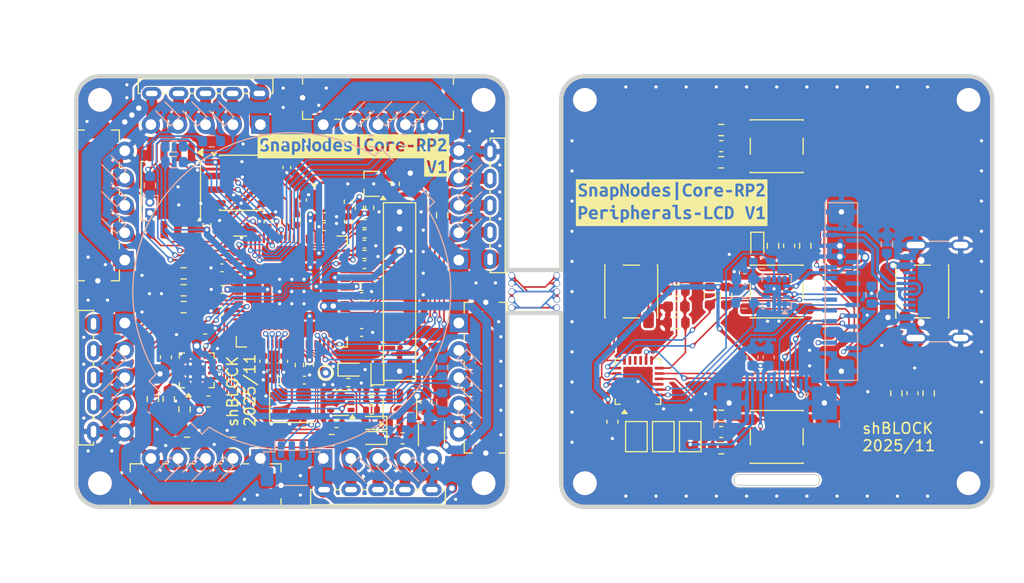
<source format=kicad_pcb>
(kicad_pcb (version 20241229) (generator "pcbnew") (generator_version "9.0")
  (layers (0 "F.Cu" signal) (2 "B.Cu" signal) (13 "F.Paste" user) (15 "B.Paste" user) (5 "F.SilkS" user "F.Silkscreen") (7 "B.SilkS" user "B.Silkscreen") (1 "F.Mask" user) (3 "B.Mask" user) (25 "Edge.Cuts" user))
  (net 0 "")
  (net 1 "GND_CORE")
  (net 2 "RP_DVDD")
  (net 3 "RP_VREG_AVDD")
  (net 4 "+3V3")
  (net 5 "+BATT")
  (net 6 "VBUS")
  (net 7 "Net-(U1-ADC_AVDD)")
  (net 8 "Net-(U1-XIN)")
  (net 9 "Net-(C24-Pad2)")
  (net 10 "GND_PERI")
  (net 11 "/Peripheral/+3V3")
  (net 12 "LCD_RST")
  (net 13 "/Peripheral/BTN_CENTER")
  (net 14 "/Core/BTN_CENTER_VBUS")
  (net 15 "/Core/PA.D2")
  (net 16 "/Core/PA.CB")
  (net 17 "Net-(U1-RUN)")
  (net 18 "Net-(JP2-B)")
  (net 19 "/Core/PB.CB")
  (net 20 "Net-(U2-SW)")
  (net 21 "BAT_SAMPLE_EN")
  (net 22 "Net-(Q1-D)")
  (net 23 "LCD_BL")
  (net 24 "/Core/PB.D2")
  (net 25 "/Core/PC.CB")
  (net 26 "/Core/PC.D2")
  (net 27 "/Core/PD.D2")
  (net 28 "/Core/PD.CB")
  (net 29 "/Core/SWD")
  (net 30 "/Core/SWCLK")
  (net 31 "/Peripheral/LCD_DC")
  (net 32 "/Peripheral/LCD_SCK")
  (net 33 "/Peripheral/LCD_CS")
  (net 34 "/Peripheral/LCD_MOSI")
  (net 37 "/Core/PA.D0")
  (net 38 "/Core/PA.CAR")
  (net 39 "/Core/PC.CAR")
  (net 40 "/Core/PC.D0")
  (net 41 "/Core/PB.D0")
  (net 42 "/Core/PB.CAR")
  (net 43 "Net-(U3-TS)")
  (net 44 "Net-(U3-ITERM)")
  (net 45 "BAT_SAMPLE")
  (net 46 "Net-(U2-FB)")
  (net 47 "BTN_LEFT")
  (net 48 "BTN_BOTTOM")
  (net 49 "VIN_PGOOD")
  (net 50 "Net-(U1-XOUT)")
  (net 51 "Net-(U1-USB_DP)")
  (net 52 "Net-(U1-USB_DM)")
  (net 53 "QMI_CS0")
  (net 54 "QMI_CS1")
  (net 55 "/Core/PD.CAR")
  (net 56 "/Core/PD.D0")
  (net 57 "Net-(JP3-A)")
  (net 58 "Net-(JP4-A)")
  (net 59 "Net-(JP5-A)")
  (net 60 "/Core/RP_VREG_LX")
  (net 61 "/Core/PA.CA")
  (net 62 "QMI_SCK")
  (net 63 "/Core/PA.D1")
  (net 64 "/Core/PA.D3")
  (net 65 "/Core/PB.CA")
  (net 66 "/Core/PB.D1")
  (net 67 "/Core/PB.D3")
  (net 68 "/Core/PC.CA")
  (net 69 "/Core/PC.D1")
  (net 70 "/Core/PC.D3")
  (net 71 "/Core/PD.CA")
  (net 72 "QMI_SD3")
  (net 73 "/Core/PD.D1")
  (net 74 "/Core/PD.D3")
  (net 75 "/Peripheral/BTN_CENTER_VBUS")
  (net 76 "QMI_SD0")
  (net 78 "QMI_SD1")
  (net 80 "IMU_INT1")
  (net 81 "IMU_INT2")
  (net 82 "/Peripheral/VBUS")
  (net 85 "/Core/GPIO2")
  (net 86 "/Core/GPIO5")
  (net 87 "/Core/GPIO6")
  (net 88 "/Core/GPIO4")
  (net 89 "/Core/GPIO8")
  (net 90 "/Core/GPIO12")
  (net 91 "QMI_SD2")
  (net 92 "/Core/GPIO3")
  (net 93 "/Core/GPIO0")
  (net 94 "/Core/GPIO7")
  (net 95 "/Core/GPIO1")
  (net 96 "/Peripheral/I2C_SDA")
  (net 98 "/Peripheral/I2C_SCL")
  (net 102 "/Peripheral/PERI_INT")
  (net 103 "BTN_RIGHT")
  (net 106 "BAT_~{CHG}")
  (net 108 "3V3_EN_LATCH")
  (net 109 "BTN_TOP")
  (net 110 "Net-(D1-K)")
  (net 111 "Net-(D5-K)")
  (net 112 "BAT_ICHG_SAMPLE")
  (net 113 "Net-(U3-PGOOD)")
  (net 114 "Net-(J11-CC2)")
  (net 115 "Net-(J11-CC1)")
  (net 116 "Net-(R38-Pad1)")
  (net 117 "Net-(R39-Pad1)")
  (net 118 "Net-(R40-Pad1)")
  (net 119 "Net-(R41-Pad1)")
  (net 120 "/Core/VIN")
  (net 122 "/Peripheral/VIN")
  (net 123 "/Peripheral/USB_D+")
  (net 124 "/Peripheral/USB_D-")
  (net 125 "/Core/USB_D+")
  (net 126 "/Core/USB_D-")
  (net 131 "/Core/GPIO9")
  (net 132 "/Core/GPIO10")
  (net 133 "/Core/GPIO11")
  (net 134 "Net-(D8-K)")
  (net 135 "Net-(D10-K)")
  (net 136 "Net-(D14-K)")
  (net 137 "Net-(D16-K)")
  (net 138 "Net-(D20-K)")
  (net 139 "Net-(D22-K)")
  (net 140 "Net-(D26-K)")
  (net 141 "Net-(D28-K)")
  (footprint "Capacitor_SMD:C_0402_1005Metric" (layer "F.Cu") (at -1.175 8.225)
    (property "Reference" "C23" (hide yes))
    (property "Value" "15p")
  )
  (footprint "Resistor_SMD:R_0402_1005Metric" (layer "F.Cu") (at 7.4 11)
    (property "Reference" "R20" (hide yes))
    (property "Value" "86.6k")
  )
  (footprint "Button_Switch_SMD:SW_SPST_PTS647_Sx38" (layer "F.Cu") (at 45 13.5)
    (property "Reference" "SW3" (hide yes))
    (property "Value" "Bottom")
  )
  (footprint "Capacitor_SMD:C_0402_1005Metric" (layer "F.Cu") (at -6.455 -0.2 180)
    (property "Reference" "C10" (hide yes))
    (property "Value" "100n")
  )
  (footprint "Project:FPC_Verticle_24pin_0.5mm" (layer "F.Cu") (at 10 0 -90)
    (property "Reference" "J20" (hide yes))
    (property "Value" "Conn_01x24_MountingPin")
  )
  (footprint "Capacitor_SMD:C_0402_1005Metric" (layer "F.Cu") (at 1 -8.510447 90)
    (property "Reference" "C20" (hide yes))
    (property "Value" "100n")
  )
  (footprint "Project:BC-15-5P380" (layer "F.Cu") (at -20 -8 -90)
    (property "Reference" "J2" (hide yes))
    (property "Value" "P_Male" (hide yes))
  )
  (footprint "Capacitor_SMD:C_0402_1005Metric" (layer "F.Cu") (at 7.4 9.13)
    (property "Reference" "C36" (hide yes))
    (property "Value" "120p")
  )
  (footprint "MountingHole:MountingHole_2.2mm_M2" (layer "F.Cu") (at 62.8 17.8)
    (property "Reference" "H7" (hide yes))
    (property "Value" "MountingHole")
  )
  (footprint "Capacitor_SMD:C_0402_1005Metric" (layer "F.Cu") (at 6.475 -0.475)
    (property "Reference" "C11" (hide yes))
    (property "Value" "100n")
  )
  (footprint "Package_TO_SOT_SMD:SOT-323_SC-70" (layer "F.Cu") (at 7.425 -10.0025 180)
    (property "Reference" "Q1" (hide yes))
    (property "Value" "2N7002W")
  )
  (footprint "MountingHole:MountingHole_2.2mm_M2" (layer "F.Cu") (at -17.8 -17.8)
    (property "Reference" "H1" (hide yes))
    (property "Value" "MountingHole")
  )
  (footprint "Capacitor_SMD:C_0603_1608Metric" (layer "F.Cu") (at -11.68 6.1 -90)
    (property "Reference" "C6" (hide yes))
    (property "Value" "4.7u")
  )
  (footprint "Resistor_SMD:R_0402_1005Metric" (layer "F.Cu") (at 6.75 -5.35)
    (property "Reference" "R26" (hide yes))
    (property "Value" "27")
  )
  (footprint "Capacitor_SMD:C_0402_1005Metric" (layer "F.Cu") (at 6.475 0.475)
    (property "Reference" "C18" (hide yes))
    (property "Value" "100n")
  )
  (footprint "Capacitor_SMD:C_0402_1005Metric" (layer "F.Cu") (at -6.475 1.8 180)
    (property "Reference" "C14" (hide yes))
    (property "Value" "100n")
  )
  (footprint "Resistor_SMD:R_0603_1608Metric" (layer "F.Cu") (at 35.7 2.9 180)
    (property "Reference" "R31" (hide yes))
    (property "Value" "100k")
  )
  (footprint "Button_Switch_SMD:SW_SPST_PTS647_Sx38" (layer "F.Cu") (at 31.5 0 -90)
    (property "Reference" "SW2" (hide yes))
    (property "Value" "Left")
  )
  (footprint "MountingHole:MountingHole_2.2mm_M2" (layer "F.Cu") (at -17.8 17.8)
    (property "Reference" "H2" (hide yes))
    (property "Value" "MountingHole")
  )
  (footprint "Project:PinHeader_1x05_P2.54mm_Horizontal_NoSilk" (layer "F.Cu") (at -2.92 15.5 -90)
    (property "Reference" "J17" (hide yes))
    (property "Value" "P_Male_Fallback")
  )
  (footprint "Resistor_SMD:R_0603_1608Metric" (layer "F.Cu") (at -10.03 -1.69)
    (property "Reference" "R1" (hide yes))
    (property "Value" "300")
  )
  (footprint "Project:BC-15-5P380" (layer "F.Cu") (at -8 20)
    (property "Reference" "J4" (hide yes))
    (property "Value" "P_Male" (hide yes))
  )
  (footprint "Package_SO:SOIC-8_3.9x4.9mm_P1.27mm" (layer "F.Cu") (at -4.625 -10.1)
    (property "Reference" "U4" (hide yes))
    (property "Value" "ESP-PSRAM64H")
  )
  (footprint "Capacitor_SMD:C_0402_1005Metric" (layer "F.Cu") (at -6.475 -2.2 180)
    (property "Reference" "C13" (hide yes))
    (property "Value" "100n")
  )
  (footprint "Resistor_SMD:R_0603_1608Metric" (layer "F.Cu") (at 56.1 9.45 90)
    (property "Reference" "R43" (hide yes))
    (property "Value" "100k")
  )
  (footprint "kibuzzard-6913C2AE" (layer "F.Cu") (at 13.4427 -11.55)
    (property "Reference" "kibuzzard-6913C2AE" (hide yes))
    (property "Value" "G***" (hide yes))
  )
  (footprint "Project:VQFN-16-1EP_3x3mm_P0.5mm_EP1.68x1.68mm_ThermalVias" (layer "F.Cu") (at -8.82 7.32 90)
    (property "Reference" "U3" (hide yes))
    (property "Value" "BQ24232RGT")
  )
  (footprint "TestPoint:TestPoint_THTPad_D1.0mm_Drill0.5mm" (layer "F.Cu") (at 3.15 7.55)
    (property "Reference" "TP1" (hide yes))
    (property "Value" "RP_RUN")
  )
  (footprint "Resistor_SMD:R_0603_1608Metric" (layer "F.Cu") (at -9.95 10.94 90)
    (property "Reference" "R14" (hide yes))
    (property "Value" "10k")
  )
  (footprint "Resistor_SMD:R_0603_1608Metric" (layer "F.Cu") (at 40.3 0.4 90)
    (property "Reference" "R37" (hide yes))
    (property "Value" "10k")
  )
  (footprint "Project:BC-15-5P380" (layer "F.Cu") (at 20 8 90)
    (property "Reference" "J6" (hide yes))
    (property "Value" "P_Male" (hide yes))
  )
  (footprint "Package_TO_SOT_SMD:SOT-353_SC-70-5" (layer "F.Cu") (at 4.55 10.35 180)
    (property "Reference" "U7" (hide yes))
    (property "Value" "74AHC1G04")
  )
  (footprint "Resistor_SMD:R_0603_1608Metric" (layer "F.Cu") (at 38.8 0.4 90)
    (property "Reference" "R36" (hide yes))
    (property "Value" "10k")
  )
  (footprint "Resistor_SMD:R_0402_1005Metric" (layer "F.Cu") (at 5.25 -8.355 -90)
    (property "Reference" "R13" (hide yes))
    (property "Value" "33")
  )
  (footprint "Diode_SMD:D_SOD-523" (layer "F.Cu") (at 7.95 7.4 90)
    (property "Reference" "D1" (hide yes))
    (property "Value" "1N4148WT")
  )
  (footprint "Capacitor_SMD:C_0402_1005Metric" (layer "F.Cu") (at 1.175 8.225 180)
    (property "Reference" "C24" (hide yes))
    (property "Value" "15p")
  )
  (footprint "Resistor_SMD:R_0603_1608Metric" (layer "F.Cu") (at 47.65 -4.25 90)
    (property "Reference" "R35" (hide yes))
    (property "Value" "10k")
  )
  (footprint "Project:BC-20-5PD160" (layer "F.Cu") (at 20 -8 90)
    (property "Reference" "J5" (hide yes))
    (property "Value" "P_Female")
  )
  (footprint "Capacitor_SMD:C_0402_1005Metric" (layer "F.Cu") (at -0.46 -11.52 -90)
    (property "Reference" "C26" (hide yes))
    (property "Value" "100n")
  )
  (footprint "Project:RP2350-QFN-80-1EP_10x10_P0.4mm_EP3.4x3.4mm_ThermalVias" (layer "F.Cu") (at 0 0)
    (property "Reference" "U1" (hide yes))
    (property "Value" "RP2350_80QFN")
  )
  (footprint "Button_Switch_SMD:SW_SPST_PTS647_Sx38" (layer "F.Cu") (at 45 -13.5 180)
    (property "Reference" "SW5" (hide yes))
    (property "Value" "Top")
  )
  (footprint "Resistor_SMD:R_0603_1608Metric" (layer "F.Cu") (at -10.030553 1.446491)
    (property "Reference" "R3" (hide yes))
    (property "Value" "270")
  )
  (footprint "Button_Switch_SMD:SW_SPST_PTS647_Sx38" (layer "F.Cu") (at 45 0)
    (property "Reference" "SW1" (hide yes))
    (property "Value" "Center")
  )
  (footprint "Capacitor_SMD:C_0603_1608Metric" (layer "F.Cu") (at 12.484791 10.260061 -90)
    (property "Reference" "C7" (hide yes))
    (property "Value" "4.7u")
  )
  (footprint "Project:PinHeader_1x05_P2.54mm_Horizontal_NoSilk" (layer "F.Cu") (at -15.5 -2.92 180)
    (property "Reference" "J13" (hide yes))
    (property "Value" "P_Male_Fallback")
  )
  (footprint "MountingHole:MountingHole_2.2mm_M2" (layer "F.Cu") (at 17.8 17.8)
    (property "Reference" "H3" (hide yes))
    (property "Value" "MountingHole")
  )
  (footprint "Resistor_SMD:R_0603_1608Metric" (layer "F.Cu") (at 13.96 -7.08 -90)
    (property "Reference" "R9" (hide yes))
    (property "Value" "270")
  )
  (footprint "Resistor_SMD:R_0402_1005Metric" (layer "F.Cu") (at 7.225 -7.775 -90)
    (property "Reference" "R17" (hide yes))
    (property "Value" "10k")
  )
  (footprint "Resistor_SMD:R_0603_1608Metric" (layer "F.Cu") (at 3.7 13.8 180)
    (property "Reference" "R6" (hide yes))
    (property "Value" "270")
  )
  (footprint "Capacitor_SMD:C_0603_1608Metric" (layer "F.Cu") (at 10.28 13.6375 180)
    (property "Reference" "C8" (hide yes))
    (property "Value" "22u")
  )
  (footprint "Jumper:SolderJumper-2_P1.3mm_Open_TrianglePad1.0x1.5mm" (layer "F.Cu") (at 31.975 13.475 -90)
    (property "Reference" "JP3" (hide yes))
    (property "Value" "BL_P1_1")
  )
  (footprint "Capacitor_SMD:C_0402_1005Metric" (layer "F.Cu") (at 3 -6.025)
    (property "Reference" "C3" (hide yes))
    (property "Value" "4.7u")
  )
  (footprint "Resistor_SMD:R_0402_1005Metric" (layer "F.Cu") (at 6.75 -6.3)
    (property "Reference" "R27" (hide yes))
    (property "Value" "27")
  )
  (footprint "Capacitor_SMD:C_0402_1005Metric" (layer "F.Cu") (at 6.75 -4.4)
    (property "Reference" "C19" (hide yes))
    (property "Value" "100n")
  )
  (footprint "Package_TO_SOT_SMD:SOT-23-6" (layer "F.Cu") (at 10.03 10.85 90)
    (property "Reference" "U2" (hide yes))
    (property "Value" "TPS62A01PDDC")
  )
  (footprint "Resistor_SMD:R_0603_1608Metric" (layer "F.Cu") (at 39.85 11.55 180)
    (property "Reference" "R39" (hide yes))
    (property "Value" "10k")
  )
  (footprint "Resistor_SMD:R_0402_1005Metric" (layer "F.Cu") (at 6.275 -7.775 90)
    (property "Reference" "R18" (hide yes))
    (property "Value" "10k")
  )
  (footprint "Resistor_SMD:R_0603_1608Metric" (layer "F.Cu") (at 39.85 -12 180)
    (property "Reference" "R41" (hide yes))
    (property "Value" "10k")
  )
  (footprint "Capacitor_SMD:C_0603_1608Metric" (layer "F.Cu") (at -8.045 4.46)
    (property "Reference" "C5" (hide yes))
    (property "Value" "4.7u")
  )
  (footprint "Capacitor_SMD:C_0402_1005Metric" (layer "F.Cu") (at 6.75 -2.5)
    (property "Reference" "C12" (hide yes))
    (property "Value" "4.7u")
  )
  (footprint "Resistor_SMD:R_0603_1608Metric" (layer "F.Cu") (at -5.45 14.05)
    (property "Reference" "R5" (hide yes))
    (property "Value" "270")
  )
  (footprint "Resistor_SMD:R_0603_1608Metric" (layer "F.Cu") (at -12.89 9.982618 -90)
    (property "Reference" "R16" (hide yes))
    (property "Value" "1.8k")
  )
  (footprint "MountingHole:MountingHole_2.2mm_M2" (layer "F.Cu") (at 17.8 -17.8)
    (property "Reference" "H4" (hide yes))
    (property "Value" "MountingHole")
  )
  (footprint "Project:PinSocket_1x05_P2.54mm_Horizontal_NoSilk" (layer "F.Cu") (at 15.5 -2.92 180)
    (property "Reference" "J14" (hide yes))
    (property "Value" "P_Female_Fallback")
  )
  (footprint "Diode_SMD:D_SOD-523" (layer "F.Cu") (at 7.55 13.6 180)
    (property "Reference" "D4" (hide yes))
    (property "Value" "1N4148WT")
  )
  (footprint "Resistor_SMD:R_0603_1608Metric" (layer "F.Cu") (at -9.71 14.05)
    (property "Reference" "R4" (hide yes))
    (property "Value" "300")
  )
  (footprint "MountingHole:MountingHole_2.2mm_M2" (layer "F.Cu") (at 27.2 -17.8)
    (property "Reference" "H5" (hide yes))
    (property "Value" "MountingHole")
  )
  (footprint "Capacitor_SMD:C_0402_1005Metric" (layer "F.Cu") (at -0.75 6.475 -90)
    (property "Reference" "C16" (hide yes))
    (property "Value" "100n")
  )
  (footprint "Project:PinSocket_1x05_P2.54mm_Horizontal_NoSilk" (layer "F.Cu") (at -15.5 2.92)
    (property "Reference" "J12" (hide yes))
    (property "Value" "P_Female_Fallback")
  )
  (footprint "Button_Switch_SMD:SW_SPST_PTS647_Sx38" (layer "F.Cu") (at 58.5 0 90)
    (property "Reference" "SW4" (hide yes))
    (property "Value" "Right")
  )
  (footprint "Capacitor_SMD:C_0603_1608Metric" (layer "F.Cu") (at -7.73 10.2)
    (property "Reference" "C4" (hide yes))
    (property "Value" "4.7u")
  )
  (footprint "Resistor_SMD:R_0603_1608Metric" (layer "F.Cu") (at 44.65 -4.25 -90)
    (property "Reference" "R45" (hide yes))
    (property "Value" "100k")
  )
  (footprint "Resistor_SMD:R_0402_1005Metric" (layer "F.Cu") (at 9.6 -10 -90)
    (property "Reference" "R19" (hide yes))
    (property "Value" "100k")
  )
  (footprint "Capacitor_SMD:C_0603_1608Metric" (layer "F.Cu") (at 46.15 -4.25 -90)
    (property "Reference" "C30" (hide yes))
    (property "Value" "100n")
  )
  (footprint "Resistor_SMD:R_0603_1608Metric" (layer "F.Cu") (at 35.7 -0.1)
    (property "Reference" "R38" (hide yes))
    (property "Value" "10k")
  )
  (footprint "Capacitor_SMD:C_0402_1005Metric" (layer "F.Cu") (at 1.65 6.825 -90)
    (property "Reference" "C9" (hide yes))
    (property "Value" "4.7u")
  )
  (footprint "kibuzzard-6913C792" (layer "F.Cu") (at 35.25 -8.25)
    (property "Reference" "kibuzzard-6913C792" (hide yes))
    (property "Value" "G***" (hide yes))
  )
  (footprint "Project:BC-15-5P380" (layer "F.Cu") (at 8 -20 180)
    (property "Reference" "J8" (hide yes))
    (property "Value" "P_Male" (hide yes))
  )
  (footprint "MountingHole:MountingHole_2.2mm_M2" (layer "F.Cu") (at 62.8 -17.8)
    (property "Reference" "H8" (hide yes))
    (property "Value" "MountingHole")
  )
  (footprint "Resistor_SMD:R_0603_1608Metric" (layer "F.Cu") (at -11.415 9.982618 90)
    (property "Reference" "R15" (hide yes))
    (property "Value" "10k")
  )
  (footprint "Capacitor_SMD:C_0603_1608Metric" (layer "F.Cu") (at 39.85 -13.5)
    (property "Reference" "C34" (hide yes))
    (property "Value" "100n")
  )
  (footprint "Project:BC-20-5PD160" (layer "F.Cu") (at -20 8 -90)
    (property "Reference" "J1" (hide yes))
    (property "Value" "P_Female")
  )
  (footprint "Resistor_SMD:R_0402_1005Metric" (layer "F.Cu") (at 5.25 8.45)
    (property "Reference" "R23" (hide yes))
    (property "Value" "100k")
  )
  (footprint "Project:BC-20-5PD160" (layer "F.Cu") (at -8 -20 180)
    (property "Reference" "J7" (hide yes))
    (property "Value" "P_Female")
  )
  (footprint "Diode_SMD:D_SOD-523" (layer "F.Cu") (at 43.2 -4.25 -90)
    (property "Reference" "D3" (hide yes))
    (property "Value" "3V")
  )
  (footprint "Jumper:SolderJumper-2_P1.3mm_Open_TrianglePad1.0x1.5mm" (layer "F.Cu") (at 36.975 13.475 -90)
    (property "Reference" "JP5" (hide yes))
    (property "Value" "BL_P1_3")
  )
  (footprint "Capacitor_SMD:C_0603_1608Metric" (layer "F.Cu") (at 57.6 9.45 90)
    (property "Reference" "C33" (hide yes))
    (property "Value" "100n")
  )
  (footprint "Resistor_SMD:R_0402_1005Metric" (layer "F.Cu") (at 0.7 6.825 90)
    (property "Reference" "R25" (hide yes))
    (property "Value" "1k")
  )
  (footprint "Capacitor_SMD:C_0603_1608Metric" (layer "F.Cu") (at 29.75 12.1 -90)
    (property "Reference" "C35" (hide yes))
    (property "Value" "100n")
  )
  (footprint "Resistor_SMD:R_0402_1005Metric" (layer "F.Cu") (at 7.4 10.06 180)
    (property "Reference" "R21" (hide yes))
    (property "Value" "390k")
  )
  (footprint "Resistor_SMD:R_0603_1608Metric" (layer "F.Cu") (at 39.85 14.55)
    (property "Reference" "R42" (hide yes))
    (property "Value" "100k")
  )
  (footprint "Resistor_SMD:R_0603_1608Metric" (layer "F.Cu") (at -10.03 -0.12)
    (property "Reference" "R2" (hide yes))
    (property "Value" "270")
  )
  (footprint "Package_SO:SOIC-8_5.3x5.3mm_P1.27mm" (layer "F.Cu") (at -11.23137 -9.326259 -90)
    (property "Reference" "U6" (hide yes))
    (property "Value" "PY25Q128HA-SSH")
  )
  (footprint "Resistor_SMD:R_0402_1005Metric" (layer "F.Cu") (at 4.15 12.25)
    (property "Reference" "R22" (hide yes))
    (property "Value" "100k")
  )
  (footprint "kibuzzard-69136CB0" (layer "F.Cu") (at 5.711505 -13.49543)
    (property "Reference" "kibuzzard-69136CB0" (hide yes))
    (property "Value" "G***" (hide yes))
  )
  (footprint "Jumper:SolderJumper-2_P1.3mm_Open_TrianglePad1.0x1.5mm" (layer "F.Cu") (at 34.475 13.475 -90)
    (property "Reference" "JP4" (hide yes))
    (property "Value" "BL_P1_2")
  )
  (footprint "Capacitor_SMD:C_0603_1608Metric" (layer "F.Cu") (at 39.85 13.05)
    (property "Reference" "C32" (hide yes))
    (property "Value" "100n")
  )
  (footprint "Capacitor_SMD:C_0402_1005Metric" (layer "F.Cu") (at -7.87 -6.22 90)
    (property "Reference" "C25" (hide yes))
    (property "Value" "100n")
  )
  (footprint "Diode_SMD:D_SOD-523" (layer "F.Cu") (at 5.55 7.25)
    (property "Reference" "D5" (hide yes))
    (property "Value" "3V")
  )
  (footprint "Resistor_SMD:R_0603_1608Metric" (layer "F.Cu") (at 59.1 9.45 -90)
    (property "Reference" "R40" (hide yes))
    (property "Value" "10k")
  )
  (footprint "Project:PinHeader_1x05_P2.54mm_Horizontal_NoSilk" (layer "F.Cu") (at 15.5 2.92)
    (property "Reference" "J15" (hide yes))
    (property "Value" "P_Male_Fallback")
  )
  (footprint "Project:BC-20-5PD160" (layer "F.Cu") (at 8 20)
    (property "Reference" "J3" (hide yes))
    (property "Value" "P_Female")
  )
  (footprint "Project:PinHeader_1x05_P2.54mm_Horizontal_NoSilk" (layer "F.Cu") (at 2.92 -15.5 90)
    (property "Reference" "J19" (hide yes))
    (property "Value" "P_Male_Fallback")
  )
  (footprint "MountingHole:MountingHole_2.2mm_M2" (layer "F.Cu") (at 27.2 17.8)
    (property "Reference" "H6" (hide yes))
    (property "Value" "MountingHole")
  )
  (footprint "Crystal:Crystal_SMD_3225-4Pin_3.2x2.5mm" (layer "F.Cu") (at 0 10.45)
    (property "Reference" "Y1" (hide yes))
    (property "Value" "12M")
  )
  (footprint "Package_DFN_QFN:QFN-24-1EP_4x4mm_P0.5mm_EP2.7x2.7mm" (layer "F.Cu") (at 32.125 8.36 90)
    (property "Reference" "U9" (hide yes))
    (property "Value" "AW9523B")
  )
  (footprint "Capacitor_SMD:C_0603_1608Metric" (layer "F.Cu") (at 35.7 1.4 180)
    (property "Reference" "C31" (hide yes))
    (property "Value" "100n")
  )
  (footprint "Capacitor_SMD:C_0402_1005Metric" (layer "F.Cu") (at -2.2 -6.475 90)
    (property "Reference" "C22" (hide yes))
    (property "Value" "100n")
  )
  (footprint "Inductor_SMD:L_Wuerth_MAPI-2010" (layer "F.Cu") (at 12.959791 13.185061 -90)
    (property "Reference" "L2" (hide yes))
    (property "Value" "1u")
  )
  (footprint "Capacitor_SMD:C_0402_1005Metric" (layer "F.Cu") (at -2.6 6.475 -90)
    (property "Reference" "C15" (hide yes))
    (property "Value" "100n")
  )
  (footprint "Capacitor_SMD:C_0402_1005Metric" (layer "F.Cu") (at 3 -6.95)
    (property "Reference" "C1" (hide yes))
    (property "Value" "4.7u")
  )
  (footprint "Capacitor_SMD:C_0402_1005Metric" (layer "F.Cu") (at 0.45 -6.68 90)
    (property "Reference" "C21" (hide yes))
    (property "Value" "100n")
  )
  (footprint "Capacitor_SMD:C_0402_1005Metric" (layer "F.Cu") (at 5.25 -6.5 -90)
    (property "Reference" "C2" (hide yes))
    (property "Value" "4.7u")
  )
  (footprint "RP2350:L_pol_2016" (layer "F.Cu") (at 3 -8.6)
    (property "Reference" "L1" (hide yes))
    (property "Value" "3.3u")
  )
  (footprint "Resistor_SMD:R_0402_1005Metric" (layer "F.Cu") (at 6.75 -3.45)
    (property "Reference" "R24" (hide yes))
    (property "Value" "33")
  )
  (footprint "Project:PinSocket_1x05_P2.54mm_Horizontal_NoSilk" (layer "F.Cu") (at -2.92 -15.5 -90)
    (property "Reference" "J18" (hide yes))
    (property "Value" "P_Female_Fallback")
  )
  (footprint "Capacitor_SMD:C_0402_1005Metric" (layer "F.Cu") (at 6.475 3.8)
    (property "Reference" "C17" (hide yes))
    (property "Value" "100n")
  )
  (footprint "Diode_SMD:D_SOD-523" (layer "F.Cu") (at 7.55 12.2 180)
    (property "Reference" "D2" (hide yes))
    (property "Value" "1N4148WT")
  )
  (footprint "Project:PinSocket_1x05_P2.54mm_Horizontal_NoSilk" (layer "F.Cu") (at 2.92 15.5 90)
    (property "Reference" "J16" (hide yes))
    (property "Value" "P_Female_Fallback")
  )
  (footprint "Resistor_SMD:R_0603_1608Metric" (layer "F.Cu") (at 39.85 -15)
    (property "Reference" "R44" (hide yes))
    (property "Value" "100k")
  )
  (footprint "Diode_SMD:D_SOD-523" (layer "B.Cu") (at -6.7 -16.7 135)
    (property "Reference" "D27" (hide yes))
    (property "Value" "ESD5Z3.3-HXY")
  )
  (footprint "Diode_SMD:D_SOD-523" (layer "B.Cu") (at -16.7 -6.7 135)
    (property "Reference" "D8" (hide yes))
    (property "Value" "ESD5Z3.3-HXY")
  )
  (footprint "Diode_SMD:D_SOD-523" (layer "B.Cu") (at -11.7 -16.7 135)
    (property "Reference" "D29" (hide yes))
    (property "Value" "ESD5Z3.3-HXY")
  )
  (footprint "Connector_JST:JST_SH_BM03B-SRSS-TB_1x03-1MP_P1.00mm_Vertical" (layer "B.Cu") (at 0 16)
    (property "Reference" "J9" (hide yes))
    (property "Value" "SWD")
  )
  (footprint "Diode_SMD:D_SOD-523" (layer "B.Cu") (at -9.2 16.7 -135)
    (property "Reference" "D19" (hide yes))
    (property "Value" "ESD5Z3.3-HXY")
  )
  (footprint "Package_LGA:LGA-14_3x2.5mm_P0.5mm_LayoutBorder3x4y" (layer "B.Cu") (at 45 0 90)
    (property "Reference" "U8" (hide yes))
    (property "Value" "LSM6DS3")
  )
  (footprint "Project:BS-24-B___014" (layer "B.Cu") (at 0 0 45)
    (property "Reference" "BT1" (hide yes))
    (property "Value" "LIR2450")
  )
  (footprint "Resistor_SMD:R_0603_1608Metric" (layer "B.Cu") (at 13.97 10.26 90)
    (property "Reference" "R7" (hide yes))
    (property "Value" "300")
  )
  (footprint "Connector_USB:USB_C_Receptacle_GCT_USB4105-xx-A_16P_TopMnt_Horizontal" (layer "B.Cu") (at 61 0 -90)
    (property "Reference" "J11" (hide yes))
    (property "Value" "USB_C")
  )
  (footprint "Capacitor_SMD:C_0603_1608Metric" (layer "B.Cu") (at 44.25 6.1 90)
    (property "Reference" "C28" (hide yes))
    (property "Value" "100n")
  )
  (footprint "Diode_SMD:D_SOD-523" (layer "B.Cu") (at 16.7 6.7 -45)
    (property "Reference" "D14" (hide yes))
    (property "Value" "ESD5Z3.3-HXY")
  )
  (footprint "Diode_SMD:D_SOD-523" (layer "B.Cu") (at 9.2 16.7 -45)
    (property "Reference" "D22" (hide yes))
    (property "Value" "ESD5Z3.3-HXY")
  )
  (footprint "Resistor_SMD:R_0603_1608Metric" (layer "B.Cu") (at 43.65 -2.65)
    (property "Reference" "R47" (hide yes))
    (property "Value" "100k")
  )
  (footprint "Capacitor_SMD:C_0603_1608Metric" (layer "B.Cu") (at 42.025 -1.15 180)
    (property "Reference" "C29" (hide yes))
    (property "Value" "100n")
  )
  (footprint "Project:FPC_Verticle_24pin_0.5mm" (layer "B.Cu") (at 51 0 -90)
    (property "Reference" "J21" (hide yes))
    (property "Value" "Conn_01x24_MountingPin")
  )
  (footprint "Diode_SMD:D_SOD-523" (layer "B.Cu") (at 16.7 11.7 -45)
    (property "Reference" "D12" (hide yes))
    (property "Value" "ESD5Z3.3-HXY")
  )
  (footprint "Diode_SMD:D_SOD-523" (layer "B.Cu") (at 11.7 16.7 -45)
    (property "Reference" "D23" (hide yes))
    (property "Value" "ESD5Z3.3-HXY")
  )
  (footprint "Diode_SMD:D_SOD-523" (layer "B.Cu") (at -9.2 -16.7 135)
    (property "Reference" "D28" (hide yes))
    (property "Value" "ESD5Z3.3-HXY")
  )
  (footprint "Diode_SMD:D_SOD-523" (layer "B.Cu") (at -16.7 11.7 -135)
    (property "Reference" "D11" (hide yes))
    (property "Value" "ESD5Z3.3-HXY")
  )
  (footprint "Resistor_SMD:R_0603_1608Metric" (layer "B.Cu") (at -13.16 -9.85 90)
    (property "Reference" "R30" (hide yes))
    (property "Value" "1k")
  )
  (footprint "Diode_SMD:D_SOD-523" (layer "B.Cu") (at 11.7 -16.7 45)
    (property "Reference" "D24" (hide yes))
    (property "Value" "ESD5Z3.3-HXY")
  )
  (footprint "Resistor_SMD:R_0603_1608Metric" (layer "B.Cu") (at 13.95 7.05 -90)
    (property "Reference" "R8" (hide yes))
    (property "Value" "270")
  )
  (footprint "Resistor_SMD:R_0603_1608Metric" (layer "B.Cu") (at 9.775 12.9 180)
    (property "Reference" "R34" (hide yes))
    (property "Value" "100k")
  )
  (footprint "Diode_SMD:D_SOD-523" (layer "B.Cu") (at -16.7 9.2 -135)
    (property "Reference" "D10" (hide yes))
    (property "Value" "ESD5Z3.3-HXY")
  )
  (footprint "Capacitor_SMD:C_0603_1608Metric" (layer "B.Cu") (at 42.75 6.1 90)
    (property "Reference" "C27" (hide yes))
    (property "Value" "4.7u")
  )
  (footprint "Resistor_SMD:R_0603_1608Metric" (layer "B.Cu") (at 10.47 -14.07 180)
    (property "Reference" "R10" (hide yes))
    (property "Value" "300")
  )
  (footprint "Resistor_SMD:R_0603_1608Metric" (layer "B.Cu") (at 55.225 -4.4 -90)
    (property "Reference" "R33" (hide yes))
    (property "Value" "5.1k")
  )
  (footprint "Resistor_SMD:R_0603_1608Metric" (layer "B.Cu") (at 7.42 -13.96)
    (property "Reference" "R11" (hide yes))
    (property "Value" "270")
  )
  (footprint "Diode_SMD:D_SOD-523" (layer "B.Cu") (at -16.7 -9.2 135)
    (property "Reference" "D7" (hide yes))
    (property "Value" "ESD5Z3.3-HXY")
  )
  (footprint "Resistor_SMD:R_0603_1608Metric" (layer "B.Cu") (at -10.91 -12.02 180)
    (property "Reference" "R28" (hide yes))
    (property "Value" "100k")
  )
  (footprint "Diode_SMD:D_SOD-523" (layer "B.Cu") (at 6.7 16.7 -45)
    (property "Reference" "D21" (hide yes))
    (property "Value" "ESD5Z3.3-HXY")
  )
  (footprint "Resistor_SMD:R_0603_1608Metric" (layer "B.Cu") (at 53.8 0.3 -90)
    (property "Reference" "R32" (hide yes))
    (property "Value" "5.1k")
  )
  (footprint "Diode_SMD:D_SOD-523" (layer "B.Cu") (at -16.7 6.7 -135)
    (property "Reference" "D9" (hide yes))
    (property "Value" "ESD5Z3.3-HXY")
  )
  (footprint "Diode_SMD:D_SOD-523" (layer "B.Cu") (at -16.7 -11.7 135)
    (property "Reference" "D6" (hide yes))
    (property "Value" "ESD5Z3.3-HXY")
  )
  (footprint "Capacitor_SMD:C_0603_1608Metric" (layer "B.Cu") (at 11.925 11.7)
    (property "Reference" "C37" (hide yes))
    (property "Value" "100n")
  )
  (footprint "Diode_SMD:D_SOD-523" (layer "B.Cu") (at 6.7 -16.7 45)
    (property "Reference" "D26" (hide yes))
    (property "Value" "ESD5Z3.3-HXY")
  )
  (footprint "Resistor_SMD:R_0603_1608Metric" (layer "B.Cu") (at -7.43 -13.96 180)
    (property "Reference" "R12" (hide yes))
    (property "Value" "270")
  )
  (footprint "Diode_SMD:D_SOD-523" (layer "B.Cu") (at 16.7 -11.7 45)
    (property "Reference" "D17" (hide yes))
    (property "Value" "ESD5Z3.3-HXY")
  )
  (footprint "Resistor_SMD:R_0603_1608Metric" (layer "B.Cu") (at -10.91 -13.48 180)
    (property "Reference" "R29" (hide yes))
    (property "Value" "100k")
  )
  (footprint "Diode_SMD:D_SOD-523" (layer "B.Cu") (at 16.7 -6.7 45)
    (property "Reference" "D15" (hide yes))
    (property "Value" "ESD5Z3.3-HXY")
  )
  (footprint "Resistor_SMD:R_0603_1608Metric" (layer "B.Cu") (at 42 1.05)
    (property "Reference" "R46" (hide yes))
    (property "Value" "100k")
  )
  (footprint "Diode_SMD:D_SOD-523" (layer "B.Cu") (at -11.7 16.7 -135)
    (property "Reference" "D18" (hide yes))
    (property "Value" "ESD5Z3.3-HXY")
  )
  (footprint "Diode_SMD:D_SOD-523" (layer "B.Cu") (at 16.7 -9.2 45)
    (property "Reference" "D16" (hide yes))
    (property "Value" "ESD5Z3.3-HXY")
  )
  (footprint "Connector_PinHeader_1.00mm:PinHeader_1x02_P1.00mm_Vertical" (layer "B.Cu") (at -13.17 -7.31)
    (property "Reference" "JP2" (hide yes))
    (property "Value" "USB_BOOT")
  )
  (footprint "Diode_SMD:D_SOD-523" (layer "B.Cu") (at -6.7 16.7 -135)
    (property "Reference" "D20" (hide yes))
    (property "Value" "ESD5Z3.3-HXY")
  )
  (footprint "Diode_SMD:D_SOD-523" (layer "B.Cu") (at 16.7 9.2 -45)
    (property "Reference" "D13" (hide yes))
    (property "Value" "ESD5Z3.3-HXY")
  )
  (footprint "Diode_SMD:D_SOD-523" (layer "B.Cu") (at 9.2 -16.7 45)
    (property "Reference" "D25" (hide yes))
    (property "Value" "ESD5Z3.3-HXY")
  )
  (footprint "Connector_FFC-FPC:TE_1-1734839-2_1x12-1MP_P0.5mm_Horizontal" (layer "B.Cu") (at 45 10 180)
    (property "Reference" "J10" (hide yes))
    (property "Value" "LCD")
  )
  (gr_arc (start 41.5 18) (mid 41.146447 17.853553) (end 41 17.5) (stroke (width 0.1)) (layer "Edge.Cuts"))
  (gr_arc (start 17.8 -20) (mid 19.355635 -19.355635) (end 20 -17.8) (stroke (width 0.4)) (layer "Edge.Cuts"))
  (gr_line (start 41.5 17) (end 48.5 17) (stroke (width 0.1)) (layer "Edge.Cuts"))
  (gr_line (start 20 -2) (end 20 -17.8) (stroke (width 0.4)) (layer "Edge.Cuts"))
  (gr_arc (start -20 -17.8) (mid -19.355635 -19.355635) (end -17.8 -20) (stroke (width 0.4)) (layer "Edge.Cuts"))
  (gr_line (start -17.8 -20) (end 17.8 -20) (stroke (width 0.4)) (layer "Edge.Cuts"))
  (gr_arc (start 62.8 -20) (mid 64.355635 -19.355635) (end 65 -17.8) (stroke (width 0.4)) (layer "Edge.Cuts"))
  (gr_line (start 25 -17.8) (end 25 -2) (stroke (width 0.4)) (layer "Edge.Cuts"))
  (gr_line (start 65 -17.8) (end 65 17.8) (stroke (width 0.4)) (layer "Edge.Cuts"))
  (gr_line (start 25 2) (end 25 17.8) (stroke (width 0.4)) (layer "Edge.Cuts"))
  (gr_arc (start 25 -17.8) (mid 25.644365 -19.355635) (end 27.2 -20) (stroke (width 0.4)) (layer "Edge.Cuts"))
  (gr_arc (start 65 17.8) (mid 64.355635 19.355635) (end 62.8 20) (stroke (width 0.4)) (layer "Edge.Cuts"))
  (gr_arc (start 49 17.5) (mid 48.853553 17.853553) (end 48.5 18) (stroke (width 0.1)) (layer "Edge.Cuts"))
  (gr_arc (start 20 17.8) (mid 19.355635 19.355635) (end 17.8 20) (stroke (width 0.4)) (layer "Edge.Cuts"))
  (gr_arc (start 48.5 17) (mid 48.853553 17.146447) (end 49 17.5) (stroke (width 0.1)) (layer "Edge.Cuts"))
  (gr_line (start 27.2 -20) (end 62.8 -20) (stroke (width 0.4)) (layer "Edge.Cuts"))
  (gr_line (start -20 17.8) (end -20 -17.8) (stroke (width 0.4)) (layer "Edge.Cuts"))
  (gr_line (start 20 2) (end 25 2) (stroke (width 0.4)) (layer "Edge.Cuts"))
  (gr_arc (start 27.2 20) (mid 25.644365 19.355635) (end 25 17.8) (stroke (width 0.4)) (layer "Edge.Cuts"))
  (gr_line (start 48.5 18) (end 41.5 18) (stroke (width 0.1)) (layer "Edge.Cuts"))
  (gr_arc (start 41 17.5) (mid 41.146447 17.146447) (end 41.5 17) (stroke (width 0.1)) (layer "Edge.Cuts"))
  (gr_line (start 20 -2) (end 25 -2) (stroke (width 0.4)) (layer "Edge.Cuts"))
  (gr_arc (start -17.8 20) (mid -19.355635 19.355635) (end -20 17.8) (stroke (width 0.4)) (layer "Edge.Cuts"))
  (gr_line (start 20 2) (end 20 17.8) (stroke (width 0.4)) (layer "Edge.Cuts"))
  (gr_line (start 62.8 20) (end 27.2 20) (stroke (width 0.4)) (layer "Edge.Cuts"))
  (gr_line (start 17.8 20) (end -17.8 20) (stroke (width 0.4)) (layer "Edge.Cuts"))
  (gr_text "shBLOCK\n2025/11" (at 52.85 14.9 0) (layer "F.SilkS") (effects (font (size 1 1)) (justify left bottom)))
  (gr_text "shBLOCK\n2025/11" (at -3.3 12.65 90) (layer "F.SilkS") (effects (font (size 1 1)) (justify left bottom)))
  (segment (start 24.6 0) (end 24.6 0.75) (width 0.15) (layer "F.Cu") (net 1))
  (segment (start -6.955 9.185) (end -8.82 7.32) (width 0.6) (layer "F.Cu") (net 1))
  (segment (start 7.4 0) (end 6.955 0) (width 0.5) (layer "F.Cu") (net 1))
  (segment (start -7.3575 4.5475) (end -7.27 4.46) (width 0.2) (layer "F.Cu") (net 1))
  (segment (start 20.4 0) (end 20.4 0.75) (width 0.15) (layer "F.Cu") (net 1))
  (segment (start 23.85 -0.75) (end 23.525 -0.425) (width 0.15) (layer "F.Cu") (net 1))
  (segment (start 3.48 -6.95) (end 4.15 -6.95) (width 0.5) (layer "F.Cu") (net 1))
  (segment (start -9.914 11.801) (end -8.238214 11.801) (width 0.6) (layer "F.Cu") (net 1))
  (segment (start 6.955 0) (end 6.955 0.475) (width 0.5) (layer "F.Cu") (net 1))
  (segment (start 9.925 -5.75) (end 10 -5.825) (width 0.5) (layer "F.Cu") (net 1))
  (segment (start -13 -15.58) (end -13.08 -15.5) (width 1) (layer "F.Cu") (net 1))
  (segment (start -6.955 10.517786) (end -6.955 10.2) (width 0.6) (layer "F.Cu") (net 1))
  (segment (start 8 -3.17895) (end 8 -3.25) (width 0.5) (layer "F.Cu") (net 1))
  (segment (start 9.505 13.6375) (end 10.03 13.1125) (width 0.6) (layer "F.Cu") (net 1))
  (segment (start 8.925 -5.75) (end 9.925 -5.75) (width 0.5) (layer "F.Cu") (net 1))
  (segment (start -7.87 -6.7) (end -8.55 -6.7) (width 0.5) (layer "F.Cu") (net 1))
  (segment (start 20.4 -1.5) (end 20.9 -1) (width 0.15) (layer "F.Cu") (net 1))
  (segment (start 6.89 11) (end 6.3 10.41) (width 0.15) (layer "F.Cu") (net 1))
  (segment (start -11.68 5.325) (end -11.051532 5.325) (width 0.6) (layer "F.Cu") (net 1))
  (segment (start 7.32105 -2.5) (end 8 -3.17895) (width 0.5) (layer "F.Cu") (net 1))
  (segment (start 20.4 -0.75) (end 20.65 -1) (width 0.15) (layer "F.Cu") (net 1))
  (segment (start 1.65 8.22) (end 1.655 8.225) (width 0.5) (layer "F.Cu") (net 1))
  (segment (start 10.54 10.88) (end 10.03 11.39) (width 0.6) (layer "F.Cu") (net 1))
  (segment (start -9.95 11.765) (end -9.914 11.801) (width 0.6) (layer "F.Cu") (net 1))
  (segment (start -11.051532 5.325) (end -9.310532 3.584) (width 0.6) (layer "F.Cu") (net 1))
  (segment (start 0.45 -7.16) (end 0.389 -7.221) (width 0.4) (layer "F.Cu") (net 1))
  (segment (start -0.2 12.3) (end 0.1 12.3) (width 0.5) (layer "F.Cu") (net 1))
  (segment (start -8.07 8.7825) (end -8.07 8.07) (width 0.2) (layer "F.Cu") (net 1))
  (segment (start -13.17 -7.31) (end -11.94 -7.31) (width 0.5) (layer "F.Cu") (net 1))
  (segment (start 11.075 -3.75) (end 11.075 -3.25) (width 0.6) (layer "F.Cu") (net 1))
  (segment (start -7.3575 6.57) (end -8.07 6.57) (width 0.2) (layer "F.Cu") (net 1))
  (segment (start 9.4575 -10.6525) (end 9.6 -10.51) (width 0.15) (layer "F.Cu") (net 1))
  (segment (start 15.58 -13) (end 15.5 -13.08) (width 1) (layer "F.Cu") (net 1))
  (segment (start 12.32973 10.88) (end 10.54 10.88) (width 0.6) (layer "F.Cu") (net 1))
  (segment (start -7.48 -0.2) (end -6.935 -0.2) (width 0.5) (layer "F.Cu") (net 1))
  (segment (start -8.238214 11.801) (end -6.955 10.517786) (width 0.6) (layer "F.Cu") (net 1))
  (segment (start 11.075 -4.25) (end 11.075 -3.75) (width 0.6) (layer "F.Cu") (net 1))
  (segment (start 13.499721 11.035061) (end 15.5 13.03534) (width 0.8) (layer "F.Cu") (net 1))
  (segment (start 6.955 -0.475) (end 6.955 0) (width 0.5) (layer "F.Cu") (net 1))
  (segment (start -8.329468 3.584) (end -7.453468 4.46) (width 0.6) (layer "F.Cu") (net 1))
  (segment (start -7.3575 8.07) (end -8.07 8.07) (width 0.2) (layer "F.Cu") (net 1))
  (segment (start -12.89 10.807618) (end -11.415 10.807618) (width 0.6) (layer "F.Cu") (net 1))
  (segment (start 7.38 -4.25) (end 7.8 -4.25) (width 0.5) (layer "F.Cu") (net 1))
  (segment (start 1 -8.990447) (end 1.559553 -8.990447) (width 0.5) (layer "F.Cu") (net 1))
  (segment (start 12.484791 11.035061) (end 12.32973 10.88) (width 0.6) (layer "F.Cu") (net 1))
  (segment (start 6.3 10.41) (end 6.3 9) (width 0.15) (layer "F.Cu") (net 1))
  (segment (start 21.475 -0.425) (end 21.9 0) (width 0.15) (layer "F.Cu") (net 1))
  (segment (start -6.955 10.2) (end -6.955 9.185) (width 0.6) (layer "F.Cu") (net 1))
  (segment (start -7.5 1.8) (end -6.955 1.8) (width 0.5) (layer "F.Cu") (net 1))
  (segment (start -0.75 6.955) (end -0.75 7.5) (width 0.5) (layer "F.Cu") (net 1))
  (segment (start 24.6 -0.75) (end 23.85 -0.75) (width 0.15) (layer "F.Cu") (net 1))
  (segment (start 1.559553 -8.990447) (end 1.56 -8.99) (width 0.4) (layer "F.Cu") (net 1))
  (segment (start 0.1 12.3) (end 1.1 11.3) (width 0.5) (layer "F.Cu") (net 1))
  (segment (start -1.1 9.6) (end -2.3 9.6) (width 0.5) (layer "F.Cu") (net 1))
  (segment (start 20.65 -1) (end 20.9 -1) (width 0.15) (layer "F.Cu") (net 1))
  (segment (start 23.525 -0.425) (end 21.475 -0.425) (width 0.15) (layer "F.Cu") (net 1))
  (segment (start -13.13637 -12.913759) (end -14.2 -11.850129) (width 0.5) (layer "F.Cu") (net 1))
  (segment (start -13 -18.4) (end -13 -15.58) (width 1) (layer "F.Cu") (net 1))
  (segment (start -7.3575 6.57) (end -7.3575 4.5475) (width 0.2) (layer "F.Cu") (net 1))
  (segment (start -18.4 13) (end -15.58 13) (width 1) (layer "F.Cu") (net 1))
  (segment (start 10.03 11.39) (end 10.03 11.9875) (width 0.6) (layer "F.Cu") (net 1))
  (segment (start 1.65 7.305) (end 1.65 7.75) (width 0.5) (layer "F.Cu") (net 1))
  (segment (start 12.484791 11.035061) (end 13.499721 11.035061) (width 0.8) (layer "F.Cu") (net 1))
  (segment (start -11.415 10.807618) (end -10.907382 10.807618) (width 0.6) (layer "F.Cu") (net 1))
  (segment (start 0.389 -8.379447) (end 1 -8.990447) (width 0.4) (layer "F.Cu") (net 1))
  (segment (start -15.58 13) (end -15.5 13.08) (width 1) (layer "F.Cu") (net 1))
  (segment (start -8.07 6.57) (end -8.23 6.73) (width 0.2) (layer "F.Cu") (net 1))
  (segment (start -7.5 -2.2) (end -6.955 -2.2) (width 0.5) (layer "F.Cu") (net 1))
  (segment (start -2.3 9.6) (end -2.4 9.7) (width 0.5) (layer "F.Cu") (net 1))
  (segment (start 20.4 1.5) (end 24.6 1.5) (width 0.15) (layer "F.Cu") (net 1))
  (segment (start 4.8 -5.45) (end 5.25 -5.9) (width 0.5) (layer "F.Cu") (net 1))
  (segment (start 7.23 -4.4) (end 7.38 -4.25) (width 0.5) (layer "F.Cu") (net 1))
  (segment (start 7.23 -2.5) (end 7.32105 -2.5) (width 0.5) (layer "F.Cu") (net 1))
  (segment (start 5.25 -5.9) (end 5.25 -6.02) (width 0.5) (layer "F.Cu") (net 1))
  (segment (start -8.07 8.07) (end -8.23 7.91) (width 0.2) (layer "F.Cu") (net 1))
  (segment (start 13 18.4) (end 13 15.58) (width 1) (layer "F.Cu") (net 1))
  (segment (start 20.9 -1) (end 21.475 -0.425) (width 0.15) (layer "F.Cu") (net 1))
  (segment (start -14.2 -11.850129) (end -14.2 -11.3) (width 0.5) (layer "F.Cu") (net 1))
  (segment (start 24.6 -1.5) (end 23.85 -0.75) (width 0.15) (layer "F.Cu") (net 1))
  (segment (start 15.5 13.03534) (end 15.5 13.08) (width 0.8) (layer "F.Cu") (net 1))
  (segment (start -10.907382 10.807618) (end -9.95 11.765) (width 0.6) (layer "F.Cu") (net 1))
  (segment (start 10.03 13.1125) (end 10.03 11.9875) (width 0.6) (layer "F.Cu") (net 1))
  (segment (start 18.4 -13) (end 15.58 -13) (width 1) (layer "F.Cu") (net 1))
  (segment (start -1.945 -6.955) (end -1.5 -7.4) (width 0.5) (layer "F.Cu") (net 1))
  (segment (start 13 15.58) (end 13.08 15.5) (width 1) (layer "F.Cu") (net 1))
  (segment (start 3.48 -6.025) (end 3.85 -6.025) (width 0.5) (layer "F.Cu") (net 1))
  (segment (start 0.389 -7.221) (end 0.389 -8.379447) (width 0.4) (layer "F.Cu") (net 1))
  (segment (start 21.9 0) (end 24.6 0) (width 0.15) (layer "F.Cu") (net 1))
  (segment (start 3.85 -6.025) (end 4.15 -6.325) (width 0.5) (layer "F.Cu") (net 1))
  (segment (start -2.2 -6.955) (end -1.945 -6.955) (width 0.5) (layer "F.Cu") (net 1))
  (segment (start -9.310532 3.584) (end -8.329468 3.584) (width 0.6) (layer "F.Cu") (net 1))
  (segment (start -7.453468 4.46) (end -7.27 4.46) (width 0.6) (layer "F.Cu") (net 1))
  (segment (start 1.65 7.75) (end 1.65 8.22) (width 0.5) (layer "F.Cu") (net 1))
  (segment (start 8.425 -10.6525) (end 9.4575 -10.6525) (width 0.15) (layer "F.Cu") (net 1))
  (via (at 12.2 -1.7) (size 0.5) (drill 0.3) (layers "F.Cu" "B.Cu") (net 1))
  (via (at 19.3 -6.75) (size 0.5) (drill 0.3) (layers "F.Cu" "B.Cu") (net 1))
  (via (at -7.2 14.2) (size 0.5) (drill 0.3) (layers "F.Cu" "B.Cu") (net 1))
  (via (at -4.63 -12.06) (size 0.5) (drill 0.3) (layers "F.Cu" "B.Cu") (net 1))
  (via (at -19 -15.8) (size 0.5) (drill 0.3) (layers "F.Cu" "B.Cu") (net 1))
  (via (at 10 -7.4) (size 0.8) (drill 0.5) (layers "F.Cu" "B.Cu") (net 1))
  (via (at -19.3 9.25) (size 0.5) (drill 0.3) (layers "F.Cu" "B.Cu") (net 1))
  (via (at 1.56 -8.99) (size 0.5) (drill 0.3) (layers "F.Cu" "B.Cu") (net 1))
  (via (at -1 18) (size 0.8) (drill 0.5) (layers "F.Cu" "B.Cu") (net 1))
  (via (at -2.4 9.7) (size 0.5) (drill 0.3) (layers "F.Cu" "B.Cu") (net 1))
  (via (at 19.3 -11.75) (size 0.5) (drill 0.3) (layers "F.Cu" "B.Cu") (net 1))
  (via (at -3.2 18.9) (size 0.5) (drill 0.3) (layers "F.Cu" "B.Cu") (net 1))
  (via (at -13.2 0.2) (size 0.5) (drill 0.3) (layers "F.Cu" "B.Cu") (net 1))
  (via (at 17.1 -0.8) (size 0.5) (drill 0.3) (layers "F.Cu" "B.Cu") (net 1))
  (via (at -10.55 -9.72) (size 0.5) (drill 0.3) (layers "F.Cu" "B.Cu") (net 1))
  (via (at 3.2 -18.9) (size 0.5) (drill 0.3) (layers "F.Cu" "B.Cu") (net 1))
  (via (at 19.4 13.3) (size 0.5) (drill 0.3) (layers "F.Cu" "B.Cu") (net 1))
  (via (at 11.075 -3.75) (size 0.5) (drill 0.3) (layers "F.Cu" "B.Cu") (net 1))
  (via (at 4.15 -6.325) (size 0.5) (drill 0.3) (layers "F.Cu" "B.Cu") (net 1))
  (via (at -13.9 -1.5) (size 0.5) (drill 0.3) (layers "F.Cu" "B.Cu") (net 1))
  (via (at -18.9 -3.2) (size 0.5) (drill 0.3) (layers "F.Cu" "B.Cu") (net 1))
  (via (at -12.5 12.8) (size 0.5) (drill 0.3) (layers "F.Cu" "B.Cu") (net 1))
  (via (at 3 8.65) (size 0.5) (drill 0.3) (layers "F.Cu" "B.Cu") (net 1))
  (via (at 18.9 -0.8) (size 0.5) (drill 0.3) (layers "F.Cu" "B.Cu") (net 1))
  (via (at 19.4 11.025) (size 0.5) (drill 0.3) (layers "F.Cu" "B.Cu") (net 1))
  (via (at 8.1 -7.4) (size 0.5) (drill 0.3) (layers "F.Cu" "B.Cu") (net 1))
  (via (at -2.6 7.5) (size 0.5) (drill 0.3) (layers "F.Cu" "B.Cu") (net 1))
  (via (at -2.58 -13.7) (size 0.5) (drill 0.3) (layers "F.Cu" "B.Cu") (net 1))
  (via (at 6.45 8.5) (size 0.5) (drill 0.3) (layers "F.Cu" "B.Cu") (net 1))
  (via (at 1.3 -13.7) (size 0.5) (drill 0.3) (layers "F.Cu" "B.Cu") (net 1))
  (via (at 19.2 2.8) (size 0.5) (drill 0.3) (layers "F.Cu" "B.Cu") (net 1))
  (via (at 19.4 4.2) (size 0.5) (drill 0.3) (layers "F.Cu" "B.Cu") (net 1))
  (via (at 20.4 1.5) (size 0.6) (drill 0.5) (layers "F.Cu" "B.Cu") (net 1))
  (via (at 7.6 -10) (size 0.5) (drill 0.3) (layers "F.Cu" "B.Cu") (net 1))
  (via (at -0.46 -11.04) (size 0.5) (drill 0.3) (layers "F.Cu" "B.Cu") (net 1))
  (via (at 4.8 -5.45) (size 0.5) (drill 0.3) (layers "F.Cu" "B.Cu") (net 1))
  (via (at 24.6 -1.5) (size 0.6) (drill 0.5) (layers "F.Cu" "B.Cu") (net 1))
  (via (at 8 -3.25) (size 0.5) (drill 0.3) (layers "F.Cu" "B.Cu") (net 1))
  (via (at -1.5 -7.4) (size 0.5) (drill 0.3) (layers "F.Cu" "B.Cu") (net 1))
  (via (at -1.9 12.3) (size 0.5) (drill 0.3) (layers "F.Cu" "B.Cu") (net 1))
  (via (at -5.4 -8.97) (size 0.5) (drill 0.3) (layers "F.Cu" "B.Cu") (net 1))
  (via (at 19.4 8.75) (size 0.5) (drill 0.3) (layers "F.Cu" "B.Cu") (net 1))
  (via (at 20.4 0) (size 0.6) (drill 0.5) (layers "F.Cu" "B.Cu") (net 1))
  (via (at 7.5 3.8) (size 0.5) (drill 0.3) (layers "F.Cu" "B.Cu") (net 1))
  (via (at 6.8 7.25) (size 0.5) (drill 0.3) (layers "F.Cu" "B.Cu") (net 1))
  (via (at 0.8 17.1) (size 0.5) (drill 0.3) (layers "F.Cu" "B.Cu") (net 1))
  (via (at -7.1 3.4) (size 0.5) (drill 0.3) (layers "F.Cu" "B.Cu") (net 1))
  (via (at -6 12.9) (size 0.5) (drill 0.3) (layers "F.Cu" "B.Cu") (net 1))
  (via (at -19.3 11.75) (size 0.5) (drill 0.3) (layers "F.Cu" "B.Cu") (net 1))
  (via (at 12.2 0.3) (size 0.5) (drill 0.3) (layers "F.Cu" "B.Cu") (net 1))
  (via (at -0.8 -17.1) (size 0.5) (drill 0.3) (layers "F.Cu" "B.Cu") (net 1))
  (via (at -7.5 1.8) (size 0.5) (drill 0.3) (layers "F.Cu" "B.Cu") (net 1))
  (via (at -4.7 -8.2) (size 0.5) (drill 0.3) (layers "F.Cu" "B.Cu") (net 1))
  (via (at -18.9 0.8) (size 0.5) (drill 0.3) (layers "F.Cu" "B.Cu") (net 1))
  (via (at -19.3 6.75) (size 0.5) (drill 0.3) (layers "F.Cu" "B.Cu") (net 1))
  (via (at 4.15 -6.95) (size 0.5) (drill 0.3) (layers "F.Cu" "B.Cu") (net 1))
  (via (at 7.4 0) (size 0.5) (drill 0.3) (layers "F.Cu" "B.Cu") (net 1))
  (via (at -8.75 -11.28) (size 0.5) (drill 0.3) (layers "F.Cu" "B.Cu") (net 1))
  (via (at 18 15) (size 0.8) (drill 0.5) (layers "F.Cu" "B.Cu") (net 1))
  (via (at 16.5 -14.9) (size 0.5) (drill 0.3) (layers "F.Cu" "B.Cu") (net 1))
  (via (at -15.3 -19.2) (size 0.5) (drill 0.3) (layers "F.Cu" "B.Cu") (net 1))
  (via (at -2.99 -6.53) (size 0.5) (drill 0.3) (layers "F.Cu" "B.Cu") (net 1))
  (via (at -0.8 -18.9) (size 0.5) (drill 0.3) (layers "F.Cu" "B.Cu") (net 1))
  (via (at 5.2 -10) (size 0.5) (drill 0.3) (layers "F.Cu" "B.Cu") (net 1))
  (via (at -8.44 -8.19) (size 0.5) (drill 0.3) (layers "F.Cu" "B.Cu") (net 1))
  (via (at 24.6 -0.75) (size 0.6) (drill 0.5) (layers "F.Cu" "B.Cu") (net 1))
  (via (at -11.7 14.3) (size 0.5) (drill 0.3) (layers "F.Cu" "B.Cu") (net 1))
  (via (at -16.7 14.8) (size 0.5) (drill 0.3) (layers "F.Cu" "B.Cu") (net 1))
  (via (at -19.3 4.25) (size 0.5) (drill 0.3) (layers "F.Cu" "B.Cu") (net 1))
  (via (at 5.1 4.4) (size 0.5) (drill 0.3) (layers "F.Cu" "B.Cu") (net 1))
  (via (at 10 7.4) (size 0.8) (drill 0.5) (layers "F.Cu" "B.Cu") (net 1))
  (via (at -8.55 -6.7) (size 0.5) (drill 0.3) (layers "F.Cu" "B.Cu") (net 1))
  (via (at -4.67 -4.99) (size 0.5) (drill 0.3) (layers "F.Cu" "B.Cu") (net 1))
  (via (at 24.6 0.75) (size 0.6) (drill 0.5) (layers "F.Cu" "B.Cu") (net 1))
  (via (at -10.49 -8.04) (size 0.5) (drill 0.3) (layers "F.Cu" "B.Cu") (net 1))
  (via (at 10 -5.825) (size 0.8) (drill 0.5) (layers "F.Cu" "B.Cu") (net 1))
  (via (at 15.2 19.3) (size 0.5) (drill 0.3) (layers "F.Cu" "B.Cu") (net 1))
  (via (at 3.85 6.95) (size 0.5) (drill 0.3) (layers "F.Cu" "B.Cu") (net 1))
  (via (at -17.3 -2.5) (size 0.5) (drill 0.3) (layers "F.Cu" "B.Cu") (net 1))
  (via (at 18 1) (size 0.8) (drill 0.5) (layers "F.Cu" "B.Cu") (net 1))
  (via (at -6.9 5.3) (size 0.5) (drill 0.3) (layers "F.Cu" "B.Cu") (net 1))
  (via (at 12.2 -5.7) (size 0.5) (drill 0.3) (layers "F.Cu" "B.Cu") (net 1))
  (via (at 5.18 -13.7) (size 0.5) (drill 0.3) (layers "F.Cu" "B.Cu") (net 1))
  (via (at -4.59 -10.63) (size 0.5) (drill 0.3) (layers "F.Cu" "B.Cu") (net 1))
  (via (at 0.8 18.9) (size 0.5) (drill 0.3) (layers "F.Cu" "B.Cu") (net 1))
  (via (at -7.5 -2.2) (size 0.5) (drill 0.3) (layers "F.Cu" "B.Cu") (net 1))
  (via (at 19.3 -9.25) (size 0.5) (drill 0.3) (layers "F.Cu" "B.Cu") (net 1))
  (via (at 12 -7.4) (size 0.5) (drill 0.3) (layers "F.Cu" "B.Cu") (net 1))
  (via (at 24.6 0) (size 0.6) (drill 0.5) (layers "F.Cu" "B.Cu") (net 1))
  (via (at 20.4 -1.5) (size 0.6) (drill 0.5) (layers "F.Cu" "B.Cu") (net 1))
  (via (at -7.48 -0.2) (size 0.5) (drill 0.3) (layers "F.Cu" "B.Cu") (net 1))
  (via (at 11.6 7.4) (size 0.5) (drill 0.3) (layers "F.Cu" "B.Cu") (net 1))
  (via (at 12.2 -3.7) (size 0.5) (drill 0.3) (layers "F.Cu" "B.Cu") (net 1))
  (via (at 24.6 1.5) (size 0.6) (drill 0.5) (layers "F.Cu" "B.Cu") (net 1))
  (via (at -15.3 -18) (size 0.5) (drill 0.3) (layers "F.Cu" "B.Cu") (net 1))
  (via (at -6.7 -6.6) (size 0.5) (drill 0.3) (layers "F.Cu" "B.Cu") (net 1))
  (via (at -0.64 -13.7) (size 0.5) (drill 0.3) (layers "F.Cu" "B.Cu") (net 1))
  (via (at -10.7 4) (size 0.5) (drill 0.3) (layers "F.Cu" "B.Cu") (net 1))
  (via (at 12.4 -13.35) (size 0.5) (drill 0.3) (layers "F.Cu" "B.Cu") (net 1))
  (via (at 20.4 -0.75) (size 0.6) (drill 0.5) (layers "F.Cu" "B.Cu") (net 1))
  (via (at 1.65 7.75) (size 0.5) (drill 0.3) (layers "F.Cu" "B.Cu") (net 1))
  (via (at 19.4 6.475) (size 0.5) (drill 0.3) (layers "F.Cu" "B.Cu") (net 1))
  (via (at 18.6 -14.9) (size 0.5) (drill 0.3) (layers "F.Cu" "B.Cu") (net 1))
  (via (at 19.3 -4.25) (size 0.5) (drill 0.3) (layers "F.Cu" "B.Cu") (net 1))
  (via (at 3.24 -13.7) (size 0.5) (drill 0.3) (layers "F.Cu" "B.Cu") (net 1))
  (via (at 1 -18) (size 0.8) (drill 0.5) (layers "F.Cu" "B.Cu") (net 1))
  (via (at -10.3 5.8) (size 0.5) (drill 0.3) (layers "F.Cu" "B.Cu") (net 1))
  (via (at -0.2 12.3) (size 0.5) (drill 0.3) (layers "F.Cu" "B.Cu") (net 1))
  (via (at -17.1 0.8) (size 0.5) (drill 0.3) (layers "F.Cu" "B.Cu") (net 1))
  (via (at 3.8 8.65) (size 0.5) (drill 0.3) (layers "F.Cu" "B.Cu") (net 1))
  (via (at -8.6 12.9) (size 0.5) (drill 0.3) (layers "F.Cu" "B.Cu") (net 1))
  (via (at -4.52 -13.7) (size 0.5) (drill 0.3) (layers "F.Cu" "B.Cu") (net 1))
  (via (at 2.5 -17.3) (size 0.5) (drill 0.3) (layers "F.Cu" "B.Cu") (net 1))
  (via (at 10.99551 -10.99551) (size 0.8) (drill 0.5) (layers "F.Cu" "B.Cu") (net 1))
  (via (at -18 -1) (size 0.8) (drill 0.5) (layers "F.Cu" "B.Cu") (net 1))
  (via (at 20.4 0.75) (size 0.6) (drill 0.5) (layers "F.Cu" "B.Cu") (net 1))
  (via (at -0.75 7.5) (size 0.5) (drill 0.3) (layers "F.Cu" "B.Cu") (net 1))
  (via (at 7.8 -4.25) (size 0.5) (drill 0.3) (layers "F.Cu" "B.Cu") (net 1))
  (via (at -4.4 19.3) (size 0.5) (drill 0.3) (layers "F.Cu" "B.Cu") (net 1))
  (via (at -18.9 14.8) (size 0.5) (drill 0.3) (layers "F.Cu" "B.Cu") (net 1))
  (via (at -12.1 0.2) (size 0.5) (drill 0.3) (layers "F.Cu" "B.Cu") (net 1))
  (via (at -2.65 8.2) (size 0.5) (drill 0.3) (layers "F.Cu" "B.Cu") (net 1))
  (via (at -13.9 1.9) (size 0.5) (drill 0.3) (layers "F.Cu" "B.Cu") (net 1))
  (segment (start 17.194975 7.194975) (end 16.906451 6.906451) (width 0.4) (layer "B.Cu") (net 1))
  (segment (start -16.30995 13.08) (end -17.194975 12.194975) (width 0.6) (layer "B.Cu") (net 1))
  (segment (start 7.194975 17.194975) (end 12.194975 17.194975) (width 0.6) (layer "B.Cu") (net 1))
  (segment (start 21.15 1.5) (end 23.1 1.5) (width 0.15) (layer "B.Cu") (net 1))
  (segment (start -13.08 -15.5) (end -13.08 -16.30995) (width 0.6) (layer "B.Cu") (net 1))
  (segment (start 24.6 0.75) (end 24.4 0.55) (width 0.15) (layer "B.Cu") (net 1))
  (segment (start -13.08 15.5) (end -13.08 16.30995) (width 0.6) (layer "B.Cu") (net 1))
  (segment (start 24.05 0.55) (end 24.6 0) (width 0.15) (layer "B.Cu") (net 1))
  (segment (start 15.956451 6.906451) (end 15.8 6.75) (width 0.4) (layer "B.Cu") (net 1))
  (segment (start 15.5 13.08) (end 16.30995 13.08) (width 0.6) (layer "B.Cu") (net 1))
  (segment (start 15.5 -13.08) (end 16.30995 -13.08) (width 0.6) (layer "B.Cu") (net 1))
  (segment (start -17.194975 7.194975) (end -17.194975 12.194975) (width 0.6) (layer "B.Cu") (net 1))
  (segment (start 20.4 0.75) (end 21.15 1.5) (width 0.15) (layer "B.Cu") (net 1))
  (segment (start 24.05 1.5) (end 23.575 1.025) (width 0.15) (layer "B.Cu") (net 1))
  (segment (start 13.08 16.30995) (end 12.194975 17.194975) (width 0.6) (layer "B.Cu") (net 1))
  (segment (start 16.30995 13.08) (end 17.194975 12.194975) (width 0.6) (layer "B.Cu") (net 1))
  (segment (start 21.55 0) (end 23.85 0) (width 0.15) (layer "B.Cu") (net 1))
  (segment (start -15.5 13.08) (end -16.30995 13.08) (width 0.6) (layer "B.Cu") (net 1))
  (segment (start 20.4 0) (end 21.55 0) (width 0.15) (layer "B.Cu") (net 1))
  (segment (start 13.08 15.5) (end 13.08 16.30995) (width 0.6) (layer "B.Cu") (net 1))
  (segment (start 16.30995 -13.08) (end 17.194975 -12.194975) (width 0.6) (layer "B.Cu") (net 1))
  (segment (start 13.08 -16.30995) (end 12.194975 -17.194975) (width 0.6) (layer "B.Cu") (net 1))
  (segment (start -13.08 16.30995) (end -12.194975 17.194975) (width 0.6) (layer "B.Cu") (net 1))
  (segment (start -17.194975 -7.194975) (end -17.194975 -12.194975) (width 0.6) (layer "B.Cu") (net 1))
  (segment (start 17.194975 7.194975) (end 17.194975 12.194975) (width 0.6) (layer "B.Cu") (net 1))
  (segment (start 24.6 -0.75) (end 23.85 0) (width 0.15) (layer "B.Cu") (net 1))
  (segment (start 23.85 0) (end 24.6 0) (width 0.15) (layer "B.Cu") (net 1))
  (segment (start 20.8 -0.75) (end 21.55 0) (width 0.15) (layer "B.Cu") (net 1))
  (segment (start 20.4 -1.5) (end 20.4 -0.75) (width 0.15) (layer "B.Cu") (net 1))
  (segment (start 23.1 1.5) (end 23.575 1.025) (width 0.15) (layer "B.Cu") (net 1))
  (segment (start 15.8 6.75) (end 14.85 6.75) (width 0.4) (layer "B.Cu") (net 1))
  (segment (start 7.194975 -17.194975) (end 12.194975 -17.194975) (width 0.6) (layer "B.Cu") (net 1))
  (segment (start 24.4 0.55) (end 24.05 0.55) (width 0.15) (layer "B.Cu") (net 1))
  (segment (start 17.194975 -7.194975) (end 17.194975 -12.194975) (width 0.6) (layer "B.Cu") (net 1))
  (segment (start 14.85 6.75) (end 14.55 7.05) (width 0.4) (layer "B.Cu") (net 1))
  (segment (start 20.4 -0.75) (end 20.8 -0.75) (width 0.15) (layer "B.Cu") (net 1))
  (segment (start -7.194975 17.194975) (end -12.194975 17.194975) (width 0.6) (layer "B.Cu") (net 1))
  (segment (start 23.575 1.025) (end 24.05 0.55) (width 0.15) (layer "B.Cu") (net 1))
  (segment (start -7.194975 -17.194975) (end -12.194975 -17.194975) (width 0.6) (layer "B.Cu") (net 1))
  (segment (start -16.30995 -13.08) (end -17.194975 -12.194975) (width 0.6) (layer "B.Cu") (net 1))
  (segment (start 13.08 -15.5) (end 13.08 -16.30995) (width 0.6) (layer "B.Cu") (net 1))
  (segment (start 24.6 1.5) (end 24.05 1.5) (width 0.15) (layer "B.Cu") (net 1))
  (segment (start 20.4 1.5) (end 21.15 1.5) (width 0.15) (layer "B.Cu") (net 1))
  (segment (start -15.5 -13.08) (end -16.30995 -13.08) (width 0.6) (layer "B.Cu") (net 1))
  (segment (start 24.6 -1.5) (end 24.6 -0.75) (width 0.15) (layer "B.Cu") (net 1))
  (segment (start -13.08 -16.30995) (end -12.194975 -17.194975) (width 0.6) (layer "B.Cu") (net 1))
  (segment (start 14.55 7.05) (end 13 7.05) (width 0.4) (layer "B.Cu") (net 1))
  (segment (start 16.906451 6.906451) (end 15.956451 6.906451) (width 0.4) (layer "B.Cu") (net 1))
  (segment (start 2.2 -4.8965) (end 2.2 -5.548872) (width 0.2) (layer "F.Cu") (net 2))
  (segment (start 0.6 5.295) (end 0.6 4.8965) (width 0.2) (layer "F.Cu") (net 2))
  (segment (start 2 -5.748872) (end 2 -6.575) (width 0.2) (layer "F.Cu") (net 2))
  (segment (start 1.65 6.345) (end 0.6 5.295) (width 0.2) (layer "F.Cu") (net 2))
  (segment (start 5.995 -0.475) (end 5.72 -0.2) (width 0.2) (layer "F.Cu") (net 2))
  (segment (start 5.72 -0.2) (end 4.8965 -0.2) (width 0.2) (layer "F.Cu") (net 2))
  (segment (start -4.8965 -0.2) (end -5.975 -0.2) (width 0.2) (layer "F.Cu") (net 2))
  (segment (start 2.2 -5.548872) (end 2 -5.748872) (width 0.2) (layer "F.Cu") (net 2))
  (segment (start 2 -6.575) (end 1.725 -6.575) (width 0.2) (layer "F.Cu") (net 2))
  (via (at 1.65 2.275) (size 0.5) (drill 0.3) (layers "F.Cu" "B.Cu") (net 2))
  (via (at 1.725 -2.25) (size 0.5) (drill 0.3) (layers "F.Cu" "B.Cu") (net 2))
  (via (at -2.25 -0.2) (size 0.5) (drill 0.3) (layers "F.Cu" "B.Cu") (net 2))
  (via (at 1.65 6.345) (size 0.5) (drill 0.3) (layers "F.Cu" "B.Cu") (net 2))
  (via (at 2.275 -0.475) (size 0.5) (drill 0.3) (layers "F.Cu" "B.Cu") (net 2))
  (via (at 1.725 -6.575) (size 0.5) (drill 0.3) (layers "F.Cu" "B.Cu") (net 2))
  (via (at -5.975 -0.2) (size 0.5) (drill 0.3) (layers "F.Cu" "B.Cu") (net 2))
  (via (at 1.725 -7.15) (size 0.5) (drill 0.3) (layers "F.Cu" "B.Cu") (net 2))
  (via (at 5.995 -0.475) (size 0.5) (drill 0.3) (layers "F.Cu" "B.Cu") (net 2))
  (segment (start 1.65 6.345) (end 1.65 2.275) (width 0.6) (layer "B.Cu") (net 2))
  (segment (start -5.975 -0.2) (end -2.25 -0.2) (width 0.6) (layer "B.Cu") (net 2))
  (segment (start 5.995 -0.475) (end 2.275 -0.475) (width 0.6) (layer "B.Cu") (net 2))
  (segment (start 1.725 -7.15) (end 1.725 -2.25) (width 0.6) (layer "B.Cu") (net 2))
  (segment (start 5.25 -7.845) (end 5.25 -6.98) (width 0.2) (layer "F.Cu") (net 3))
  (segment (start 3.8 -5.1) (end 4.601 -5.901) (width 0.2) (layer "F.Cu") (net 3))
  (segment (start 4.601 -5.901) (end 4.601 -6.331) (width 0.2) (layer "F.Cu") (net 3))
  (segment (start 4.601 -6.331) (end 5.25 -6.98) (width 0.2) (layer "F.Cu") (net 3))
  (segment (start 3.8 -4.8965) (end 3.8 -5.1) (width 0.2) (layer "F.Cu") (net 3))
  (segment (start -0.97 -12.005) (end -0.465 -12.005) (width 0.6) (layer "F.Cu") (net 4))
  (segment (start 8.925 -3.75) (end 10 -3.75) (width 0.6) (layer "F.Cu") (net 4))
  (segment (start -0.97 -12.005) (end -2.15 -12.005) (width 0.6) (layer "F.Cu") (net 4))
  (segment (start 6.31 -4.4) (end 7.26 -3.45) (width 0.2) (layer "F.Cu") (net 4))
  (segment (start 11.327561 13.910061) (end 11.055 13.6375) (width 0.8) (layer "F.Cu") (net 4))
  (segment (start 6.89 9.16) (end 6.92 9.13) (width 0.15) (layer "F.Cu") (net 4))
  (segment (start -0.6 5.845) (end -0.74 5.985) (width 0.2) (layer "F.Cu") (net 4))
  (segment (start 8.8 14.15) (end 9.1 14.45) (width 0.15) (layer "F.Cu") (net 4))
  (segment (start 2.3 -10.1) (end 4.015 -10.1) (width 0.2) (layer "F.Cu") (net 4))
  (segment (start 5.72 0.2) (end 5.995 0.475) (width 0.2) (layer "F.Cu") (net 4))
  (segment (start 12.959791 13.910061) (end 13.860061 13.910061) (width 0.8) (layer "F.Cu") (net 4))
  (segment (start 6.89 10.06) (end 7.4 10.57) (width 0.15) (layer "F.Cu") (net 4))
  (segment (start 6.89 10.06) (end 6.89 9.16) (width 0.15) (layer "F.Cu") (net 4))
  (segment (start 10.2425 14.45) (end 11.055 13.6375) (width 0.15) (layer "F.Cu") (net 4))
  (segment (start 1 -4.8965) (end 1 -4.09) (width 0.2) (layer "F.Cu") (net 4))
  (segment (start -4.376501 1.93) (end -4.05 1.93) (width 0.2) (layer "F.Cu") (net 4))
  (segment (start 11.7 13.910061) (end 11.327561 13.910061) (width 0.8) (layer "F.Cu") (net 4))
  (segment (start -2.28 -4.42) (end -2.28 -4) (width 0.2) (layer "F.Cu") (net 4))
  (segment (start 5.67 -3.8) (end 6.27 -4.4) (width 0.2) (layer "F.Cu") (net 4))
  (segment (start 1 -4.8965) (end 1 -8.030447) (width 0.2) (layer "F.Cu") (net 4))
  (segment (start -4.506501 1.8) (end -4.376501 1.93) (width 0.2) (layer "F.Cu") (net 4))
  (segment (start -2.2 -4.5) (end -2.28 -4.42) (width 0.2) (layer "F.Cu") (net 4))
  (segment (start 4.8965 0.2) (end 5.72 0.2) (width 0.2) (layer "F.Cu") (net 4))
  (segment (start 4.015 -10.1) (end 5.25 -8.865) (width 0.2) (layer "F.Cu") (net 4))
  (segment (start 0.45 -6.2) (end 0.45 -6.19) (width 0.2) (layer "F.Cu") (net 4))
  (segment (start 6.27 -4.4) (end 6.31 -4.4) (width 0.15) (layer "F.Cu") (net 4))
  (segment (start 2.6 -5.945) (end 2.52 -6.025) (width 0.2) (layer "F.Cu") (net 4))
  (segment (start 13.860061 13.910061) (end 14.3 14.35) (width 0.8) (layer "F.Cu") (net 4))
  (segment (start 0.6 -5.46) (end 0.6 -4.08) (width 0.2) (layer "F.Cu") (net 4))
  (segment (start 4.21 -3.8) (end 4.1 -3.69) (width 0.2) (layer "F.Cu") (net 4))
  (segment (start 0.6 -5.46) (end 0.6 -4.8965) (width 0.2) (layer "F.Cu") (net 4))
  (segment (start 2.6 -4.8965) (end 2.6 -5.945) (width 0.2) (layer "F.Cu") (net 4))
  (segment (start -2.6 4.8965) (end -2.6 5.995) (width 0.2) (layer "F.Cu") (net 4))
  (segment (start 7.4 13.75) (end 7.8 14.15) (width 0.15) (layer "F.Cu") (net 4))
  (segment (start -4.8965 -2.2) (end -4.09 -2.2) (width 0.2) (layer "F.Cu") (net 4))
  (segment (start 4.8965 3.8) (end 5.995 3.8) (width 0.2) (layer "F.Cu") (net 4))
  (segment (start 4.8965 -3.8) (end 4.21 -3.8) (width 0.2) (layer "F.Cu") (net 4))
  (segment (start -9.325129 -5.74) (end -9.32637 -5.738759) (width 0.5) (layer "F.Cu") (net 4))
  (segment (start 0.6 -6.04) (end 0.6 -5.46) (width 0.2) (layer "F.Cu") (net 4))
  (segment (start -2.95 4.187814) (end -2.95 3.98) (width 0.2) (layer "F.Cu") (net 4))
  (segment (start 9.1 14.45) (end 10.2425 14.45) (width 0.15) (layer "F.Cu") (net 4))
  (segment (start 7.4 10.57) (end 7.4 13.75) (width 0.15) (layer "F.Cu") (net 4))
  (segment (start 0.4 -12) (end 2.3 -10.1) (width 0.6) (layer "F.Cu") (net 4))
  (segment (start -2.6 4.537814) (end -2.95 4.187814) (width 0.2) (layer "F.Cu") (net 4))
  (segment (start -2.2 -4.8965) (end -2.2 -4.5) (width 0.2) (layer "F.Cu") (net 4))
  (segment (start 4.8965 3.8) (end 4.12 3.8) (width 0.2) (layer "F.Cu") (net 4))
  (segment (start -0.465 -12.005) (end -0.46 -12) (width 0.5) (layer "F.Cu") (net 4))
  (segment (start -2.6 4.8965) (end -2.6 4.537814) (width 0.2) (layer "F.Cu") (net 4))
  (segment (start -0.46 -12) (end 0.4 -12) (width 0.6) (layer "F.Cu") (net 4))
  (segment (start 11.7 13.910061) (end 12.959791 13.910061) (width 0.8) (layer "F.Cu") (net 4))
  (segment (start -0.6 4.8965) (end -0.6 4.54) (width 0.2) (layer "F.Cu") (net 4))
  (segment (start 4.8965 -3.8) (end 5.67 -3.8) (width 0.2) (layer "F.Cu") (net 4))
  (segment (start -7.87 -5.74) (end -9.325129 -5.74) (width 0.5) (layer "F.Cu") (net 4))
  (segment (start -2.2 -4.8965) (end -2.2 -5.995) (width 0.2) (layer "F.Cu") (net 4))
  (segment (start 7.8 14.15) (end 8.8 14.15) (width 0.15) (layer "F.Cu") (net 4))
  (segment (start -5.995 1.8) (end -4.8965 1.8) (width 0.2) (layer "F.Cu") (net 4))
  (segment (start 0.45 -6.19) (end 0.6 -6.04) (width 0.2) (layer "F.Cu") (net 4))
  (segment (start -4.8965 1.8) (end -4.506501 1.8) (width 0.2) (layer "F.Cu") (net 4))
  (segment (start -0.74 5.985) (end -0.75 5.995) (width 0.2) (layer "F.Cu") (net 4))
  (segment (start 4.8965 0.2) (end 4.06 0.2) (width 0.2) (layer "F.Cu") (net 4))
  (segment (start -5.995 -2.2) (end -4.8965 -2.2) (width 0.2) (layer "F.Cu") (net 4))
  (segment (start -0.6 4.8965) (end -0.6 5.845) (width 0.2) (layer "F.Cu") (net 4))
  (segment (start -0.6 4.54) (end -0.04 3.98) (width 0.2) (layer "F.Cu") (net 4))
  (via (at 14.3 14.35) (size 0.8) (drill 0.5) (layers "F.Cu" "B.Cu") (net 4))
  (via (at -3.8 -1.7) (size 0.5) (drill 0.3) (layers "F.Cu" "B.Cu") (net 4))
  (via (at 3 1.35) (size 0.8) (drill 0.5) (layers "F.Cu" "B.Cu") (net 4))
  (via (at 10 -3.75) (size 0.8) (drill 0.5) (layers "F.Cu" "B.Cu") (net 4))
  (via (at 2.52 -3.56) (size 0.5) (drill 0.3) (layers "F.Cu" "B.Cu") (net 4))
  (via (at 4 -1.3) (size 0.5) (drill 0.3) (layers "F.Cu" "B.Cu") (net 4))
  (via (at 3.85 1.35) (size 0.8) (drill 0.5) (layers "F.Cu" "B.Cu") (net 4))
  (via (at 2.52 -6.025) (size 0.5) (drill 0.3) (layers "F.Cu" "B.Cu") (net 4))
  (via (at 2.3 -10.1) (size 0.5) (drill 0.3) (layers "F.Cu" "B.Cu") (net 4))
  (via (at -7.87 -5.74) (size 0.5) (drill 0.3) (layers "F.Cu" "B.Cu") (net 4))
  (segment (start -11.06 -5.74) (end -7.87 -5.74) (width 0.15) (layer "B.Cu") (net 4))
  (segment (start 14.65 14.7) (end 15.822736 14.7) (width 0.8) (layer "B.Cu") (net 4))
  (segment (start 18.096401 12.426335) (end 18.096401 2.814401) (width 0.8) (layer "B.Cu") (net 4))
  (segment (start 2.52 -9.88) (end 2.52 -6.025) (width 0.6) (layer "B.Cu") (net 4))
  (segment (start -11.735 -13.48) (end -11.735 -12.02) (width 0.15) (layer "B.Cu") (net 4))
  (segment (start -4.3 -1.7) (end -7.87 -5.27) (width 0.6) (layer "B.Cu") (net 4))
  (segment (start -11.735 -6.415) (end -11.06 -5.74) (width 0.15) (layer "B.Cu") (net 4))
  (segment (start 7.55 -1.3) (end 4 -1.3) (width 0.6) (layer "B.Cu") (net 4))
  (segment (start 10 -3.75) (end 7.55 -1.3) (width 0.6) (layer "B.Cu") (net 4))
  (segment (start 18.096401 2.814401) (end 16.632 1.35) (width 0.8) (layer "B.Cu") (net 4))
  (segment (start 14.3 14.35) (end 14.65 14.7) (width 0.8) (layer "B.Cu") (net 4))
  (segment (start -11.735 -12.02) (end -11.735 -6.415) (width 0.15) (layer "B.Cu") (net 4))
  (segment (start -7.87 -5.27) (end -7.87 -5.74) (width 0.6) (layer "B.Cu") (net 4))
  (segment (start 16.632 1.35) (end 3.85 1.35) (width 0.8) (layer "B.Cu") (net 4))
  (segment (start -3.8 -1.7) (end -4.3 -1.7) (width 0.6) (layer "B.Cu") (net 4))
  (segment (start 15.822736 14.7) (end 18.096401 12.426335) (width 0.8) (layer "B.Cu") (net 4))
  (segment (start 2.3 -10.1) (end 2.52 -9.88) (width 0.6) (layer "B.Cu") (net 4))
  (segment (start 3.85 1.35) (end 3 1.35) (width 0.8) (layer "B.Cu") (net 4))
  (segment (start 2.52 -6.025) (end 2.52 -3.56) (width 0.6) (layer "B.Cu") (net 4))
  (segment (start -13.23 8.12) (end -13.23 5.27) (width 0.15) (layer "F.Cu") (net 5))
  (segment (start -13.378758 10.171242) (end -13.85 9.7) (width 0.15) (layer "F.Cu") (net 5))
  (segment (start -10.775 10.171242) (end -13.378758 10.171242) (width 0.15) (layer "F.Cu") (net 5))
  (segment (start -8.82 8.7825) (end -8.57 8.7825) (width 0.25) (layer "F.Cu") (net 5))
  (segment (start -8.82 9.885) (end -8.82 8.7825) (width 0.6) (layer "F.Cu") (net 5))
  (segment (start -9.07 8.7825) (end -8.82 8.7825) (width 0.25) (layer "F.Cu") (net 5))
  (segment (start -8.57 10.265) (end -8.505 10.2) (width 0.6) (layer "F.Cu") (net 5))
  (segment (start -13.23 5.27) (end -10.75 2.79) (width 0.15) (layer "F.Cu") (net 5))
  (segment (start -8.505 10.2) (end -8.82 9.885) (width 0.6) (layer "F.Cu") (net 5))
  (segment (start -8.01 2.79) (end -7.75 2.53) (width 0.15) (layer "F.Cu") (net 5))
  (segment (start -13.85 9.7) (end -13.85 8.74) (width 0.15) (layer "F.Cu") (net 5))
  (segment (start -13.85 8.74) (end -13.23 8.12) (width 0.15) (layer "F.Cu") (net 5))
  (segment (start -10.75 2.79) (end -8.01 2.79) (width 0.15) (layer "F.Cu") (net 5))
  (segment (start -8.57 11) (end -8.57 10.265) (width 0.6) (layer "F.Cu") (net 5))
  (segment (start 6.275 -8.285) (end 6.275 -8.8) (width 0.15) (layer "F.Cu") (net 5))
  (via (at -8.57 11) (size 0.8) (drill 0.5) (layers "F.Cu" "B.Cu") (net 5))
  (via (at -7.75 2.53) (size 0.5) (drill 0.3) (layers "F.Cu" "B.Cu") (net 5))
  (via (at 6.275 -8.8) (size 0.5) (drill 0.3) (layers "F.Cu" "B.Cu") (net 5))
  (via (at -10.775 10.171242) (size 0.5) (drill 0.3) (layers "F.Cu" "B.Cu") (net 5))
  (segment (start 5.25 -4.5) (end 5.25 -7.775) (width 0.15) (layer "B.Cu") (net 5))
  (segment (start 5.25 -7.775) (end 6.275 -8.8) (width 0.15) (layer "B.Cu") (net 5))
  (segment (start -0.930167 0.47) (end -1.73 0.47) (width 0.1) (layer "B.Cu") (net 5))
  (segment (start -1.73 0.47) (end -1.75 0.45) (width 0.1) (layer "B.Cu") (net 5))
  (segment (start 1.42 -0.67) (end -0.38 -0.67) (width 0.1) (layer "B.Cu") (net 5))
  (segment (start 1.45 -0.7) (end 1.42 -0.67) (width 0.1) (layer "B.Cu") (net 5))
  (segment (start -0.38 -0.67) (end -0.67 -0.38) (width 0.1) (layer "B.Cu") (net 5))
  (segment (start -5.5 0.45) (end -7.58 2.53) (width 0.15) (layer "B.Cu") (net 5))
  (segment (start -0.67 0.209833) (end -0.930167 0.47) (width 0.1) (layer "B.Cu") (net 5))
  (segment (start -10.99551 10.99551) (end -8.57449 10.99551) (width 0.6) (layer "B.Cu") (net 5))
  (segment (start -7.58 2.53) (end -7.75 2.53) (width 0.15) (layer "B.Cu") (net 5))
  (segment (start -0.67 -0.38) (end -0.67 0.209833) (width 0.1) (layer "B.Cu") (net 5))
  (segment (start -1.75 0.45) (end -5.5 0.45) (width 0.15) (layer "B.Cu") (net 5))
  (segment (start -8.57449 10.99551) (end -8.57 11) (width 0.6) (layer "B.Cu") (net 5))
  (segment (start 1.45 -0.7) (end 5.25 -4.5) (width 0.15) (layer "B.Cu") (net 5))
  (segment (start -8.82 5.05) (end -8.82 4.46) (width 0.6) (layer "F.Cu") (net 6))
  (segment (start -8.82 5.8575) (end -8.57 5.8575) (width 0.2) (layer "F.Cu") (net 6))
  (segment (start -7.3575 7.57) (end -6.807041 7.57) (width 0.15) (layer "F.Cu") (net 6))
  (segment (start 12.484791 5.484792) (end 12.484791 9.485061) (width 0.6) (layer "F.Cu") (net 6))
  (segment (start 10.98 9.7125) (end 11.63 9.7125) (width 0.6) (layer "F.Cu") (net 6))
  (segment (start 3.64 12.25) (end 3.64 11.55) (width 0.15) (layer "F.Cu") (net 6))
  (segment (start 3.64 11.04) (end 3.6 11) (width 0.15) (layer "F.Cu") (net 6))
  (segment (start 3.64 11.55) (end 3.64 11.04) (width 0.15) (layer "F.Cu") (net 6))
  (segment (start 11.749999 4.75) (end 12.484791 5.484792) (width 0.6) (layer "F.Cu") (net 6))
  (segment (start -6.807041 7.57) (end -6.706519 7.670522) (width 0.15) (layer "F.Cu") (net 6))
  (segment (start -9.07 5.8575) (end -8.82 5.8575) (width 0.2) (layer "F.Cu") (net 6))
  (segment (start -8.82 5.8575) (end -8.82 5.05) (width 0.6) (layer "F.Cu") (net 6))
  (segment (start 11.63 9.7125) (end 12.257352 9.7125) (width 0.6) (layer "F.Cu") (net 6))
  (segment (start 11.075 4.75) (end 11.749999 4.75) (width 0.6) (layer "F.Cu") (net 6))
  (segment (start 12.257352 9.7125) (end 12.484791 9.485061) (width 0.6) (layer "F.Cu") (net 6))
  (via (at -8.82 5.05) (size 0.8) (drill 0.5) (layers "F.Cu" "B.Cu") (net 6))
  (via (at 3.64 11.55) (size 0.5) (drill 0.3) (layers "F.Cu" "B.Cu") (net 6))
  (via (at -6.706519 7.670522) (size 0.5) (drill 0.3) (layers "F.Cu" "B.Cu") (net 6))
  (via (at 11.63 9.7125) (size 0.8) (drill 0.5) (layers "F.Cu" "B.Cu") (net 6))
  (segment (start -8.82 5.37) (end -8.38 5.81) (width 0.6) (layer "B.Cu") (net 6))
  (segment (start -7.357 6.401654) (end -7.357 7.339654) (width 0.6) (layer "B.Cu") (net 6))
  (segment (start -8.38 5.81) (end -7.948654 5.81) (width 0.6) (layer "B.Cu") (net 6))
  (segment (start -8.82 5.05) (end -8.82 5.37) (width 0.6) (layer "B.Cu") (net 6))
  (segment (start 9.7625 11.58) (end 11.63 9.7125) (width 0.6) (layer "B.Cu") (net 6))
  (segment (start -7.357 7.339654) (end -3.116654 11.58) (width 0.6) (layer "B.Cu") (net 6))
  (segment (start -3.116654 11.58) (end 9.7625 11.58) (width 0.6) (layer "B.Cu") (net 6))
  (segment (start -7.948654 5.81) (end -7.357 6.401654) (width 0.6) (layer "B.Cu") (net 6))
  (segment (start 6.27 -3.42) (end 6.24 -3.45) (width 0.2) (layer "F.Cu") (net 7))
  (segment (start 6.19 -3.4) (end 6.24 -3.45) (width 0.2) (layer "F.Cu") (net 7))
  (segment (start 6.27 -2.5) (end 6.27 -3.42) (width 0.2) (layer "F.Cu") (net 7))
  (segment (start 4.8965 -3.4) (end 6.19 -3.4) (width 0.2) (layer "F.Cu") (net 7))
  (segment (start -0.2 4.8965) (end -0.2 7.73) (width 0.2) (layer "F.Cu") (net 8))
  (segment (start 0 10.3) (end 0 8.92) (width 0.2) (layer "F.Cu") (net 8))
  (segment (start -1.1 11.3) (end -1 11.3) (width 0.2) (layer "F.Cu") (net 8))
  (segment (start -1 11.3) (end 0 10.3) (width 0.2) (layer "F.Cu") (net 8))
  (segment (start -0.2 7.73) (end -0.695 8.225) (width 0.2) (layer "F.Cu") (net 8))
  (segment (start 0 8.92) (end -0.695 8.225) (width 0.2) (layer "F.Cu") (net 8))
  (segment (start 0.695 9.195) (end 1.1 9.6) (width 0.2) (layer "F.Cu") (net 9))
  (segment (start 0.7 8.22) (end 0.695 8.225) (width 0.2) (layer "F.Cu") (net 9))
  (segment (start 0.695 8.225) (end 0.695 9.195) (width 0.2) (layer "F.Cu") (net 9))
  (segment (start 0.7 7.335) (end 0.7 8.22) (width 0.2) (layer "F.Cu") (net 9))
  (segment (start 44.525 -3.55) (end 44.65 -3.425) (width 0.15) (layer "F.Cu") (net 10))
  (segment (start 53.8 -4.65) (end 51.3 -4.65) (width 1.8) (layer "F.Cu") (net 10))
  (segment (start 50.85 -3.25) (end 50.85 -4.2) (width 1.8) (layer "F.Cu") (net 10))
  (segment (start 40.625 13.05) (end 40.625 14.5) (width 0.15) (layer "F.Cu") (net 10))
  (segment (start 30.1625 9.61) (end 30.875 9.61) (width 0.25) (layer "F.Cu") (net 10))
  (segment (start 53.8 0.175) (end 54.05 -0.075) (width 0.15) (layer "F.Cu") (net 10))
  (segment (start 50.85 -4.2) (end 50.85 -7.25) (width 1.8) (layer "F.Cu") (net 10))
  (segment (start 34.925 1.4) (end 34.925 2.85) (width 0.15) (layer "F.Cu") (net 10))
  (segment (start 56.1 8.625) (end 56.04 8.625) (width 0.15) (layer "F.Cu") (net 10))
  (segment (start 51.3 -4.65) (end 50.85 -4.2) (width 1.8) (layer "F.Cu") (net 10))
  (segment (start 54.05 -0.075) (end 54.05 -4.4) (width 0.15) (layer "F.Cu") (net 10))
  (segment (start 40.625 -13.5) (end 40.625 -14.95) (width 0.15) (layer "F.Cu") (net 10))
  (segment (start 29.75 12.875) (end 29.75 13.65) (width 0.3) (layer "F.Cu") (net 10))
  (segment (start 40.625 13.05) (end 39.9 12.325) (width 0.15) (layer "F.Cu") (net 10))
  (segment (start 39.9 11.03) (end 40.58 10.35) (width 0.15) (layer "F.Cu") (net 10))
  (segment (start 50.85 -7.25) (end 51 -7.4) (width 1.8) (layer "F.Cu") (net 10))
  (segment (start 34.0875 8.61) (end 32.375 8.61) (width 0.25) (layer "F.Cu") (net 10))
  (segment (start 43.2 -3.55) (end 44.525 -3.55) (width 0.15) (layer "F.Cu") (net 10))
  (segment (start 34.925 2.85) (end 34.875 2.9) (width 0.15) (layer "F.Cu") (net 10))
  (segment (start 56.15 8.675) (end 56.1 8.625) (width 0.15) (layer "F.Cu") (net 10))
  (segment (start 46.15 -3.475) (end 44.7 -3.475) (width 0.15) (layer "F.Cu") (net 10))
  (segment (start 54.815 7.4) (end 57.895 4.32) (width 1.8) (layer "F.Cu") (net 10))
  (segment (start 54.05 -4.4) (end 53.8 -4.65) (width 0.15) (layer "F.Cu") (net 10))
  (segment (start 40.625 -14.95) (end 40.675 -15) (width 0.15) (layer "F.Cu") (net 10))
  (segment (start 32.375 8.61) (end 32.125 8.36) (width 0.25) (layer "F.Cu") (net 10))
  (segment (start 44.7 -3.475) (end 44.65 -3.425) (width 0.15) (layer "F.Cu") (net 10))
  (segment (start 40.625 14.5) (end 40.675 14.55) (width 0.15) (layer "F.Cu") (net 10))
  (segment (start 57.565 -4.65) (end 57.895 -4.32) (width 1.8) (layer "F.Cu") (net 10))
  (segment (start 56.04 8.625) (end 54.815 7.4) (width 0.15) (layer "F.Cu") (net 10))
  (segment (start 53.8 -4.65) (end 57.565 -4.65) (width 1.8) (layer "F.Cu") (net 10))
  (segment (start 30.875 9.61) (end 32.125 8.36) (width 0.25) (layer "F.Cu") (net 10))
  (segment (start 51 7.4) (end 54.815 7.4) (width 1.8) (layer "F.Cu") (net 10))
  (segment (start 39.9 12.325) (end 39.9 11.03) (width 0.15) (layer "F.Cu") (net 10))
  (segment (start 57.6 8.675) (end 56.15 8.675) (width 0.15) (layer "F.Cu") (net 10))
  (via (at 39.397744 -19) (size 0.5) (drill 0.3) (layers "F.Cu" "B.Cu") (net 10))
  (via (at 36.602256 19) (size 0.5) (drill 0.3) (layers "F.Cu" "B.Cu") (net 10))
  (via (at 26 -13.997744) (size 0.5) (drill 0.3) (layers "F.Cu" "B.Cu") (net 10))
  (via (at 59.002256 19) (size 0.5) (drill 0.3) (layers "F.Cu" "B.Cu") (net 10))
  (via (at 64 -11.202256) (size 0.5) (drill 0.3) (layers "F.Cu" "B.Cu") (net 10))
  (via (at 56.197744 -19) (size 0.5) (drill 0.3) (layers "F.Cu" "B.Cu") (net 10))
  (via (at 26 8.402256) (size 0.5) (drill 0.3) (layers "F.Cu" "B.Cu") (net 10))
  (via (at 26 -2.797744) (size 0.5) (drill 0.3) (layers "F.Cu" "B.Cu") (net 10))
  (via (at 53.45 9.3) (size 0.5) (drill 0.3) (layers "F.Cu" "B.Cu") (net 10))
  (via (at 51 -7.4) (size 0.8) (drill 0.5) (layers "F.Cu" "B.Cu") (net 10))
  (via (at 42.202256 19) (size 0.5) (drill 0.3) (layers "F.Cu" "B.Cu") (net 10))
  (via (at 26 -5.597744) (size 0.5) (drill 0.3) (layers "F.Cu" "B.Cu") (net 10))
  (via (at 45.002256 19) (size 0.5) (drill 0.3) (layers "F.Cu" "B.Cu") (net 10))
  (via (at 50.85 -3.25) (size 0.8) (drill 0.5) (layers "F.Cu" "B.Cu") (net 10))
  (via (at 45.2 2.75) (size 0.5) (drill 0.3) (layers "F.Cu" "B.Cu") (net 10))
  (via (at 64 -14.002256) (size 0.5) (drill 0.3) (layers "F.Cu" "B.Cu") (net 10))
  (via (at 64 2.797744) (size 0.5) (drill 0.3) (layers "F.Cu" "B.Cu") (net 10))
  (via (at 40.6 -3.45) (size 0.5) (drill 0.3) (layers "F.Cu" "B.Cu") (net 10))
  (via (at 26 0.002256) (size 0.5) (drill 0.3) (layers "F.Cu" "B.Cu") (net 10))
  (via (at 48.05 5.45) (size 0.5) (drill 0.3) (layers "F.Cu" "B.Cu") (net 10))
  (via (at 33.802256 19) (size 0.5) (drill 0.3) (layers "F.Cu" "B.Cu") (net 10))
  (via (at 64 -0.002256) (size 0.5) (drill 0.3) (layers "F.Cu" "B.Cu") (net 10))
  (via (at 26 -11.197744) (size 0.5) (drill 0.3) (layers "F.Cu" "B.Cu") (net 10))
  (via (at 57.8 7.1) (size 0.5) (drill 0.3) (layers "F.Cu" "B.Cu") (net 10))
  (via (at 47.797744 -19) (size 0.5) (drill 0.3) (layers "F.Cu" "B.Cu") (net 10))
  (via (at 48.05 6.9) (size 0.5) (drill 0.3) (layers "F.Cu" "B.Cu") (net 10))
  (via (at 26 11.202256) (size 0.5) (drill 0.3) (layers "F.Cu" "B.Cu") (net 10))
  (via (at 53.8 0.175) (size 0.5) (drill 0.3) (layers "F.Cu" "B.Cu") (net 10))
  (via (at 47.802256 19) (size 0.5) (drill 0.3) (layers "F.Cu" "B.Cu") (net 10))
  (via (at 33.797744 -19) (size 0.5) (drill 0.3) (layers "F.Cu" "B.Cu") (net 10))
  (via (at 26 -8.397744) (size 0.5) (drill 0.3) (layers "F.Cu" "B.Cu") (net 10))
  (via (at 38.4 9.5) (size 0.5) (drill 0.3) (layers "F.Cu" "B.Cu") (net 10))
  (via (at 58.997744 -19) (size 0.5) (drill 0.3) (layers "F.Cu" "B.Cu") (net 10))
  (via (at 29.75 13.65) (size 0.5) (drill 0.3) (layers "F.Cu" "B.Cu") (net 10))
  (via (at 56.202256 19) (size 0.5) (drill 0.3) (layers "F.Cu" "B.Cu") (net 10))
  (via (at 49.42 10.35) (size 0.8) (drill 0.5) (layers "F.Cu" "B.Cu") (net 10))
  (via (at 64 13.997744) (size 0.5) (drill 0.3) (layers "F.Cu" "B.Cu") (net 10))
  (via (at 40.58 10.35) (size 0.8) (drill 0.5) (layers "F.Cu" "B.Cu") (net 10))
  (via (at 64 -5.602256) (size 0.5) (drill 0.3) (layers "F.Cu" "B.Cu") (net 10))
  (via (at 64 -2.802256) (size 0.5) (drill 0.3) (layers "F.Cu" "B.Cu") (net 10))
  (via (at 50.602256 19) (size 0.5) (drill 0.3) (layers "F.Cu" "B.Cu") (net 10))
  (via (at 26 5.602256) (size 0.5) (drill 0.3) (layers "F.Cu" "B.Cu") (net 10))
  (via (at 53.402256 19) (size 0.5) (drill 0.3) (layers "F.Cu" "B.Cu") (net 10))
  (via (at 53.4 2.2) (size 0.5) (drill 0.3) (layers "F.Cu" "B.Cu") (net 10))
  (via (at 50.85 -4.25) (size 0.8) (drill 0.5) (layers "F.Cu" "B.Cu") (net 10))
  (via (at 64 5.597744) (size 0.5) (drill 0.3) (layers "F.Cu" "B.Cu") (net 10))
  (via (at 64 11.197744) (size 0.5) (drill 0.3) (layers "F.Cu" "B.Cu") (net 10))
  (via (at 32.125 8.36) (size 0.5) (drill 0.3) (layers "F.Cu" "B.Cu") (net 10))
  (via (at 36.597744 -19) (size 0.5) (drill 0.3) (layers "F.Cu" "B.Cu") (net 10))
  (via (at 44.15 2.75) (size 0.5) (drill 0.3) (layers "F.Cu" "B.Cu") (net 10))
  (via (at 44.997744 -19) (size 0.5) (drill 0.3) (layers "F.Cu" "B.Cu") (net 10))
  (via (at 44.5 9.65) (size 0.45) (drill 0.3) (layers "F.Cu" "B.Cu") (net 10))
  (via (at 44.75 -0.25) (size 0.5) (drill 0.3) (layers "F.Cu" "B.Cu") (net 10))
  (via (at 53.397744 -19) (size 0.5) (drill 0.3) (layers "F.Cu" "B.Cu") (net 10))
  (via (at 39.402256 19) (size 0.5) (drill 0.3) (layers "F.Cu" "B.Cu") (net 10))
  (via (at 31.002256 19) (size 0.5) (drill 0.3) (layers "F.Cu" "B.Cu") (net 10))
  (via (at 64 -8.402256) (size 0.5) (drill 0.3) (layers "F.Cu" "B.Cu") (net 10))
  (via (at 30.997744 -19) (size 0.5) (drill 0.3) (layers "F.Cu" "B.Cu") (net 10))
  (via (at 41.05 -1.85) (size 0.5) (drill 0.3) (layers "F.Cu" "B.Cu") (net 10))
  (via (at 54.75 5) (size 0.5) (drill 0.3) (layers "F.Cu" "B.Cu") (net 10))
  (via (at 50.597744 -19) (size 0.5) (drill 0.3) (layers "F.Cu" "B.Cu") (net 10))
  (via (at 51 7.4) (size 0.8) (drill 0.5) (layers "F.Cu" "B.Cu") (net 10))
  (via (at 34.5 10.9) (size 0.5) (drill 0.3) (layers "F.Cu" "B.Cu") (net 10))
  (via (at 26 2.802256) (size 0.5) (drill 0.3) (layers "F.Cu" "B.Cu") (net 10))
  (via (at 37.05 11) (size 0.5) (drill 0.3) (layers "F.Cu" "B.Cu") (net 10))
  (via (at 26 14.002256) (size 0.5) (drill 0.3) (layers "F.Cu" "B.Cu") (net 10))
  (via (at 64 8.397744) (size 0.5) (drill 0.3) (layers "F.Cu" "B.Cu") (net 10))
  (via (at 42.197744 -19) (size 0.5) (drill 0.3) (layers "F.Cu" "B.Cu") (net 10))
  (segment (start 49.925 -3.25) (end 50.85 -3.25) (width 0.5) (layer "B.Cu") (net 10))
  (segment (start 57.895 -4.32) (end 57.895 -3.775) (width 0.6) (layer "B.Cu") (net 10))
  (segment (start 42.75 5.325) (end 44.25 5.325) (width 0.15) (layer "B.Cu") (net 10))
  (segment (start 51 -6.825) (end 52.075 -5.75) (width 0.5) (layer "B.Cu") (net 10))
  (segment (start 51 6.825) (end 49.925 5.75) (width 0.5) (layer "B.Cu") (net 10))
  (segment (start 44.0875 -0.25) (end 44.0875 0) (width 0.2) (layer "B.Cu") (net 10))
  (segment (start 56.13 -4.32) (end 57.895 -4.32) (width 0.15) (layer "B.Cu") (net 10))
  (segment (start 49.925 -4.25) (end 50.85 -4.25) (width 0.5) (layer "B.Cu") (net 10))
  (segment (start 29.75 13.65) (end 29.75 10.735) (width 0.3) (layer "B.Cu") (net 10))
  (segment (start 44.25 8.65) (end 44.5 8.65) (width 0.25) (layer "B.Cu") (net 10))
  (segment (start 44.5 8.65) (end 44.75 8.65) (width 0.25) (layer "B.Cu") (net 10))
  (segment (start 44.5 8.65) (end 44.5 9.65) (width 0.25) (layer "B.Cu") (net 10))
  (segment (start 47.75 8.65) (end 47.75 8.68) (width 0.25) (layer "B.Cu") (net 10))
  (segment (start 57.895 4.32) (end 57.895 3.775) (width 0.6) (layer "B.Cu") (net 10))
  (segment (start 41.25 -1.15) (end 41.25 -1.65) (width 0.3) (layer "B.Cu") (net 10))
  (segment (start 57.895 3.775) (end 57.32 3.2) (width 0.6) (layer "B.Cu") (net 10))
  (segment (start 51 -7.4) (end 51 -6.825) (width 0.5) (layer "B.Cu") (net 10))
  (segment (start 45.75 1.1625) (end 44.75 1.1625) (width 0.15) (layer "B.Cu") (net 10))
  (segment (start 42.25 8.68) (end 40.58 10.35) (width 0.25) (layer "B.Cu") (net 10))
  (segment (start 44.0875 -0.5) (end 44.0875 -0.25) (width 0.2) (layer "B.Cu") (net 10))
  (segment (start 53.8 -0.525) (end 53.8 0.175) (width 0.15) (layer "B.Cu") (net 10))
  (segment (start 57.895 -3.775) (end 57.32 -3.2) (width 0.6) (layer "B.Cu") (net 10))
  (segment (start 44.0875 -0.25) (end 44.75 -0.25) (width 0.2) (layer "B.Cu") (net 10))
  (segment (start 44.75 1.1625) (end 44.75 -0.25) (width 0.15) (layer "B.Cu") (net 10))
  (segment (start 47.75 8.68) (end 49.42 10.35) (width 0.25) (layer "B.Cu") (net 10))
  (segment (start 42.25 8.65) (end 42.25 8.68) (width 0.25) (layer "B.Cu") (net 10))
  (segment (start 41.25 -1.65) (end 41.05 -1.85) (width 0.3) (layer "B.Cu") (net 10))
  (segment (start 55.225 -5.225) (end 56.13 -4.32) (width 0.15) (layer "B.Cu") (net 10))
  (segment (start 51 7.4) (end 51 6.825) (width 0.5) (layer "B.Cu") (net 10))
  (segment (start 29.75 10.735) (end 32.125 8.36) (width 0.3) (layer "B.Cu") (net 10))
  (segment (start 46.5 -0.5) (end 46.8 -0.5) (width 0.3) (layer "F.Cu") (net 11))
  (segment (start 29.1025 6.3975) (end 28.75 6.75) (width 0.15) (layer "F.Cu") (net 11))
  (segment (start 45.75 0.25) (end 46.5 -0.5) (width 0.3) (layer "F.Cu") (net 11))
  (segment (start 43.525002 0.25) (end 45.75 0.25) (width 0.3) (layer "F.Cu") (net 11))
  (segment (start 50.15 -1.95) (end 51.95 -1.95) (width 0.15) (layer "F.Cu") (net 11))
  (segment (start 42.812501 -0.462501) (end 42.775 -0.425) (width 0.5) (layer "F.Cu") (net 11))
  (segment (start 60.1 -2.625) (end 60.1 2.625) (width 0.15) (layer "F.Cu") (net 11))
  (segment (start 58.5 -6.6) (end 56.125 -6.6) (width 0.15) (layer "F.Cu") (net 11))
  (segment (start 39.55 -0.425) (end 40.3 -0.425) (width 0.5) (layer "F.Cu") (net 11))
  (segment (start 43.125 6.875) (end 39.7 3.45) (width 0.3) (layer "F.Cu") (net 11))
  (segment (start 28.6 8.9) (end 28.6 8.05) (width 0.15) (layer "F.Cu") (net 11))
  (segment (start 51.95 -1.95) (end 53.2 -3.2) (width 0.15) (layer "F.Cu") (net 11))
  (segment (start 29.9 2.625) (end 29.9 5.6) (width 0.15) (layer "F.Cu") (net 11))
  (segment (start 29.35 9.4) (end 29.1 9.4) (width 0.15) (layer "F.Cu") (net 11))
  (segment (start 29.9 5.6) (end 29.1025 6.3975) (width 0.15) (layer "F.Cu") (net 11))
  (segment (start 56.125 -6.6) (end 49.4 -13.325) (width 0.15) (layer "F.Cu") (net 11))
  (segment (start 60.1 -5) (end 58.5 -6.6) (width 0.15) (layer "F.Cu") (net 11))
  (segment (start 28.75 6.75) (end 28.75 7.9) (width 0.15) (layer "F.Cu") (net 11))
  (segment (start 28.75 7.9) (end 29.05 8.2) (width 0.15) (layer "F.Cu") (net 11))
  (segment (start 49.4 -2.7) (end 50.15 -1.95) (width 0.15) (layer "F.Cu") (net 11))
  (segment (start 43.5 6.875) (end 43.125 6.875) (width 0.3) (layer "F.Cu") (net 11))
  (segment (start 42.775 -0.425) (end 40.3 -0.425) (width 0.5) (layer "F.Cu") (net 11))
  (segment (start 29.75 11.325) (end 29.35 10.925) (width 0.25) (layer "F.Cu") (net 11))
  (segment (start 29.1 9.4) (end 28.6 8.9) (width 0.15) (layer "F.Cu") (net 11))
  (segment (start 42.812501 -0.462501) (end 43.525002 0.25) (width 0.3) (layer "F.Cu") (net 11))
  (segment (start 43.5 15.1) (end 47.625 15.1) (width 0.15) (layer "F.Cu") (net 11))
  (segment (start 38.8 -0.425) (end 39.55 -0.425) (width 0.5) (layer "F.Cu") (net 11))
  (segment (start 28.6 8.05) (end 28.75 7.9) (width 0.15) (layer "F.Cu") (net 11))
  (segment (start 42.375 15.1) (end 43.5 15.1) (width 0.15) (layer "F.Cu") (net 11))
  (segment (start 47.625 -15.1) (end 49.4 -13.325) (width 0.15) (layer "F.Cu") (net 11))
  (segment (start 60.1 -2.625) (end 60.1 -5) (width 0.15) (layer "F.Cu") (net 11))
  (segment (start 29.35 10) (end 29.35 9.4) (width 0.25) (layer "F.Cu") (net 11))
  (segment (start 42.375 -15.1) (end 47.625 -15.1) (width 0.15) (layer "F.Cu") (net 11))
  (segment (start 29.9 -2.625) (end 29.9 2.625) (width 0.15) (layer "F.Cu") (net 11))
  (segment (start 29.35 9.4) (end 29.64 9.11) (width 0.25) (layer "F.Cu") (net 11))
  (segment (start 29.35 10.925) (end 29.35 10) (width 0.25) (layer "F.Cu") (net 11))
  (segment (start 29.65 8.11) (end 30.1625 8.11) (width 0.15) (layer "F.Cu") (net 11))
  (segment (start 30.875 6.3975) (end 29.1025 6.3975) (width 0.15) (layer "F.Cu") (net 11))
  (segment (start 43.5 12.5) (end 43.5 15.1) (width 0.15) (layer "F.Cu") (net 11))
  (segment (start 49.4 -13.325) (end 49.4 -2.7) (width 0.15) (layer "F.Cu") (net 11))
  (segment (start 29.05 8.2) (end 29.56 8.2) (width 0.15) (layer "F.Cu") (net 11))
  (segment (start 29.56 8.2) (end 29.65 8.11) (width 0.15) (layer "F.Cu") (net 11))
  (segment (start 29.64 9.11) (end 30.1625 9.11) (width 0.25) (layer "F.Cu") (net 11))
  (via (at 39.7 3.45) (size 0.5) (drill 0.3) (layers "F.Cu" "B.Cu") (net 11))
  (via (at 53.2 -3.2) (size 0.8) (drill 0.5) (layers "F.Cu" "B.Cu") (net 11))
  (via (at 29.35 10) (size 0.5) (drill 0.3) (layers "F.Cu" "B.Cu") (net 11))
  (via (at 43.5 12.5) (size 0.45) (drill 0.3) (layers "F.Cu" "B.Cu") (net 11))
  (via (at 46.8 -0.5) (size 0.5) (drill 0.3) (layers "F.Cu" "B.Cu") (net 11))
  (via (at 43.5 6.875) (size 0.5) (drill 0.3) (layers "F.Cu" "B.Cu") (net 11))
  (via (at 39.55 -0.425) (size 0.5) (drill 0.3) (layers "F.Cu" "B.Cu") (net 11))
  (via (at 42.812501 -0.462501) (size 0.45) (drill 0.3) (layers "F.Cu" "B.Cu") (net 11))
  (segment (start 43.25 8.65) (end 43.5 8.65) (width 0.25) (layer "B.Cu") (net 11))
  (segment (start 48.05 -1.75) (end 46.8 -0.5) (width 0.3) (layer "B.Cu") (net 11))
  (segment (start 42.812501 -0.462501) (end 42.8 -0.475001) (width 0.2) (layer "B.Cu") (net 11))
  (segment (start 35.425 -0.425) (end 28.3 6.7) (width 0.5) (layer "B.Cu") (net 11))
  (segment (start 51.25 -2.25) (end 50.75 -1.75) (width 0.3) (layer "B.Cu") (net 11))
  (segment (start 50.75 -1.75) (end 48.05 -1.75) (width 0.3) (layer "B.Cu") (net 11))
  (segment (start 28.3 8.95) (end 29.35 10) (width 0.5) (layer "B.Cu") (net 11))
  (segment (start 43.775001 0.5) (end 42.812501 -0.462501) (width 0.2) (layer "B.Cu") (net 11))
  (segment (start 53.2 -2.55) (end 52.9 -2.25) (width 0.3) (layer "B.Cu") (net 11))
  (segment (start 43.5 6.875) (end 44.25 6.875) (width 0.3) (layer "B.Cu") (net 11))
  (segment (start 52.9 -2.25) (end 51.25 -2.25) (width 0.3) (layer "B.Cu") (net 11))
  (segment (start 39.55 3.3) (end 39.55 -0.425) (width 0.3) (layer "B.Cu") (net 11))
  (segment (start 44.0875 0.5) (end 43.775001 0.5) (width 0.2) (layer "B.Cu") (net 11))
  (segment (start 28.3 6.7) (end 28.3 8.95) (width 0.5) (layer "B.Cu") (net 11))
  (segment (start 42.8 -0.475001) (end 42.8 -1.15) (width 0.2) (layer "B.Cu") (net 11))
  (segment (start 42.825 -2.65) (end 42.825 -1.175) (width 0.15) (layer "B.Cu") (net 11))
  (segment (start 43.5 8.65) (end 43.5 12.5) (width 0.25) (layer "B.Cu") (net 11))
  (segment (start 43.75 8.65) (end 43.75 7.375) (width 0.3) (layer "B.Cu") (net 11))
  (segment (start 42.8125 -1.1625) (end 42.8 -1.15) (width 0.2) (layer "B.Cu") (net 11))
  (segment (start 43.75 7.375) (end 44.25 6.875) (width 0.3) (layer "B.Cu") (net 11))
  (segment (start 41.274999 1.05) (end 42.8 -0.475001) (width 0.15) (layer "B.Cu") (net 11))
  (segment (start 44.25 -1.1625) (end 42.8125 -1.1625) (width 0.2) (layer "B.Cu") (net 11))
  (segment (start 52.075 -3.75) (end 52.65 -3.75) (width 0.4) (layer "B.Cu") (net 11))
  (segment (start 43.25 7.375) (end 42.75 6.875) (width 0.3) (layer "B.Cu") (net 11))
  (segment (start 39.55 -0.425) (end 35.425 -0.425) (width 0.5) (layer "B.Cu") (net 11))
  (segment (start 52.65 -3.75) (end 53.2 -3.2) (width 0.4) (layer "B.Cu") (net 11))
  (segment (start 39.7 3.45) (end 39.55 3.3) (width 0.3) (layer "B.Cu") (net 11))
  (segment (start 53.2 -3.2) (end 53.2 -2.55) (width 0.3) (layer "B.Cu") (net 11))
  (segment (start 42.825 -1.175) (end 42.8 -1.15) (width 0.15) (layer "B.Cu") (net 11))
  (segment (start 43.25 8.65) (end 43.25 7.375) (width 0.3) (layer "B.Cu") (net 11))
  (segment (start 45.9125 -0.5) (end 46.8 -0.5) (width 0.15) (layer "B.Cu") (net 11))
  (segment (start 41.175 1.05) (end 41.274999 1.05) (width 0.15) (layer "B.Cu") (net 11))
  (segment (start 43.5 8.65) (end 43.75 8.65) (width 0.25) (layer "B.Cu") (net 11))
  (segment (start 42.75 6.875) (end 43.5 6.875) (width 0.3) (layer "B.Cu") (net 11))
  (segment (start 32.9 5.6) (end 32.9 6.3725) (width 0.15) (layer "F.Cu") (net 12))
  (segment (start 32.9 6.3725) (end 32.875 6.3975) (width 0.15) (layer "F.Cu") (net 12))
  (segment (start 45.7 8.05) (end 45.55 8.05) (width 0.15) (layer "F.Cu") (net 12))
  (segment (start 45.55 8.05) (end 36.4 8.05) (width 0.15) (layer "F.Cu") (net 12))
  (segment (start 47.25 9.6) (end 45.7 8.05) (width 0.15) (layer "F.Cu") (net 12))
  (via (at 36.4 8.05) (size 0.5) (drill 0.3) (layers "F.Cu" "B.Cu") (net 12))
  (via (at 32.9 5.6) (size 0.45) (drill 0.3) (layers "F.Cu" "B.Cu") (net 12))
  (via (at 47.25 9.6) (size 0.5) (drill 0.3) (layers "F.Cu" "B.Cu") (net 12))
  (segment (start 33.95 5.6) (end 32.9 5.6) (width 0.15) (layer "B.Cu") (net 12))
  (segment (start 36.4 8.05) (end 33.95 5.6) (width 0.15) (layer "B.Cu") (net 12))
  (segment (start 47.25 8.65) (end 47.25 9.6) (width 0.15) (layer "B.Cu") (net 12))
  (segment (start 46.15 -5.025) (end 44.7 -5.025) (width 0.15) (layer "F.Cu") (net 13))
  (segment (start 48.7 -4.025) (end 48.7 -2.45) (width 0.15) (layer "F.Cu") (net 13))
  (segment (start 47.65 -5.075) (end 48.7 -4.025) (width 0.15) (layer "F.Cu") (net 13))
  (segment (start 43.2 -4.95) (end 44.525 -4.95) (width 0.15) (layer "F.Cu") (net 13))
  (segment (start 44.525 -4.95) (end 44.65 -5.075) (width 0.15) (layer "F.Cu") (net 13))
  (segment (start 44.7 -5.025) (end 44.65 -5.075) (width 0.15) (layer "F.Cu") (net 13))
  (segment (start 46.15 -5.025) (end 47.6 -5.025) (width 0.15) (layer "F.Cu") (net 13))
  (segment (start 47.6 -5.025) (end 47.65 -5.075) (width 0.15) (layer "F.Cu") (net 13))
  (via (at 48.7 -2.45) (size 0.45) (drill 0.3) (layers "F.Cu" "B.Cu") (net 13))
  (segment (start 48.9 -2.25) (end 49.925 -2.25) (width 0.15) (layer "B.Cu") (net 13))
  (segment (start 48.7 -2.45) (end 48.9 -2.25) (width 0.15) (layer "B.Cu") (net 13))
  (segment (start 8.925 5.725) (end 7.95 6.7) (width 0.15) (layer "F.Cu") (net 14))
  (segment (start 8.925 5.25) (end 8.925 5.725) (width 0.15) (layer "F.Cu") (net 14))
  (segment (start -5.76 0.46) (end -5.5 0.2) (width 0.15) (layer "F.Cu") (net 15))
  (segment (start -11.41 0.7) (end -8.7 0.7) (width 0.15) (layer "F.Cu") (net 15))
  (segment (start -18.4 5.5) (end -15.54 5.5) (width 1) (layer "F.Cu") (net 15))
  (segment (start -15.5 5.46) (end -15.5 4.98) (width 0.15) (layer "F.Cu") (net 15))
  (segment (start -8.7 0.7) (end -8.46 0.46) (width 0.15) (layer "F.Cu") (net 15))
  (segment (start -15.5 4.98) (end -14.36 3.84) (width 0.15) (layer "F.Cu") (net 15))
  (segment (start -14.36 3.65) (end -11.41 0.7) (width 0.15) (layer "F.Cu") (net 15))
  (segment (start -15.54 5.5) (end -15.5 5.46) (width 1) (layer "F.Cu") (net 15))
  (segment (start -5.5 0.2) (end -4.8965 0.2) (width 0.15) (layer "F.Cu") (net 15))
  (segment (start -8.46 0.46) (end -5.76 0.46) (width 0.15) (layer "F.Cu") (net 15))
  (segment (start -14.36 3.84) (end -14.36 3.65) (width 0.15) (layer "F.Cu") (net 15))
  (segment (start -16.205025 6.205025) (end -15.5 5.5) (width 0.6) (layer "B.Cu") (net 15))
  (segment (start -8.78 2.22) (end -11.44 2.22) (width 0.15) (layer "F.Cu") (net 16))
  (segment (start -15.54 10.5) (end -15.5 10.54) (width 1) (layer "F.Cu") (net 16))
  (segment (start -15.5 9.66) (end -15.5 10.54) (width 0.15) (layer "F.Cu") (net 16))
  (segment (start -14.02 4.8) (end -14.02 8.18) (width 0.15) (layer "F.Cu") (net 16))
  (segment (start -4.8965 1) (end -5.214708 1) (width 0.15) (layer "F.Cu") (net 16))
  (segment (start -11.44 2.22) (end -14.02 4.8) (width 0.15) (layer "F.Cu") (net 16))
  (segment (start -14.02 8.18) (end -15.5 9.66) (width 0.15) (layer "F.Cu") (net 16))
  (segment (start -18.4 10.5) (end -15.54 10.5) (width 1) (layer "F.Cu") (net 16))
  (segment (start -7.72 1.16) (end -8.78 2.22) (width 0.15) (layer "F.Cu") (net 16))
  (segment (start -5.374708 1.16) (end -7.72 1.16) (width 0.15) (layer "F.Cu") (net 16))
  (segment (start -5.214708 1) (end -5.374708 1.16) (width 0.15) (layer "F.Cu") (net 16))
  (segment (start -16.205025 11.205025) (end -15.5 10.5) (width 0.6) (layer "B.Cu") (net 16))
  (segment (start 2.65 6.005) (end 2.65 7.05) (width 0.1) (layer "F.Cu") (net 17))
  (segment (start 2.124 5.479) (end 2.65 6.005) (width 0.1) (layer "F.Cu") (net 17))
  (segment (start 1.8 5.34) (end 1.939 5.479) (width 0.1) (layer "F.Cu") (net 17))
  (segment (start 1.939 5.479) (end 2.124 5.479) (width 0.1) (layer "F.Cu") (net 17))
  (segment (start 1.8 4.8965) (end 1.8 5.34) (width 0.1) (layer "F.Cu") (net 17))
  (segment (start 2.65 7.05) (end 3.15 7.55) (width 0.1) (layer "F.Cu") (net 17))
  (segment (start -13.17 -9.015) (end -13.16 -9.025) (width 0.15) (layer "B.Cu") (net 18))
  (segment (start -13.17 -8.31) (end -13.17 -9.015) (width 0.15) (layer "B.Cu") (net 18))
  (segment (start -4.2 11.6) (end -2.651 13.149) (width 0.15) (layer "F.Cu") (net 19))
  (segment (start -3.4 4.8965) (end -3.4 5.35) (width 0.15) (layer "F.Cu") (net 19))
  (segment (start 9.64 15.54) (end 10.5 15.54) (width 0.15) (layer "F.Cu") (net 19))
  (segment (start 5.449 13.149) (end 6.75 14.45) (width 0.15) (layer "F.Cu") (net 19))
  (segment (start 6.75 14.45) (end 8.55 14.45) (width 0.15) (layer "F.Cu") (net 19))
  (segment (start 10.5 15.54) (end 10.54 15.5) (width 1) (layer "F.Cu") (net 19))
  (segment (start 8.55 14.45) (end 9.64 15.54) (width 0.15) (layer "F.Cu") (net 19))
  (segment (start -4.2 6.15) (end -4.2 11.6) (width 0.15) (layer "F.Cu") (net 19))
  (segment (start 10.5 18.4) (end 10.5 15.54) (width 1) (layer "F.Cu") (net 19))
  (segment (start -3.4 5.35) (end -4.2 6.15) (width 0.15) (layer "F.Cu") (net 19))
  (segment (start -2.651 13.149) (end 5.449 13.149) (width 0.15) (layer "F.Cu") (net 19))
  (segment (start 11.205025 16.205025) (end 10.5 15.5) (width 0.6) (layer "B.Cu") (net 19))
  (segment (start 12.959791 12.460061) (end 11.452561 12.460061) (width 0.6) (layer "F.Cu") (net 20))
  (segment (start 11.452561 12.460061) (end 10.98 11.9875) (width 0.6) (layer "F.Cu") (net 20))
  (segment (start 9.4625 -9.3525) (end 9.6 -9.49) (width 0.15) (layer "F.Cu") (net 21))
  (segment (start 4.425521 4.899479) (end 3.802979 4.899479) (width 0.15) (layer "F.Cu") (net 21))
  (segment (start 12.085 -9.49) (end 12.85 -8.725) (width 0.15) (layer "F.Cu") (net 21))
  (segment (start 9.6 -9.49) (end 12.085 -9.49) (width 0.15) (layer "F.Cu") (net 21))
  (segment (start 8.425 -9.3525) (end 9.4625 -9.3525) (width 0.15) (layer "F.Cu") (net 21))
  (segment (start 3.802979 4.899479) (end 3.8 4.8965) (width 0.15) (layer "F.Cu") (net 21))
  (segment (start 12.85 -8.725) (end 12.85 2.599266) (width 0.15) (layer "F.Cu") (net 21))
  (via (at 4.425521 4.899479) (size 0.5) (drill 0.3) (layers "F.Cu" "B.Cu") (net 21))
  (via (at 12.85 2.599266) (size 0.5) (drill 0.3) (layers "F.Cu" "B.Cu") (net 21))
  (segment (start 12.85 2.599266) (end 10.549787 4.899479) (width 0.15) (layer "B.Cu") (net 21))
  (segment (start 10.549787 4.899479) (end 4.425521 4.899479) (width 0.15) (layer "B.Cu") (net 21))
  (segment (start 6.425 -10.0025) (end 7.225 -9.2025) (width 0.15) (layer "F.Cu") (net 22))
  (segment (start 7.225 -9.2025) (end 7.225 -8.285) (width 0.15) (layer "F.Cu") (net 22))
  (segment (start 30.875 13.855) (end 31.22 14.2) (width 0.25) (layer "F.Cu") (net 23))
  (segment (start 30.875 10.3225) (end 30.875 13.855) (width 0.25) (layer "F.Cu") (net 23))
  (segment (start 31.22 14.2) (end 31.975 14.2) (width 0.25) (layer "F.Cu") (net 23))
  (segment (start 31.975 14.2) (end 34.475 14.2) (width 0.25) (layer "F.Cu") (net 23))
  (segment (start 34.475 14.2) (end 36.975 14.2) (width 0.25) (layer "F.Cu") (net 23))
  (via (at 36.975 14.2) (size 0.45) (drill 0.3) (layers "F.Cu" "B.Cu") (net 23))
  (segment (start 40.8 14.2) (end 36.975 14.2) (width 0.25) (layer "B.Cu") (net 23))
  (segment (start 42.75 12.25) (end 40.8 14.2) (width 0.25) (layer "B.Cu") (net 23))
  (segment (start 42.75 8.65) (end 42.75 12.25) (width 0.25) (layer "B.Cu") (net 23))
  (segment (start -5.15 3.8) (end -5.15 12.1) (width 0.15) (layer "F.Cu") (net 24))
  (segment (start -5.15 12.1) (end -2.776 14.474) (width 0.15) (layer "F.Cu") (net 24))
  (segment (start 4.434 14.474) (end 5.46 15.5) (width 0.15) (layer "F.Cu") (net 24))
  (segment (start -2.776 14.474) (end 4.434 14.474) (width 0.15) (layer "F.Cu") (net 24))
  (segment (start 5.5 15.54) (end 5.46 15.5) (width 1) (layer "F.Cu") (net 24))
  (segment (start -4.8965 3.8) (end -5.15 3.8) (width 0.15) (layer "F.Cu") (net 24))
  (segment (start 5.5 18.4) (end 5.5 15.54) (width 1) (layer "F.Cu") (net 24))
  (segment (start 6.205025 16.205025) (end 5.5 15.5) (width 0.6) (layer "B.Cu") (net 24))
  (segment (start 15.54 -10.5) (end 15.5 -10.54) (width 1) (layer "F.Cu") (net 25))
  (segment (start 13.275 2.175) (end 13.275 -8.725) (width 0.15) (layer "F.Cu") (net 25))
  (segment (start 3 4.8965) (end 3 4.075) (width 0.15) (layer "F.Cu") (net 25))
  (segment (start 15.05 -10.5) (end 15.54 -10.5) (width 0.15) (layer "F.Cu") (net 25))
  (segment (start 18.4 -10.5) (end 15.54 -10.5) (width 1) (layer "F.Cu") (net 25))
  (segment (start 13.275 -8.725) (end 15.05 -10.5) (width 0.15) (layer "F.Cu") (net 25))
  (via (at 3 4.075) (size 0.5) (drill 0.3) (layers "F.Cu" "B.Cu") (net 25))
  (via (at 13.275 2.175) (size 0.5) (drill 0.3) (layers "F.Cu" "B.Cu") (net 25))
  (segment (start 4.4 5.475) (end 3 4.075) (width 0.15) (layer "B.Cu") (net 25))
  (segment (start 13.275 3.013318) (end 10.813318 5.475) (width 0.15) (layer "B.Cu") (net 25))
  (segment (start 10.813318 5.475) (end 4.4 5.475) (width 0.15) (layer "B.Cu") (net 25))
  (segment (start 13.275 2.175) (end 13.275 3.013318) (width 0.15) (layer "B.Cu") (net 25))
  (segment (start 16.205025 -11.205025) (end 15.5 -10.5) (width 0.6) (layer "B.Cu") (net 25))
  (segment (start 3.1 6.125) (end 3.1 6.325) (width 0.15) (layer "F.Cu") (net 26))
  (segment (start 18.4 -5.5) (end 15.54 -5.5) (width 1) (layer "F.Cu") (net 26))
  (segment (start 15.54 -5.5) (end 15.5 -5.46) (width 1) (layer "F.Cu") (net 26))
  (segment (start 14.125 -4.085) (end 15.5 -5.46) (width 0.15) (layer "F.Cu") (net 26))
  (segment (start 2.2 4.8965) (end 2.2 5.225) (width 0.15) (layer "F.Cu") (net 26))
  (segment (start 2.2 5.225) (end 3.1 6.125) (width 0.15) (layer "F.Cu") (net 26))
  (segment (start 14.125 3.025) (end 14.125 -4.085) (width 0.15) (layer "F.Cu") (net 26))
  (via (at 3.1 6.325) (size 0.5) (drill 0.3) (layers "F.Cu" "B.Cu") (net 26))
  (via (at 14.125 3.025) (size 0.5) (drill 0.3) (layers "F.Cu" "B.Cu") (net 26))
  (segment (start 11.675 6.325) (end 3.1 6.325) (width 0.15) (layer "B.Cu") (net 26))
  (segment (start 14.125 3.025) (end 14.125 3.875) (width 0.15) (layer "B.Cu") (net 26))
  (segment (start 14.125 3.875) (end 11.675 6.325) (width 0.15) (layer "B.Cu") (net 26))
  (segment (start 16.205025 -6.205025) (end 15.5 -5.5) (width 0.6) (layer "B.Cu") (net 26))
  (segment (start -10.39 -3.8) (end -5.78 -3.8) (width 0.15) (layer "F.Cu") (net 27))
  (segment (start -5.5 -15.54) (end -5.46 -15.5) (width 1) (layer "F.Cu") (net 27))
  (segment (start -5.5 -18.4) (end -5.5 -15.54) (width 1) (layer "F.Cu") (net 27))
  (segment (start -5.78 -3.8) (end -5.38 -3.4) (width 0.15) (layer "F.Cu") (net 27))
  (segment (start -5.38 -3.4) (end -4.8965 -3.4) (width 0.15) (layer "F.Cu") (net 27))
  (via (at -10.39 -3.8) (size 0.5) (drill 0.3) (layers "F.Cu" "B.Cu") (net 27))
  (segment (start -6.06 -13.1) (end -5.46 -13.7) (width 0.15) (layer "B.Cu") (net 27))
  (segment (start -10.39 -3.8) (end -12.09 -5.5) (width 0.15) (layer "B.Cu") (net 27))
  (segment (start -12.57 -13.71) (end -12.13 -14.15) (width 0.15) (layer "B.Cu") (net 27))
  (segment (start -12.57 -11.75) (end -12.57 -13.71) (width 0.15) (layer "B.Cu") (net 27))
  (segment (start -12.09 -5.5) (end -12.09 -11.27) (width 0.15) (layer "B.Cu") (net 27))
  (segment (start -8.56 -13.1) (end -6.06 -13.1) (width 0.15) (layer "B.Cu") (net 27))
  (segment (start -6.205025 -16.205025) (end -5.5 -15.5) (width 0.6) (layer "B.Cu") (net 27))
  (segment (start -5.46 -13.7) (end -5.46 -15.5) (width 0.15) (layer "B.Cu") (net 27))
  (segment (start -9.61 -14.15) (end -8.56 -13.1) (width 0.15) (layer "B.Cu") (net 27))
  (segment (start -12.09 -11.27) (end -12.57 -11.75) (width 0.15) (layer "B.Cu") (net 27))
  (segment (start -12.13 -14.15) (end -9.61 -14.15) (width 0.15) (layer "B.Cu") (net 27))
  (segment (start -6.897545 -2.95) (end -5.984228 -2.95) (width 0.15) (layer "F.Cu") (net 28))
  (segment (start -7.256976 -2.943479) (end -6.904066 -2.943479) (width 0.15) (layer "F.Cu") (net 28))
  (segment (start -10.5 -18.4) (end -10.5 -15.54) (width 1) (layer "F.Cu") (net 28))
  (segment (start -11.26 -2.95) (end -7.263497 -2.95) (width 0.15) (layer "F.Cu") (net 28))
  (segment (start -5.634228 -2.6) (end -4.8965 -2.6) (width 0.15) (layer "F.Cu") (net 28))
  (segment (start -7.263497 -2.95) (end -7.256976 -2.943479) (width 0.15) (layer "F.Cu") (net 28))
  (segment (start -5.984228 -2.95) (end -5.634228 -2.6) (width 0.15) (layer "F.Cu") (net 28))
  (segment (start -6.904066 -2.943479) (end -6.897545 -2.95) (width 0.15) (layer "F.Cu") (net 28))
  (segment (start -10.5 -15.54) (end -10.54 -15.5) (width 1) (layer "F.Cu") (net 28))
  (via (at -11.26 -2.95) (size 0.5) (drill 0.3) (layers "F.Cu" "B.Cu") (net 28))
  (segment (start -11.25 -14.79) (end -10.54 -15.5) (width 0.15) (layer "B.Cu") (net 28))
  (segment (start -11.205025 -16.205025) (end -10.5 -15.5) (width 0.6) (layer "B.Cu") (net 28))
  (segment (start -12.28 -14.79) (end -11.25 -14.79) (width 0.15) (layer "B.Cu") (net 28))
  (segment (start -11.26 -2.95) (end -13.9 -5.59) (width 0.15) (layer "B.Cu") (net 28))
  (segment (start -13.9 -13.17) (end -12.28 -14.79) (width 0.15) (layer "B.Cu") (net 28))
  (segment (start -13.9 -5.59) (end -13.9 -13.17) (width 0.15) (layer "B.Cu") (net 28))
  (segment (start 1.677757 5.68) (end 1.4 5.402243) (width 0.1) (layer "F.Cu") (net 29))
  (segment (start 1.4 5.402243) (end 1.4 4.8965) (width 0.1) (layer "F.Cu") (net 29))
  (segment (start 2.41 12.377719) (end 2.41 6.06) (width 0.1) (layer "F.Cu") (net 29))
  (segment (start 2.03 5.68) (end 1.677757 5.68) (width 0.1) (layer "F.Cu") (net 29))
  (segment (start 2.41 6.06) (end 2.03 5.68) (width 0.1) (layer "F.Cu") (net 29))
  (via (at 2.41 12.377719) (size 0.5) (drill 0.3) (layers "F.Cu" "B.Cu") (net 29))
  (segment (start 2.41 12.382455) (end 2.41 12.377719) (width 0.15) (layer "B.Cu") (net 29))
  (segment (start 1 13.792455) (end 2.41 12.382455) (width 0.15) (layer "B.Cu") (net 29))
  (segment (start 1 14.675) (end 1 13.792455) (width 0.15) (layer "B.Cu") (net 29))
  (segment (start 1.954772 5.889) (end 1.602501 5.889) (width 0.1) (layer "F.Cu") (net 30))
  (segment (start 2.199 6.133228) (end 1.954772 5.889) (width 0.1) (layer "F.Cu") (net 30))
  (segment (start 1.81 12.38) (end 2.199 11.991) (width 0.1) (layer "F.Cu") (net 30))
  (segment (start 2.199 11.991) (end 2.199 6.133228) (width 0.1) (layer "F.Cu") (net 30))
  (segment (start 1 5.286499) (end 1 4.8965) (width 0.1) (layer "F.Cu") (net 30))
  (segment (start 1.602501 5.889) (end 1 5.286499) (width 0.1) (layer "F.Cu") (net 30))
  (via (at 1.81 12.38) (size 0.5) (drill 0.3) (layers "F.Cu" "B.Cu") (net 30))
  (segment (start 1.81 12.38) (end 1.02 12.38) (width 0.15) (layer "B.Cu") (net 30))
  (segment (start 1.02 12.38) (end -1 14.4) (width 0.15) (layer "B.Cu") (net 30))
  (segment (start -1 14.4) (end -1 14.675) (width 0.15) (layer "B.Cu") (net 30))
  (segment (start 49.925 1.75) (end 48 1.75) (width 0.15) (layer "B.Cu") (net 31))
  (segment (start 48 1.75) (end 45.25 4.5) (width 0.15) (layer "B.Cu") (net 31))
  (segment (start 45.25 4.5) (end 45.25 8.65) (width 0.15) (layer "B.Cu") (net 31))
  (segment (start 46.25 4.175) (end 46.25 8.65) (width 0.15) (layer "B.Cu") (net 32))
  (segment (start 49.925 2.75) (end 47.675 2.75) (width 0.15) (layer "B.Cu") (net 32))
  (segment (start 47.675 2.75) (end 46.25 4.175) (width 0.15) (layer "B.Cu") (net 32))
  (segment (start 48.75 3.05) (end 45.75 6.05) (width 0.15) (layer "F.Cu") (net 33))
  (segment (start 51.1 2.95) (end 51 3.05) (width 0.15) (layer "F.Cu") (net 33))
  (segment (start 51 3.05) (end 48.75 3.05) (width 0.15) (layer "F.Cu") (net 33))
  (via (at 51.1 2.95) (size 0.5) (drill 0.3) (layers "F.Cu" "B.Cu") (net 33))
  (via (at 45.75 6.05) (size 0.5) (drill 0.3) (layers "F.Cu" "B.Cu") (net 33))
  (segment (start 51.4 3.25) (end 52.075 3.25) (width 0.15) (layer "B.Cu") (net 33))
  (segment (start 51.1 2.95) (end 51.4 3.25) (width 0.15) (layer "B.Cu") (net 33))
  (segment (start 45.75 6.05) (end 45.75 8.65) (width 0.15) (layer "B.Cu") (net 33))
  (segment (start 48.45 2.7) (end 50.65 2.7) (width 0.15) (layer "F.Cu") (net 34))
  (segment (start 50.65 2.7) (end 51.1 2.25) (width 0.15) (layer "F.Cu") (net 34))
  (segment (start 46.75 4.4) (end 48.45 2.7) (width 0.15) (layer "F.Cu") (net 34))
  (via (at 46.75 4.4) (size 0.5) (drill 0.3) (layers "F.Cu" "B.Cu") (net 34))
  (via (at 51.1 2.25) (size 0.5) (drill 0.3) (layers "F.Cu" "B.Cu") (net 34))
  (segment (start 52.075 2.25) (end 51.1 2.25) (width 0.15) (layer "B.Cu") (net 34))
  (segment (start 46.75 4.4) (end 46.75 8.65) (width 0.15) (layer "B.Cu") (net 34))
  (segment (start -11.28 -0.97) (end -13.99 -3.68) (width 0.15) (layer "F.Cu") (net 37))
  (segment (start -13.99 -3.68) (end -13.99 -4.42) (width 0.15) (layer "F.Cu") (net 37))
  (segment (start -4.9265 -0.97) (end -11.28 -0.97) (width 0.15) (layer "F.Cu") (net 37))
  (segment (start -14.27 -6.77) (end -15.5 -8) (width 0.15) (layer "F.Cu") (net 37))
  (segment (start -4.8965 -1) (end -4.9265 -0.97) (width 0.15) (layer "F.Cu") (net 37))
  (segment (start -13.99 -4.42) (end -14.27 -4.7) (width 0.15) (layer "F.Cu") (net 37))
  (segment (start -14.27 -4.7) (end -14.27 -6.77) (width 0.15) (layer "F.Cu") (net 37))
  (segment (start -16.205025 -8.705025) (end -15.5 -8) (width 0.6) (layer "B.Cu") (net 37))
  (segment (start -13.92 -8.96) (end -15.5 -10.54) (width 0.15) (layer "F.Cu") (net 38))
  (segment (start -5.31 -1.8) (end -5.41 -1.7) (width 0.15) (layer "F.Cu") (net 38))
  (segment (start -8.84 -2.35) (end -10.145 -2.35) (width 0.15) (layer "F.Cu") (net 38))
  (segment (start -5.41 -1.7) (end -8.19 -1.7) (width 0.15) (layer "F.Cu") (net 38))
  (segment (start -8.19 -1.7) (end -8.84 -2.35) (width 0.15) (layer "F.Cu") (net 38))
  (segment (start -13.92 -4.805) (end -13.92 -8.96) (width 0.15) (layer "F.Cu") (net 38))
  (segment (start -10.805 -1.69) (end -13.92 -4.805) (width 0.15) (layer "F.Cu") (net 38))
  (segment (start -4.8965 -1.8) (end -5.31 -1.8) (width 0.15) (layer "F.Cu") (net 38))
  (segment (start -10.145 -2.35) (end -10.805 -1.69) (width 0.15) (layer "F.Cu") (net 38))
  (segment (start -16.205025 -11.205025) (end -15.5 -10.5) (width 0.6) (layer "B.Cu") (net 38))
  (segment (start -2.2 4.8965) (end -2.2 4.15) (width 0.15) (layer "F.Cu") (net 39))
  (segment (start -2.2 4.15) (end -2.43 3.92) (width 0.15) (layer "F.Cu") (net 39))
  (via (at -2.43 3.92) (size 0.5) (drill 0.3) (layers "F.Cu" "B.Cu") (net 39))
  (segment (start -2.174 9.251) (end -2.174 4.176) (width 0.15) (layer "B.Cu") (net 39))
  (segment (start 10.125 10.35) (end -1.075 10.35) (width 0.15) (layer "B.Cu") (net 39))
  (segment (start 11.35 9.125) (end 10.125 10.35) (width 0.15) (layer "B.Cu") (net 39))
  (segment (start -2.174 4.176) (end -2.43 3.92) (width 0.15) (layer "B.Cu") (net 39))
  (segment (start 12.01 9.125) (end 11.35 9.125) (width 0.15) (layer "B.Cu") (net 39))
  (segment (start 14.955 11.085) (end 15.5 10.54) (width 0.15) (layer "B.Cu") (net 39))
  (segment (start 13.97 11.085) (end 12.01 9.125) (width 0.15) (layer "B.Cu") (net 39))
  (segment (start -1.075 10.35) (end -2.174 9.251) (width 0.15) (layer "B.Cu") (net 39))
  (segment (start 13.97 11.085) (end 14.955 11.085) (width 0.15) (layer "B.Cu") (net 39))
  (segment (start 16.205025 11.205025) (end 15.5 10.5) (width 0.6) (layer "B.Cu") (net 39))
  (segment (start -1.4 4.090003) (end -1.229997 3.92) (width 0.15) (layer "F.Cu") (net 40))
  (segment (start -1.4 4.8965) (end -1.4 4.090003) (width 0.15) (layer "F.Cu") (net 40))
  (via (at -1.229997 3.92) (size 0.5) (drill 0.3) (layers "F.Cu" "B.Cu") (net 40))
  (segment (start 16.205025 8.705025) (end 15.5 8) (width 0.6) (layer "B.Cu") (net 40))
  (segment (start -0.775 9.65) (end -1.5 8.925) (width 0.15) (layer "B.Cu") (net 40))
  (segment (start 15 8.5) (end 10.9 8.5) (width 0.15) (layer "B.Cu") (net 40))
  (segment (start 9.75 9.65) (end -0.775 9.65) (width 0.15) (layer "B.Cu") (net 40))
  (segment (start -1.5 4.190003) (end -1.229997 3.92) (width 0.15) (layer "B.Cu") (net 40))
  (segment (start -1.5 8.925) (end -1.5 4.190003) (width 0.15) (layer "B.Cu") (net 40))
  (segment (start 15.5 8) (end 15 8.5) (width 0.15) (layer "B.Cu") (net 40))
  (segment (start 10.9 8.5) (end 9.75 9.65) (width 0.15) (layer "B.Cu") (net 40))
  (segment (start -5.72 11.766714) (end -8 14.046714) (width 0.15) (layer "F.Cu") (net 41))
  (segment (start -8 14.046714) (end -8 15.5) (width 0.15) (layer "F.Cu") (net 41))
  (segment (start -5.72 3.32) (end -5.72 11.766714) (width 0.15) (layer "F.Cu") (net 41))
  (segment (start -5.4 3) (end -5.72 3.32) (width 0.15) (layer "F.Cu") (net 41))
  (segment (start -4.8965 3) (end -5.4 3) (width 0.15) (layer "F.Cu") (net 41))
  (segment (start -8.705025 16.205025) (end -8 15.5) (width 0.6) (layer "B.Cu") (net 41))
  (segment (start -8.762 12.277) (end -7.983666 12.277) (width 0.15) (layer "F.Cu") (net 42))
  (segment (start -5.634228 2.2) (end -4.8965 2.2) (width 0.15) (layer "F.Cu") (net 42))
  (segment (start -10.535 14.05) (end -8.762 12.277) (width 0.15) (layer "F.Cu") (net 42))
  (segment (start -7.983666 12.277) (end -6.281 10.574334) (width 0.15) (layer "F.Cu") (net 42))
  (segment (start -6.25 2.8) (end -5.736 2.286) (width 0.15) (layer "F.Cu") (net 42))
  (segment (start -5.736 2.286) (end -5.720228 2.286) (width 0.15) (layer "F.Cu") (net 42))
  (segment (start -6.25 2.955032) (end -6.25 2.8) (width 0.15) (layer "F.Cu") (net 42))
  (segment (start -5.720228 2.286) (end -5.634228 2.2) (width 0.15) (layer "F.Cu") (net 42))
  (segment (start -10.54 15.5) (end -10.54 14.055) (width 0.15) (layer "F.Cu") (net 42))
  (segment (start -10.54 14.055) (end -10.535 14.05) (width 0.15) (layer "F.Cu") (net 42))
  (segment (start -6.281 2.986032) (end -6.25 2.955032) (width 0.15) (layer "F.Cu") (net 42))
  (segment (start -6.281 10.574334) (end -6.281 2.986032) (width 0.15) (layer "F.Cu") (net 42))
  (segment (start -11.205025 16.205025) (end -10.5 15.5) (width 0.6) (layer "B.Cu") (net 42))
  (segment (start -9.57 8.7825) (end -9.57 9.735) (width 0.15) (layer "F.Cu") (net 43))
  (segment (start -9.57 9.735) (end -9.95 10.115) (width 0.15) (layer "F.Cu") (net 43))
  (segment (start -11.08 7.57) (end -10.2825 7.57) (width 0.15) (layer "F.Cu") (net 44))
  (segment (start -12.667618 9.157618) (end -11.08 7.57) (width 0.15) (layer "F.Cu") (net 44))
  (segment (start -12.89 9.157618) (end -12.667618 9.157618) (width 0.15) (layer "F.Cu") (net 44))
  (segment (start 5.623916 -3) (end 5.673916 -2.95) (width 0.15) (layer "F.Cu") (net 45))
  (segment (start 6.275 -7.265) (end 6.75 -7.265) (width 0.15) (layer "F.Cu") (net 45))
  (segment (start 4.8965 -3) (end 5.623916 -3) (width 0.15) (layer "F.Cu") (net 45))
  (segment (start 6.75 -7.265) (end 7.225 -7.265) (width 0.15) (layer "F.Cu") (net 45))
  (via (at 6.75 -7.265) (size 0.5) (drill 0.3) (layers "F.Cu" "B.Cu") (net 45))
  (via (at 5.673916 -2.95) (size 0.5) (drill 0.3) (layers "F.Cu" "B.Cu") (net 45))
  (segment (start 5.673916 -2.95) (end 5.673916 -6.188916) (width 0.15) (layer "B.Cu") (net 45))
  (segment (start 5.673916 -6.188916) (end 6.75 -7.265) (width 0.15) (layer "B.Cu") (net 45))
  (segment (start 7.91 10.06) (end 8.7325 10.06) (width 0.15) (layer "F.Cu") (net 46))
  (segment (start 8.7325 10.06) (end 9.08 9.7125) (width 0.15) (layer "F.Cu") (net 46))
  (segment (start 7.91 11) (end 7.91 9.16) (width 0.15) (layer "F.Cu") (net 46))
  (segment (start 7.91 9.16) (end 7.88 9.13) (width 0.15) (layer "F.Cu") (net 46))
  (segment (start 36.475 2.85) (end 36.525 2.9) (width 0.15) (layer "F.Cu") (net 47))
  (segment (start 34.0875 7.11) (end 35.09 7.11) (width 0.15) (layer "F.Cu") (net 47))
  (segment (start 36.475 -0.05) (end 36.525 -0.1) (width 0.15) (layer "F.Cu") (net 47))
  (segment (start 36.475 1.4) (end 36.475 2.85) (width 0.15) (layer "F.Cu") (net 47))
  (segment (start 35.09 7.11) (end 36.525 5.675) (width 0.15) (layer "F.Cu") (net 47))
  (segment (start 36.525 5.675) (end 36.525 2.9) (width 0.15) (layer "F.Cu") (net 47))
  (segment (start 36.475 1.4) (end 36.475 -0.05) (width 0.15) (layer "F.Cu") (net 47))
  (segment (start 39.075 13.05) (end 39.075 11.6) (width 0.15) (layer "F.Cu") (net 48))
  (segment (start 35.585 8.11) (end 39.025 11.55) (width 0.15) (layer "F.Cu") (net 48))
  (segment (start 34.0875 8.11) (end 35.585 8.11) (width 0.15) (layer "F.Cu") (net 48))
  (segment (start 39.075 11.6) (end 39.025 11.55) (width 0.15) (layer "F.Cu") (net 48))
  (segment (start 39.075 13.05) (end 39.075 14.5) (width 0.15) (layer "F.Cu") (net 48))
  (segment (start 39.075 14.5) (end 39.025 14.55) (width 0.15) (layer "F.Cu") (net 48))
  (segment (start 4.74 8.45) (end 4.968094 8.45) (width 0.15) (layer "F.Cu") (net 49))
  (segment (start 4.968094 8.45) (end 6 9.481906) (width 0.15) (layer "F.Cu") (net 49))
  (segment (start 6 9.481906) (end 6 11.35) (width 0.15) (layer "F.Cu") (net 49))
  (segment (start 6 11.35) (end 6.85 12.2) (width 0.15) (layer "F.Cu") (net 49))
  (segment (start 4.74 8.56) (end 3.6 9.7) (width 0.15) (layer "F.Cu") (net 49))
  (segment (start 4.74 8.45) (end 4.74 8.56) (width 0.15) (layer "F.Cu") (net 49))
  (segment (start 0.2 5.815) (end 0.2 4.8965) (width 0.2) (layer "F.Cu") (net 50))
  (segment (start 0.7 6.315) (end 0.2 5.815) (width 0.2) (layer "F.Cu") (net 50))
  (segment (start 4.434468 -4.0795) (end 1.8565 -4.0795) (width 0.15) (layer "F.Cu") (net 51))
  (segment (start 6.24 -5.35) (end 5.704968 -5.35) (width 0.15) (layer "F.Cu") (net 51))
  (segment (start 1.4 -4.536) (end 1.4 -4.8965) (width 0.15) (layer "F.Cu") (net 51))
  (segment (start 5.704968 -5.35) (end 4.434468 -4.0795) (width 0.15) (layer "F.Cu") (net 51))
  (segment (start 1.8565 -4.0795) (end 1.4 -4.536) (width 0.15) (layer "F.Cu") (net 51))
  (segment (start 4.3305 -4.3305) (end 6.24 -6.24) (width 0.15) (layer "F.Cu") (net 52))
  (segment (start 6.24 -6.24) (end 6.24 -6.3) (width 0.15) (layer "F.Cu") (net 52))
  (segment (start 1.8 -4.8965) (end 1.8 -4.506501) (width 0.15) (layer "F.Cu") (net 52))
  (segment (start 1.976001 -4.3305) (end 4.3305 -4.3305) (width 0.15) (layer "F.Cu") (net 52))
  (segment (start 1.8 -4.506501) (end 1.976001 -4.3305) (width 0.15) (layer "F.Cu") (net 52))
  (segment (start -8.78 -11.94) (end -9.32637 -12.48637) (width 0.15) (layer "F.Cu") (net 53))
  (segment (start -12.23 -13.98) (end -9.580112 -13.98) (width 0.15) (layer "F.Cu") (net 53))
  (segment (start -12.51 -13.7) (end -12.23 -13.98) (width 0.15) (layer "F.Cu") (net 53))
  (segment (start -9.32637 -12.48637) (end -9.32637 -12.913759) (width 0.15) (layer "F.Cu") (net 53))
  (segment (start -9.580112 -13.98) (end -9.32637 -13.726258) (width 0.15) (layer "F.Cu") (net 53))
  (segment (start -12.51 -12.03) (end -12.51 -13.7) (width 0.15) (layer "F.Cu") (net 53))
  (segment (start -9.32637 -13.726258) (end -9.32637 -12.913759) (width 0.15) (layer "F.Cu") (net 53))
  (segment (start -13.2 -11.34) (end -12.51 -12.03) (width 0.15) (layer "F.Cu") (net 53))
  (segment (start -8.77 -11.94) (end -8.78 -11.94) (width 0.15) (layer "F.Cu") (net 53))
  (segment (start -1.8 -4.25) (end -1.8 -4.8965) (width 0.15) (layer "F.Cu") (net 53))
  (segment (start -13.34 -11.34) (end -13.2 -11.34) (width 0.15) (layer "F.Cu") (net 53))
  (via (at -13.34 -11.34) (size 0.5) (drill 0.3) (layers "F.Cu" "B.Cu") (net 53))
  (via (at -1.8 -4.25) (size 0.5) (drill 0.3) (layers "F.Cu" "B.Cu") (net 53))
  (via (at -8.77 -11.94) (size 0.5) (drill 0.3) (layers "F.Cu" "B.Cu") (net 53))
  (segment (start -13.16 -10.675) (end -13.16 -11.16) (width 0.15) (layer "B.Cu") (net 53))
  (segment (start -8.68 -11.94) (end -8.77 -11.94) (width 0.15) (layer "B.Cu") (net 53))
  (segment (start -8.85 -12.02) (end -8.77 -11.94) (width 0.15) (layer "B.Cu") (net 53))
  (segment (start -10.085 -12.02) (end -8.85 -12.02) (width 0.15) (layer "B.Cu") (net 53))
  (segment (start -4.05 -5.93) (end -7.46 -9.34) (width 0.15) (layer "B.Cu") (net 53))
  (segment (start -13.16 -11.16) (end -13.34 -11.34) (width 0.15) (layer "B.Cu") (net 53))
  (segment (start -7.46 -9.34) (end -7.46 -10.72) (width 0.15) (layer "B.Cu") (net 53))
  (segment (start -1.8 -4.25) (end -3.48 -5.93) (width 0.15) (layer "B.Cu") (net 53))
  (segment (start -3.48 -5.93) (end -4.05 -5.93) (width 0.15) (layer "B.Cu") (net 53))
  (segment (start -7.46 -10.72) (end -8.68 -11.94) (width 0.15) (layer "B.Cu") (net 53))
  (segment (start -3.6 -6.53) (end -2.6 -5.53) (width 0.15) (layer "F.Cu") (net 54))
  (segment (start -2.6 -5.53) (end -2.6 -4.8965) (width 0.15) (layer "F.Cu") (net 54))
  (via (at -3.6 -6.53) (size 0.5) (drill 0.3) (layers "F.Cu" "B.Cu") (net 54))
  (via (at -7.1 -12.005) (size 0.5) (drill 0.3) (layers "F.Cu" "B.Cu") (net 54))
  (segment (start -8.155 -12.005) (end -7.1 -12.005) (width 0.15) (layer "B.Cu") (net 54))
  (segment (start -9.63 -13.48) (end -8.155 -12.005) (width 0.15) (layer "B.Cu") (net 54))
  (segment (start -4.02 -6.53) (end -6.96 -9.47) (width 0.15) (layer "B.Cu") (net 54))
  (segment (start -3.6 -6.53) (end -4.02 -6.53) (width 0.15) (layer "B.Cu") (net 54))
  (segment (start -6.96 -11.865) (end -7.1 -12.005) (width 0.15) (layer "B.Cu") (net 54))
  (segment (start -10.135 -13.48) (end -9.63 -13.48) (width 0.15) (layer "B.Cu") (net 54))
  (segment (start -6.96 -9.47) (end -6.96 -11.865) (width 0.15) (layer "B.Cu") (net 54))
  (segment (start -3 -4.8965) (end -3 -2.92) (width 0.15) (layer "F.Cu") (net 55))
  (via (at -3 -2.92) (size 0.5) (drill 0.3) (layers "F.Cu" "B.Cu") (net 55))
  (segment (start 10.87 -14.07) (end 7.63 -10.83) (width 0.15) (layer "B.Cu") (net 55))
  (segment (start 11.245 -14.795) (end 11.245 -14.07) (width 0.15) (layer "B.Cu") (net 55))
  (segment (start 11.205025 -16.205025) (end 10.5 -15.5) (width 0.6) (layer "B.Cu") (net 55))
  (segment (start 1.99 -10.83) (end 0.55 -9.39) (width 0.15) (layer "B.Cu") (net 55))
  (segment (start -1.17 -2.92) (end -3 -2.92) (width 0.15) (layer "B.Cu") (net 55))
  (segment (start 7.63 -10.83) (end 1.99 -10.83) (width 0.15) (layer "B.Cu") (net 55))
  (segment (start 0.55 -4.64) (end -1.17 -2.92) (width 0.15) (layer "B.Cu") (net 55))
  (segment (start 10.54 -15.5) (end 11.245 -14.795) (width 0.15) (layer "B.Cu") (net 55))
  (segment (start 0.55 -9.39) (end 0.55 -4.64) (width 0.15) (layer "B.Cu") (net 55))
  (segment (start 11.245 -14.07) (end 10.87 -14.07) (width 0.15) (layer "B.Cu") (net 55))
  (segment (start -3.8 -4.8965) (end -3.8 -3.839703) (width 0.15) (layer "F.Cu") (net 56))
  (segment (start -3.8 -3.839703) (end -3.825 -3.814703) (width 0.15) (layer "F.Cu") (net 56))
  (via (at -3.825 -3.814703) (size 0.5) (drill 0.3) (layers "F.Cu" "B.Cu") (net 56))
  (segment (start 8.91 -14.59) (end 8.91 -13.626666) (width 0.15) (layer "B.Cu") (net 56))
  (segment (start 8.592334 -13.309) (end 7.063334 -11.78) (width 0.15) (layer "B.Cu") (net 56))
  (segment (start 1.73 -11.78) (end -0.14 -9.91) (width 0.15) (layer "B.Cu") (net 56))
  (segment (start 8 -15.5) (end 8.91 -14.59) (width 0.15) (layer "B.Cu") (net 56))
  (segment (start 8.705025 -16.205025) (end 8 -15.5) (width 0.6) (layer "B.Cu") (net 56))
  (segment (start -0.14 -4.77) (end -1.411 -3.499) (width 0.15) (layer "B.Cu") (net 56))
  (segment (start 8.91 -13.626666) (end 8.821 -13.537666) (width 0.15) (layer "B.Cu") (net 56))
  (segment (start 8.606286 -13.309) (end 8.592334 -13.309) (width 0.15) (layer "B.Cu") (net 56))
  (segment (start 8.821 -13.537666) (end 8.821 -13.523714) (width 0.15) (layer "B.Cu") (net 56))
  (segment (start 8.821 -13.523714) (end 8.606286 -13.309) (width 0.15) (layer "B.Cu") (net 56))
  (segment (start -2.754703 -3.814703) (end -3.825 -3.814703) (width 0.15) (layer "B.Cu") (net 56))
  (segment (start -2.439 -3.499) (end -2.754703 -3.814703) (width 0.15) (layer "B.Cu") (net 56))
  (segment (start 7.063334 -11.78) (end 1.73 -11.78) (width 0.15) (layer "B.Cu") (net 56))
  (segment (start -0.14 -9.91) (end -0.14 -4.77) (width 0.15) (layer "B.Cu") (net 56))
  (segment (start -1.411 -3.499) (end -2.439 -3.499) (width 0.15) (layer "B.Cu") (net 56))
  (segment (start 31.375 10.3225) (end 31.375 12.15) (width 0.25) (layer "F.Cu") (net 57))
  (segment (start 31.375 12.15) (end 31.975 12.75) (width 0.25) (layer "F.Cu") (net 57))
  (segment (start 31.875 10.3225) (end 31.875 10.9) (width 0.25) (layer "F.Cu") (net 58))
  (segment (start 31.875 10.9) (end 33.725 12.75) (width 0.25) (layer "F.Cu") (net 58))
  (segment (start 33.725 12.75) (end 34.475 12.75) (width 0.25) (layer "F.Cu") (net 58))
  (segment (start 32.375 10.3225) (end 32.375 10.775) (width 0.25) (layer "F.Cu") (net 59))
  (segment (start 36.05 11.825) (end 36.975 12.75) (width 0.25) (layer "F.Cu") (net 59))
  (segment (start 33.425 11.825) (end 36.05 11.825) (width 0.25) (layer "F.Cu") (net 59))
  (segment (start 32.375 10.775) (end 33.425 11.825) (width 0.25) (layer "F.Cu") (net 59))
  (segment (start -9.255 -1.69) (end -8.965 -1.4) (width 0.15) (layer "F.Cu") (net 61))
  (segment (start -8.965 -1.4) (end -4.8965 -1.4) (width 0.15) (layer "F.Cu") (net 61))
  (segment (start -11.22 -4.63) (end -7.6 -4.63) (width 0.15) (layer "F.Cu") (net 62))
  (segment (start -11.86637 -5.27637) (end -11.22 -4.63) (width 0.15) (layer "F.Cu") (net 62))
  (segment (start -2.765 -9.465) (end -2.15 -9.465) (width 0.15) (layer "F.Cu") (net 62))
  (segment (start -0.2 -4.8965) (end -0.2 -5.65) (width 0.15) (layer "F.Cu") (net 62))
  (segment (start -1.465 -9.465) (end -2.15 -9.465) (width 0.15) (layer "F.Cu") (net 62))
  (segment (start -11.86637 -5.738759) (end -11.86637 -5.27637) (width 0.15) (layer "F.Cu") (net 62))
  (segment (start -0.47 -8.47) (end -1.465 -9.465) (width 0.15) (layer "F.Cu") (net 62))
  (segment (start -0.29 -6.17) (end -0.47 -6.35) (width 0.15) (layer "F.Cu") (net 62))
  (segment (start -7.6 -4.63) (end -2.765 -9.465) (width 0.15) (layer "F.Cu") (net 62))
  (segment (start -0.2 -5.65) (end -0.29 -5.74) (width 0.15) (layer "F.Cu") (net 62))
  (segment (start -0.47 -6.35) (end -0.47 -8.47) (width 0.15) (layer "F.Cu") (net 62))
  (segment (start -0.29 -5.74) (end -0.29 -6.17) (width 0.15) (layer "F.Cu") (net 62))
  (segment (start -5.53 -0.6) (end -4.8965 -0.6) (width 0.15) (layer "F.Cu") (net 63))
  (segment (start -9.255 -0.12) (end -8.661 -0.714) (width 0.15) (layer "F.Cu") (net 63))
  (segment (start -5.644 -0.714) (end -5.53 -0.6) (width 0.15) (layer "F.Cu") (net 63))
  (segment (start -8.661 -0.714) (end -5.644 -0.714) (width 0.15) (layer "F.Cu") (net 63))
  (segment (start -8.481 0.951) (end -8.34 0.81) (width 0.15) (layer "F.Cu") (net 64))
  (segment (start -5.48 0.6) (end -4.8965 0.6) (width 0.15) (layer "F.Cu") (net 64))
  (segment (start -9.255553 1.446491) (end -8.760062 0.951) (width 0.15) (layer "F.Cu") (net 64))
  (segment (start -8.760062 0.951) (end -8.481 0.951) (width 0.15) (layer "F.Cu") (net 64))
  (segment (start -5.69 0.81) (end -5.48 0.6) (width 0.15) (layer "F.Cu") (net 64))
  (segment (start -8.34 0.81) (end -5.69 0.81) (width 0.15) (layer "F.Cu") (net 64))
  (segment (start -6 11.165) (end -6 3.06) (width 0.15) (layer "F.Cu") (net 65))
  (segment (start -6 3.06) (end -5.54 2.6) (width 0.15) (layer "F.Cu") (net 65))
  (segment (start -8.885 14.05) (end -6 11.165) (width 0.15) (layer "F.Cu") (net 65))
  (segment (start -5.54 2.6) (end -4.8965 2.6) (width 0.15) (layer "F.Cu") (net 65))
  (segment (start -5.4625 13.2125) (end -4.625 14.05) (width 0.15) (layer "F.Cu") (net 66))
  (segment (start -5.214708 3.4) (end -5.4625 3.647792) (width 0.15) (layer "F.Cu") (net 66))
  (segment (start -4.8965 3.4) (end -5.214708 3.4) (width 0.15) (layer "F.Cu") (net 66))
  (segment (start -5.4625 3.647792) (end -5.4625 13.2125) (width 0.15) (layer "F.Cu") (net 66))
  (segment (start -4.65 11.9) (end -4.65 5.7465) (width 0.15) (layer "F.Cu") (net 67))
  (segment (start -4.65 5.7465) (end -3.8 4.8965) (width 0.15) (layer "F.Cu") (net 67))
  (segment (start -2.75 13.8) (end -4.65 11.9) (width 0.15) (layer "F.Cu") (net 67))
  (segment (start 2.875 13.8) (end -2.75 13.8) (width 0.15) (layer "F.Cu") (net 67))
  (segment (start -1.8 4.8965) (end -1.8 3.949997) (width 0.15) (layer "F.Cu") (net 68))
  (segment (start -1.8 3.949997) (end -1.829997 3.92) (width 0.15) (layer "F.Cu") (net 68))
  (via (at -1.829997 3.92) (size 0.5) (drill 0.3) (layers "F.Cu" "B.Cu") (net 68))
  (segment (start 12.425 8.775) (end 11.175 8.775) (width 0.15) (layer "B.Cu") (net 68))
  (segment (start 11.175 8.775) (end 9.95 10) (width 0.15) (layer "B.Cu") (net 68))
  (segment (start -0.925 10) (end -1.85 9.075) (width 0.15) (layer "B.Cu") (net 68))
  (segment (start 13.97 9.435) (end 13.085 9.435) (width 0.15) (layer "B.Cu") (net 68))
  (segment (start -1.85 3.940003) (end -1.829997 3.92) (width 0.15) (layer "B.Cu") (net 68))
  (segment (start 13.085 9.435) (end 12.425 8.775) (width 0.15) (layer "B.Cu") (net 68))
  (segment (start -1.85 9.075) (end -1.85 3.940003) (width 0.15) (layer "B.Cu") (net 68))
  (segment (start 9.95 10) (end -0.925 10) (width 0.15) (layer "B.Cu") (net 68))
  (segment (start -1 4.8965) (end -1 4.292458) (width 0.15) (layer "F.Cu") (net 69))
  (segment (start -1 4.292458) (end -0.629994 3.922452) (width 0.15) (layer "F.Cu") (net 69))
  (segment (start -0.624997 3.924997) (end -0.629994 3.92) (width 0.15) (layer "F.Cu") (net 69))
  (segment (start -0.629994 3.922452) (end -0.629994 3.92) (width 0.15) (layer "F.Cu") (net 69))
  (via (at -0.629994 3.92) (size 0.5) (drill 0.3) (layers "F.Cu" "B.Cu") (net 69))
  (segment (start -0.575 9.3) (end 9.55 9.3) (width 0.15) (layer "B.Cu") (net 69))
  (segment (start 9.55 9.3) (end 10.75 8.1) (width 0.15) (layer "B.Cu") (net 69))
  (segment (start -1.175 4.49) (end -1.175 8.7) (width 0.15) (layer "B.Cu") (net 69))
  (segment (start -0.629994 3.944994) (end -1.175 4.49) (width 0.15) (layer "B.Cu") (net 69))
  (segment (start -1.175 8.7) (end -0.575 9.3) (width 0.15) (layer "B.Cu") (net 69))
  (segment (start 13.725 8.1) (end 13.95 7.875) (width 0.15) (layer "B.Cu") (net 69))
  (segment (start 10.75 8.1) (end 13.725 8.1) (width 0.15) (layer "B.Cu") (net 69))
  (segment (start -0.629994 3.92) (end -0.629994 3.944994) (width 0.15) (layer "B.Cu") (net 69))
  (segment (start 2.6 4.3) (end 2.6 4.8965) (width 0.15) (layer "F.Cu") (net 70))
  (segment (start 2.375 4.075) (end 2.6 4.3) (width 0.15) (layer "F.Cu") (net 70))
  (segment (start 13.7 2.598526) (end 13.7 -5.995) (width 0.15) (layer "F.Cu") (net 70))
  (segment (start 13.7 -5.995) (end 13.96 -6.255) (width 0.15) (layer "F.Cu") (net 70))
  (via (at 13.7 2.598526) (size 0.5) (drill 0.3) (layers "F.Cu" "B.Cu") (net 70))
  (via (at 2.375 4.075) (size 0.5) (drill 0.3) (layers "F.Cu" "B.Cu") (net 70))
  (segment (start 13.7 3.450734) (end 11.250734 5.9) (width 0.15) (layer "B.Cu") (net 70))
  (segment (start 11.250734 5.9) (end 4.2 5.9) (width 0.15) (layer "B.Cu") (net 70))
  (segment (start 4.2 5.9) (end 2.375 4.075) (width 0.15) (layer "B.Cu") (net 70))
  (segment (start 13.7 2.598526) (end 13.7 3.450734) (width 0.15) (layer "B.Cu") (net 70))
  (segment (start -3.425 -3.354124) (end -3.425 -3.388715) (width 0.15) (layer "F.Cu") (net 71))
  (segment (start -3.4 -3.413715) (end -3.4 -4.8965) (width 0.15) (layer "F.Cu") (net 71))
  (segment (start -3.425 -3.388715) (end -3.4 -3.413715) (width 0.15) (layer "F.Cu") (net 71))
  (via (at -3.425 -3.354124) (size 0.5) (drill 0.3) (layers "F.Cu" "B.Cu") (net 71))
  (segment (start -2.714297 -3.248) (end -2.820421 -3.354124) (width 0.15) (layer "B.Cu") (net 71))
  (segment (start 1.87 -11.3) (end 0.23 -9.66) (width 0.15) (layer "B.Cu") (net 71))
  (segment (start -2.820421 -3.354124) (end -3.425 -3.354124) (width 0.15) (layer "B.Cu") (net 71))
  (segment (start 0.23 -9.66) (end 0.23 -4.72) (width 0.15) (layer "B.Cu") (net 71))
  (segment (start 7.27 -11.3) (end 1.87 -11.3) (width 0.15) (layer "B.Cu") (net 71))
  (segment (start 9.695 -14.07) (end 9.695 -13.725) (width 0.15) (layer "B.Cu") (net 71))
  (segment (start 9.695 -13.725) (end 7.27 -11.3) (width 0.15) (layer "B.Cu") (net 71))
  (segment (start -1.242 -3.248) (end -2.714297 -3.248) (width 0.15) (layer "B.Cu") (net 71))
  (segment (start 0.23 -4.72) (end -1.242 -3.248) (width 0.15) (layer "B.Cu") (net 71))
  (segment (start -0.039 -5.928228) (end -0.039 -9.309) (width 0.15) (layer "F.Cu") (net 72))
  (segment (start 0.2 -4.8965) (end 0.2 -5.689228) (width 0.15) (layer "F.Cu") (net 72))
  (segment (start -1.465 -10.735) (end -2.15 -10.735) (width 0.15) (layer "F.Cu") (net 72))
  (segment (start -8.92 -7.49) (end -6.07 -7.49) (width 0.15) (layer "F.Cu") (net 72))
  (segment (start -10.59637 -5.738759) (end -10.59637 -5.81363) (width 0.15) (layer "F.Cu") (net 72))
  (segment (start -6.07 -7.49) (end -2.825 -10.735) (width 0.15) (layer "F.Cu") (net 72))
  (segment (start -2.825 -10.735) (end -2.15 -10.735) (width 0.15) (layer "F.Cu") (net 72))
  (segment (start -0.039 -9.309) (end -1.465 -10.735) (width 0.15) (layer "F.Cu") (net 72))
  (segment (start -10.59637 -5.81363) (end -8.92 -7.49) (width 0.15) (layer "F.Cu") (net 72))
  (segment (start 0.2 -5.689228) (end -0.039 -5.928228) (width 0.15) (layer "F.Cu") (net 72))
  (segment (start -4.9 -3.8035) (end -4.8965 -3.8) (width 0.15) (layer "F.Cu") (net 73))
  (segment (start -4.9 -4.37) (end -4.9 -3.8035) (width 0.15) (layer "F.Cu") (net 73))
  (via (at -4.9 -4.37) (size 0.5) (drill 0.3) (layers "F.Cu" "B.Cu") (net 73))
  (segment (start 6.475 -12.24) (end 1.48 -12.24) (width 0.15) (layer "B.Cu") (net 73))
  (segment (start -1.567545 -3.75) (end -2.12 -3.75) (width 0.15) (layer "B.Cu") (net 73))
  (segment (start -2.74 -4.37) (end -4.9 -4.37) (width 0.15) (layer "B.Cu") (net 73))
  (segment (start -0.489 -10.271) (end -0.489 -4.828545) (width 0.15) (layer "B.Cu") (net 73))
  (segment (start -2.12 -3.75) (end -2.74 -4.37) (width 0.15) (layer "B.Cu") (net 73))
  (segment (start 8.195 -13.96) (end 6.475 -12.24) (width 0.15) (layer "B.Cu") (net 73))
  (segment (start -0.489 -4.828545) (end -1.567545 -3.75) (width 0.15) (layer "B.Cu") (net 73))
  (segment (start 1.48 -12.24) (end -0.489 -10.271) (width 0.15) (layer "B.Cu") (net 73))
  (segment (start -5.475 -3) (end -4.8965 -3) (width 0.15) (layer "F.Cu") (net 74))
  (segment (start -5.85 -3.375) (end -5.475 -3) (width 0.15) (layer "F.Cu") (net 74))
  (segment (start -10.82 -3.375) (end -5.85 -3.375) (width 0.15) (layer "F.Cu") (net 74))
  (via (at -10.82 -3.375) (size 0.5) (drill 0.3) (layers "F.Cu" "B.Cu") (net 74))
  (segment (start -12.44 -4.995) (end -12.44 -11.18) (width 0.15) (layer "B.Cu") (net 74))
  (segment (start -10.82 -3.375) (end -12.44 -4.995) (width 0.15) (layer "B.Cu") (net 74))
  (segment (start -12.95 -13.74) (end -12.25 -14.44) (width 0.15) (layer "B.Cu") (net 74))
  (segment (start -8.735 -14.44) (end -8.255 -13.96) (width 0.15) (layer "B.Cu") (net 74))
  (segment (start -12.95 -11.69) (end -12.95 -13.74) (width 0.15) (layer "B.Cu") (net 74))
  (segment (start -12.25 -14.44) (end -8.735 -14.44) (width 0.15) (layer "B.Cu") (net 74))
  (segment (start -12.44 -11.18) (end -12.95 -11.69) (width 0.15) (layer "B.Cu") (net 74))
  (segment (start 47.625 -3.4) (end 47.65 -3.425) (width 0.15) (layer "F.Cu") (net 75))
  (segment (start 52.2 4.6) (end 52.2 1.55) (width 0.15) (layer "F.Cu") (net 75))
  (segment (start 47.625 -1.6) (end 47.625 -3.4) (width 0.15) (layer "F.Cu") (net 75))
  (segment (start 52.2 1.55) (end 49.05 -1.6) (width 0.15) (layer "F.Cu") (net 75))
  (segment (start 49.05 -1.6) (end 47.625 -1.6) (width 0.15) (layer "F.Cu") (net 75))
  (segment (start 51.2 5.6) (end 52.2 4.6) (width 0.15) (layer "F.Cu") (net 75))
  (segment (start 42.375 -1.6) (end 47.625 -1.6) (width 0.15) (layer "F.Cu") (net 75))
  (via (at 51.2 5.6) (size 0.45) (drill 0.3) (layers "F.Cu" "B.Cu") (net 75))
  (segment (start 51.2 5.6) (end 51.55 5.25) (width 0.15) (layer "B.Cu") (net 75))
  (segment (start 51.55 5.25) (end 52.075 5.25) (width 0.15) (layer "B.Cu") (net 75))
  (segment (start -1.465 -8.195) (end -2.15 -8.195) (width 0.15) (layer "F.Cu") (net 76))
  (segment (start -13.13637 -5.26637) (end -12.14 -4.27) (width 0.15) (layer "F.Cu") (net 76))
  (segment (start -0.6 -5.43) (end -0.55 -5.48) (width 0.15) (layer "F.Cu") (net 76))
  (segment (start -0.6 -4.8965) (end -0.6 -5.43) (width 0.15) (layer "F.Cu") (net 76))
  (segment (start -0.55 -5.48) (end -0.55 -5.99) (width 0.15) (layer "F.Cu") (net 76))
  (segment (start -13.13637 -5.738759) (end -13.13637 -5.26637) (width 0.15) (layer "F.Cu") (net 76))
  (segment (start -6.73 -4.27) (end -2.805 -8.195) (width 0.15) (layer "F.Cu") (net 76))
  (segment (start -0.55 -5.99) (end -0.9 -6.34) (width 0.15) (layer "F.Cu") (net 76))
  (segment (start -12.14 -4.27) (end -6.73 -4.27) (width 0.15) (layer "F.Cu") (net 76))
  (segment (start -2.805 -8.195) (end -2.15 -8.195) (width 0.15) (layer "F.Cu") (net 76))
  (segment (start -0.9 -6.34) (end -0.9 -7.63) (width 0.15) (layer "F.Cu") (net 76))
  (segment (start -0.9 -7.63) (end -1.465 -8.195) (width 0.15) (layer "F.Cu") (net 76))
  (segment (start -5.605 -10.735) (end -8.895 -10.735) (width 0.15) (layer "F.Cu") (net 78))
  (segment (start -1.4 -6.53) (end -1.4 -4.8965) (width 0.15) (layer "F.Cu") (net 78))
  (segment (start -4.965 -10.095) (end -5.605 -10.735) (width 0.15) (layer "F.Cu") (net 78))
  (segment (start -8.895 -10.735) (end -10.59637 -12.43637) (width 0.15) (layer "F.Cu") (net 78))
  (segment (start -10.59637 -12.43637) (end -10.59637 -12.913759) (width 0.15) (layer "F.Cu") (net 78))
  (via (at -1.4 -6.53) (size 0.5) (drill 0.3) (layers "F.Cu" "B.Cu") (net 78))
  (via (at -4.965 -10.095) (size 0.5) (drill 0.3) (layers "F.Cu" "B.Cu") (net 78))
  (segment (start -4.965 -10.095) (end -1.4 -6.53) (width 0.15) (layer "B.Cu") (net 78))
  (segment (start 34.9 9.6) (end 34.0975 9.6) (width 0.15) (layer "F.Cu") (net 80))
  (segment (start 34.0975 9.6) (end 34.0875 9.61) (width 0.15) (layer "F.Cu") (net 80))
  (via (at 34.9 9.6) (size 0.45) (drill 0.3) (layers "F.Cu" "B.Cu") (net 80))
  (segment (start 42.9375 1.1625) (end 42.825 1.05) (width 0.15) (layer "B.Cu") (net 80))
  (segment (start 44.25 1.1625) (end 42.9375 1.1625) (width 0.15) (layer "B.Cu") (net 80))
  (segment (start 36.4 9.6) (end 34.9 9.6) (width 0.15) (layer "B.Cu") (net 80))
  (segment (start 42.825 1.05) (end 42.825 3.175) (width 0.15) (layer "B.Cu") (net 80))
  (segment (start 42.825 3.175) (end 36.4 9.6) (width 0.15) (layer "B.Cu") (net 80))
  (segment (start 34.79 9.11) (end 34.0875 9.11) (width 0.15) (layer "F.Cu") (net 81))
  (segment (start 34.9 9) (end 34.79 9.11) (width 0.15) (layer "F.Cu") (net 81))
  (via (at 34.9 9) (size 0.45) (drill 0.3) (layers "F.Cu" "B.Cu") (net 81))
  (segment (start 43.625 -3.5) (end 41.85 -3.5) (width 0.15) (layer "B.Cu") (net 81))
  (segment (start 44.75 -1.1625) (end 44.75 -2.375) (width 0.15) (layer "B.Cu") (net 81))
  (segment (start 44.75 -2.375) (end 44.475 -2.65) (width 0.15) (layer "B.Cu") (net 81))
  (segment (start 40.3 -1.95) (end 40.3 5.2) (width 0.15) (layer "B.Cu") (net 81))
  (segment (start 40.3 5.2) (end 36.5 9) (width 0.15) (layer "B.Cu") (net 81))
  (segment (start 36.5 9) (end 34.9 9) (width 0.15) (layer "B.Cu") (net 81))
  (segment (start 44.475 -2.65) (end 43.625 -3.5) (width 0.15) (layer "B.Cu") (net 81))
  (segment (start 41.85 -3.5) (end 40.3 -1.95) (width 0.15) (layer "B.Cu") (net 81))
  (segment (start 51.7 3.35) (end 50.3 4.75) (width 0.15) (layer "F.Cu") (net 82))
  (segment (start 47.625 1.6) (end 51.35 1.6) (width 0.15) (layer "F.Cu") (net 82))
  (segment (start 51.35 1.6) (end 51.7 1.95) (width 0.15) (layer "F.Cu") (net 82))
  (segment (start 50.3 4.75) (end 48.85 4.75) (width 0.15) (layer "F.Cu") (net 82))
  (segment (start 45.225 1.6) (end 47.625 1.6) (width 0.15) (layer "F.Cu") (net 82))
  (segment (start 51.7 1.95) (end 51.7 3.35) (width 0.15) (layer "F.Cu") (net 82))
  (segment (start 42.375 1.6) (end 45.225 1.6) (width 0.15) (layer "F.Cu") (net 82))
  (via (at 48.85 4.75) (size 0.5) (drill 0.3) (layers "F.Cu" "B.Cu") (net 82))
  (segment (start 48.85 4.75) (end 49.925 4.75) (width 0.15) (layer "B.Cu") (net 82))
  (segment (start 7.84 2.6) (end 8.09 2.35) (width 0.15) (layer "F.Cu") (net 85))
  (segment (start 4.8965 2.6) (end 7.84 2.6) (width 0.15) (layer "F.Cu") (net 85))
  (segment (start 8.825 2.35) (end 8.925 2.25) (width 0.15) (layer "F.Cu") (net 85))
  (segment (start 8.09 2.35) (end 8.825 2.35) (width 0.15) (layer "F.Cu") (net 85))
  (segment (start 5.56 1.65) (end 7.375 1.65) (width 0.15) (layer "F.Cu") (net 86))
  (segment (start 8.275 0.75) (end 11.075 0.75) (width 0.15) (layer "F.Cu") (net 86))
  (segment (start 7.375 1.65) (end 8.275 0.75) (width 0.15) (layer "F.Cu") (net 86))
  (segment (start 4.8965 1.4) (end 5.31 1.4) (width 0.15) (layer "F.Cu") (net 86))
  (segment (start 5.31 1.4) (end 5.56 1.65) (width 0.15) (layer "F.Cu") (net 86))
  (segment (start 8.4 0.25) (end 8.925 0.25) (width 0.15) (layer "F.Cu") (net 87))
  (segment (start 5.3 1) (end 5.61 1.31) (width 0.15) (layer "F.Cu") (net 87))
  (segment (start 5.61 1.31) (end 7.34 1.31) (width 0.15) (layer "F.Cu") (net 87))
  (segment (start 7.34 1.31) (end 8.4 0.25) (width 0.15) (layer "F.Cu") (net 87))
  (segment (start 4.8965 1) (end 5.3 1) (width 0.15) (layer "F.Cu") (net 87))
  (segment (start 5.285418 1.8) (end 5.444418 1.959) (width 0.15) (layer "F.Cu") (net 88))
  (segment (start 5.444418 1.959) (end 7.591 1.959) (width 0.15) (layer "F.Cu") (net 88))
  (segment (start 4.8965 1.8) (end 5.285418 1.8) (width 0.15) (layer "F.Cu") (net 88))
  (segment (start 8.3 1.25) (end 8.925 1.25) (width 0.15) (layer "F.Cu") (net 88))
  (segment (start 7.591 1.959) (end 8.3 1.25) (width 0.15) (layer "F.Cu") (net 88))
  (segment (start 4.8965 -0.6) (end 5.359228 -0.6) (width 0.15) (layer "F.Cu") (net 89))
  (segment (start 7.625 -0.75) (end 8.925 -0.75) (width 0.15) (layer "F.Cu") (net 89))
  (segment (start 7.414 -0.961) (end 7.625 -0.75) (width 0.15) (layer "F.Cu") (net 89))
  (segment (start 5.720228 -0.961) (end 7.414 -0.961) (width 0.15) (layer "F.Cu") (net 89))
  (segment (start 5.359228 -0.6) (end 5.720228 -0.961) (width 0.15) (layer "F.Cu") (net 89))
  (segment (start 5.786 -2.014) (end 7.504772 -2.014) (width 0.15) (layer "F.Cu") (net 90))
  (segment (start 8.240772 -2.75) (end 8.925 -2.75) (width 0.15) (layer "F.Cu") (net 90))
  (segment (start 4.8965 -2.2) (end 5.6 -2.2) (width 0.15) (layer "F.Cu") (net 90))
  (segment (start 5.6 -2.2) (end 5.786 -2.014) (width 0.15) (layer "F.Cu") (net 90))
  (segment (start 7.504772 -2.014) (end 8.240772 -2.75) (width 0.15) (layer "F.Cu") (net 90))
  (segment (start -8.885 -9.465) (end -11.86637 -12.44637) (width 0.15) (layer "F.Cu") (net 91))
  (segment (start -0.975 -5.75) (end -0.975 -5.665) (width 0.15) (layer "F.Cu") (net 91))
  (segment (start -0.975 -5.665) (end -1 -5.64) (width 0.15) (layer "F.Cu") (net 91))
  (segment (start -11.86637 -12.44637) (end -11.86637 -12.913759) (width 0.15) (layer "F.Cu") (net 91))
  (segment (start -4.995 -9.465) (end -8.885 -9.465) (width 0.15) (layer "F.Cu") (net 91))
  (segment (start -1 -5.64) (end -1 -4.8965) (width 0.15) (layer "F.Cu") (net 91))
  (via (at -0.975 -5.75) (size 0.5) (drill 0.3) (layers "F.Cu" "B.Cu") (net 91))
  (via (at -4.995 -9.465) (size 0.5) (drill 0.3) (layers "F.Cu" "B.Cu") (net 91))
  (segment (start -4.995 -9.465) (end -1.28 -5.75) (width 0.15) (layer "B.Cu") (net 91))
  (segment (start -1.28 -5.75) (end -0.975 -5.75) (width 0.15) (layer "B.Cu") (net 91))
  (segment (start 8.24 1.75) (end 7.73 2.26) (width 0.15) (layer "F.Cu") (net 92))
  (segment (start 11.075 1.75) (end 8.24 1.75) (width 0.15) (layer "F.Cu") (net 92))
  (segment (start 7.73 2.26) (end 4.9565 2.26) (width 0.15) (layer "F.Cu") (net 92))
  (segment (start 4.9565 2.26) (end 4.8965 2.2) (width 0.15) (layer "F.Cu") (net 92))
  (segment (start 8.925 3.25) (end 5.7 3.25) (width 0.15) (layer "F.Cu") (net 93))
  (segment (start 5.7 3.25) (end 5.55 3.4) (width 0.15) (layer "F.Cu") (net 93))
  (segment (start 5.55 3.4) (end 4.8965 3.4) (width 0.15) (layer "F.Cu") (net 93))
  (segment (start 5.29 0.6) (end 5.7 1.01) (width 0.15) (layer "F.Cu") (net 94))
  (segment (start 4.8965 0.6) (end 5.29 0.6) (width 0.15) (layer "F.Cu") (net 94))
  (segment (start 5.7 1.01) (end 7.25 1.01) (width 0.15) (layer "F.Cu") (net 94))
  (segment (start 7.825 0.075) (end 8.15 -0.25) (width 0.15) (layer "F.Cu") (net 94))
  (segment (start 7.825 0.435) (end 7.825 0.075) (width 0.15) (layer "F.Cu") (net 94))
  (segment (start 8.15 -0.25) (end 11.075 -0.25) (width 0.15) (layer "F.Cu") (net 94))
  (segment (start 7.25 1.01) (end 7.825 0.435) (width 0.15) (layer "F.Cu") (net 94))
  (segment (start 7.951 2.949) (end 8.15 2.75) (width 0.15) (layer "F.Cu") (net 95))
  (segment (start 8.15 2.75) (end 11.075 2.75) (width 0.15) (layer "F.Cu") (net 95))
  (segment (start 5.524322 3) (end 5.575322 2.949) (width 0.15) (layer "F.Cu") (net 95))
  (segment (start 4.8965 3) (end 5.524322 3) (width 0.15) (layer "F.Cu") (net 95))
  (segment (start 5.575322 2.949) (end 7.951 2.949) (width 0.15) (layer "F.Cu") (net 95))
  (segment (start 30.1625 7.61) (end 29.39 7.61) (width 0.15) (layer "F.Cu") (net 96))
  (segment (start 40.675 0.85) (end 40.3 1.225) (width 0.15) (layer "F.Cu") (net 96))
  (segment (start 40.3 1.95) (end 40.3 1.225) (width 0.15) (layer "F.Cu") (net 96))
  (segment (start 47 0.85) (end 40.675 0.85) (width 0.15) (layer "F.Cu") (net 96))
  (segment (start 37.2 5.05) (end 40.3 1.95) (width 0.15) (layer "F.Cu") (net 96))
  (segment (start 29.39 7.61) (end 29.25 7.75) (width 0.15) (layer "F.Cu") (net 96))
  (segment (start 47.1 0.75) (end 47 0.85) (width 0.15) (layer "F.Cu") (net 96))
  (via (at 47.1 0.75) (size 0.5) (drill 0.3) (layers "F.Cu" "B.Cu") (net 96))
  (via (at 37.2 5.05) (size 0.45) (drill 0.3) (layers "F.Cu" "B.Cu") (net 96))
  (via (at 29.25 7.75) (size 0.45) (drill 0.3) (layers "F.Cu" "B.Cu") (net 96))
  (segment (start 49.925 0.75) (end 46.4 0.75) (width 0.15) (layer "B.Cu") (net 96))
  (segment (start 37.2 5.05) (end 31.95 5.05) (width 0.15) (layer "B.Cu") (net 96))
  (segment (start 46.4 0.75) (end 46.15 0.5) (width 0.15) (layer "B.Cu") (net 96))
  (segment (start 46.15 0.5) (end 45.9125 0.5) (width 0.15) (layer "B.Cu") (net 96))
  (segment (start 31.95 5.05) (end 29.25 7.75) (width 0.15) (layer "B.Cu") (net 96))
  (segment (start 37.175 3.575) (end 38.8 1.95) (width 0.15) (layer "F.Cu") (net 98))
  (segment (start 46.65 0.25) (end 46.3 0.6) (width 0.15) (layer "F.Cu") (net 98))
  (segment (start 30.1625 7.11) (end 29.41 7.11) (width 0.15) (layer "F.Cu") (net 98))
  (segment (start 46.3 0.6) (end 39.425 0.6) (width 0.15) (layer "F.Cu") (net 98))
  (segment (start 39.425 0.6) (end 38.8 1.225) (width 0.15) (layer "F.Cu") (net 98))
  (segment (start 29.41 7.11) (end 29.3 7) (width 0.15) (layer "F.Cu") (net 98))
  (segment (start 38.8 1.95) (end 38.8 1.225) (width 0.15) (layer "F.Cu") (net 98))
  (via (at 37.175 3.575) (size 0.45) (drill 0.3) (layers "F.Cu" "B.Cu") (net 98))
  (via (at 46.65 0.25) (size 0.5) (drill 0.3) (layers "F.Cu" "B.Cu") (net 98))
  (via (at 29.3 7) (size 0.45) (drill 0.3) (layers "F.Cu" "B.Cu") (net 98))
  (segment (start 46.224999 0) (end 46.474999 0.25) (width 0.15) (layer "B.Cu") (net 98))
  (segment (start 47.05 0.25) (end 52.075 0.25) (width 0.15) (layer "B.Cu") (net 98))
  (segment (start 31.8 4.5) (end 29.3 7) (width 0.15) (layer "B.Cu") (net 98))
  (segment (start 46.474999 0.25) (end 47.05 0.25) (width 0.15) (layer "B.Cu") (net 98))
  (segment (start 45.9125 0) (end 46.224999 0) (width 0.15) (layer "B.Cu") (net 98))
  (segment (start 36.25 4.5) (end 31.8 4.5) (width 0.15) (layer "B.Cu") (net 98))
  (segment (start 37.175 3.575) (end 36.25 4.5) (width 0.15) (layer "B.Cu") (net 98))
  (segment (start 29.24 8.61) (end 30.1625 8.61) (width 0.15) (layer "F.Cu") (net 102))
  (segment (start 29.15 8.7) (end 29.24 8.61) (width 0.15) (layer "F.Cu") (net 102))
  (via (at 29.15 8.7) (size 0.5) (drill 0.3) (layers "F.Cu" "B.Cu") (net 102))
  (segment (start 36.45 10.15) (end 42.55 4.05) (width 0.15) (layer "B.Cu") (net 102))
  (segment (start 32.25 7.7) (end 34.7 10.15) (width 0.15) (layer "B.Cu") (net 102))
  (segment (start 30.15 7.7) (end 32.25 7.7) (width 0.15) (layer "B.Cu") (net 102))
  (segment (start 44.8 4.05) (end 47.6 1.25) (width 0.15) (layer "B.Cu") (net 102))
  (segment (start 29.15 8.7) (end 30.15 7.7) (width 0.15) (layer "B.Cu") (net 102))
  (segment (start 34.7 10.15) (end 36.45 10.15) (width 0.15) (layer "B.Cu") (net 102))
  (segment (start 42.55 4.05) (end 44.8 4.05) (width 0.15) (layer "B.Cu") (net 102))
  (segment (start 47.6 1.25) (end 52.075 1.25) (width 0.15) (layer "B.Cu") (net 102))
  (segment (start 57.6 10.225) (end 59.05 10.225) (width 0.15) (layer "F.Cu") (net 103))
  (segment (start 56.15 10.225) (end 56.1 10.275) (width 0.15) (layer "F.Cu") (net 103))
  (segment (start 34.0875 7.61) (end 48.36 7.61) (width 0.15) (layer "F.Cu") (net 103))
  (segment (start 48.36 7.61) (end 51.025 10.275) (width 0.15) (layer "F.Cu") (net 103))
  (segment (start 59.05 10.225) (end 59.1 10.275) (width 0.15) (layer "F.Cu") (net 103))
  (segment (start 51.025 10.275) (end 56.1 10.275) (width 0.15) (layer "F.Cu") (net 103))
  (segment (start 57.6 10.225) (end 56.15 10.225) (width 0.15) (layer "F.Cu") (net 103))
  (segment (start -7.99 5.06) (end -7.99 5.07) (width 0.15) (layer "F.Cu") (net 106))
  (segment (start -8.07 5.15) (end -8.07 5.8575) (width 0.15) (layer "F.Cu") (net 106))
  (segment (start -4.8965 1.4) (end -4.16 1.4) (width 0.15) (layer "F.Cu") (net 106))
  (segment (start -7.99 5.07) (end -8.07 5.15) (width 0.15) (layer "F.Cu") (net 106))
  (via (at -4.16 1.4) (size 0.5) (drill 0.3) (layers "F.Cu" "B.Cu") (net 106))
  (via (at -7.99 5.06) (size 0.5) (drill 0.3) (layers "F.Cu" "B.Cu") (net 106))
  (segment (start -4.33 1.4) (end -4.16 1.4) (width 0.15) (layer "B.Cu") (net 106))
  (segment (start -7.99 5.06) (end -4.33 1.4) (width 0.15) (layer "B.Cu") (net 106))
  (segment (start -2.244 12.806) (end -3.75 11.3) (width 0.15) (layer "F.Cu") (net 108))
  (segment (start -3 5.45) (end -3 4.8965) (width 0.15) (layer "F.Cu") (net 108))
  (segment (start -3.75 11.3) (end -3.75 6.2) (width 0.15) (layer "F.Cu") (net 108))
  (segment (start -3.75 6.2) (end -3 5.45) (width 0.15) (layer "F.Cu") (net 108))
  (segment (start 6.85 13.6) (end 6.056 12.806) (width 0.15) (layer "F.Cu") (net 108))
  (segment (start 6.056 12.806) (end -2.244 12.806) (width 0.15) (layer "F.Cu") (net 108))
  (segment (start 35.7 4.0725) (end 35.7 -8.675) (width 0.15) (layer "F.Cu") (net 109))
  (segment (start 39.075 -13.5) (end 39.075 -12.05) (width 0.15) (layer "F.Cu") (net 109))
  (segment (start 33.375 6.3975) (end 35.7 4.0725) (width 0.15) (layer "F.Cu") (net 109))
  (segment (start 35.7 -8.675) (end 39.025 -12) (width 0.15) (layer "F.Cu") (net 109))
  (segment (start 39.075 -13.5) (end 39.075 -14.95) (width 0.15) (layer "F.Cu") (net 109))
  (segment (start 39.075 -12.05) (end 39.025 -12) (width 0.15) (layer "F.Cu") (net 109))
  (segment (start 39.075 -14.95) (end 39.025 -15) (width 0.15) (layer "F.Cu") (net 109))
  (segment (start 8.25 12.2) (end 8.8675 12.2) (width 0.15) (layer "F.Cu") (net 110))
  (segment (start 9.55 10.45) (end 9.2 10.8) (width 0.1) (layer "F.Cu") (net 110))
  (segment (start 8.25 12.2) (end 8.25 12.9) (width 0.15) (layer "F.Cu") (net 110))
  (segment (start 8.8675 12.2) (end 9.08 11.9875) (width 0.15) (layer "F.Cu") (net 110))
  (segment (start 9.35 8.8) (end 9.55 9) (width 0.1) (layer "F.Cu") (net 110))
  (segment (start 7.95 8.1) (end 8.65 8.8) (width 0.1) (layer "F.Cu") (net 110))
  (segment (start 8.25 12.9) (end 8.25 13.6) (width 0.15) (layer "F.Cu") (net 110))
  (segment (start 9.2 11.8675) (end 9.08 11.9875) (width 0.1) (layer "F.Cu") (net 110))
  (segment (start 9.2 10.8) (end 9.2 11.8675) (width 0.1) (layer "F.Cu") (net 110))
  (segment (start 9.55 9) (end 9.55 10.45) (width 0.1) (layer "F.Cu") (net 110))
  (segment (start 8.65 8.8) (end 9.35 8.8) (width 0.1) (layer "F.Cu") (net 110))
  (via (at 8.25 12.9) (size 0.5) (drill 0.3) (layers "F.Cu" "B.Cu") (net 110))
  (segment (start 9.35 12.9) (end 10.55 11.7) (width 0.15) (layer "B.Cu") (net 110))
  (segment (start 8.95 12.9) (end 8.25 12.9) (width 0.15) (layer "B.Cu") (net 110))
  (segment (start 10.55 11.7) (end 11.15 11.7) (width 0.15) (layer "B.Cu") (net 110))
  (segment (start 8.95 12.9) (end 9.35 12.9) (width 0.15) (layer "B.Cu") (net 110))
  (segment (start 4.85 7.25) (end 4.85 7.54) (width 0.15) (layer "F.Cu") (net 111))
  (segment (start 3.4 4.8965) (end 3.4 5.8) (width 0.15) (layer "F.Cu") (net 111))
  (segment (start 3.4 5.8) (end 4.85 7.25) (width 0.15) (layer "F.Cu") (net 111))
  (segment (start 4.85 7.54) (end 5.76 8.45) (width 0.15) (layer "F.Cu") (net 111))
  (segment (start -7.13 2.66) (end -7.578 3.108) (width 0.15) (layer "F.Cu") (net 112))
  (segment (start -10.3 8.0875) (end -10.2825 8.07) (width 0.15) (layer "F.Cu") (net 112))
  (segment (start -10.598 3.108) (end -12.89 5.4) (width 0.15) (layer "F.Cu") (net 112))
  (segment (start -13.326286 9.733618) (end -11.991 9.733618) (width 0.15) (layer "F.Cu") (net 112))
  (segment (start -10.2825 8.07) (end -10.83 8.07) (width 0.15) (layer "F.Cu") (net 112))
  (segment (start -12.89 8.145332) (end -13.541 8.796332) (width 0.15) (layer "F.Cu") (net 112))
  (segment (start -7 2.66) (end -7.13 2.66) (width 0.15) (layer "F.Cu") (net 112))
  (segment (start -13.541 8.796332) (end -13.541 9.518904) (width 0.15) (layer "F.Cu") (net 112))
  (segment (start -7.578 3.108) (end -10.598 3.108) (width 0.15) (layer "F.Cu") (net 112))
  (segment (start -10.83 8.07) (end -11.415 8.655) (width 0.15) (layer "F.Cu") (net 112))
  (segment (start 4.8965 -2.6) (end 4.1 -2.6) (width 0.15) (layer "F.Cu") (net 112))
  (segment (start -11.415 8.655) (end -11.415 9.157618) (width 0.15) (layer "F.Cu") (net 112))
  (segment (start -11.991 9.733618) (end -11.415 9.157618) (width 0.15) (layer "F.Cu") (net 112))
  (segment (start -13.541 9.518904) (end -13.326286 9.733618) (width 0.15) (layer "F.Cu") (net 112))
  (segment (start -12.89 5.4) (end -12.89 8.145332) (width 0.15) (layer "F.Cu") (net 112))
  (via (at -7 2.66) (size 0.5) (drill 0.3) (layers "F.Cu" "B.Cu") (net 112))
  (via (at 4.1 -2.6) (size 0.5) (drill 0.3) (layers "F.Cu" "B.Cu") (net 112))
  (segment (start 1.503256 -0.469) (end -0.296744 -0.469) (width 0.1) (layer "B.Cu") (net 112))
  (segment (start 1.577484 -0.472516) (end 3.704968 -2.6) (width 0.15) (layer "B.Cu") (net 112))
  (segment (start 1.577484 -0.472516) (end 1.559806 -0.490194) (width 0.1) (layer "B.Cu") (net 112))
  (segment (start -0.846911 0.671) (end -1.571 0.671) (width 0.1) (layer "B.Cu") (net 112))
  (segment (start -5.334588 0.75) (end -7 2.415412) (width 0.15) (layer "B.Cu") (net 112))
  (segment (start 1.559806 -0.490194) (end 1.543612 -0.474) (width 0.1) (layer "B.Cu") (net 112))
  (segment (start -1.571 0.671) (end -1.65 0.75) (width 0.1) (layer "B.Cu") (net 112))
  (segment (start 1.543612 -0.474) (end 1.508257 -0.474) (width 0.1) (layer "B.Cu") (net 112))
  (segment (start -0.469 -0.296744) (end -0.469 0.29309) (width 0.1) (layer "B.Cu") (net 112))
  (segment (start -1.65 0.75) (end -5.334588 0.75) (width 0.15) (layer "B.Cu") (net 112))
  (segment (start -7 2.415412) (end -7 2.52) (width 0.15) (layer "B.Cu") (net 112))
  (segment (start -7 2.52) (end -7 2.66) (width 0.15) (layer "B.Cu") (net 112))
  (segment (start 1.508257 -0.474) (end 1.503256 -0.469) (width 0.1) (layer "B.Cu") (net 112))
  (segment (start 3.704968 -2.6) (end 4.1 -2.6) (width 0.15) (layer "B.Cu") (net 112))
  (segment (start -0.296744 -0.469) (end -0.469 -0.296744) (width 0.1) (layer "B.Cu") (net 112))
  (segment (start -0.469 0.29309) (end -0.846911 0.671) (width 0.1) (layer "B.Cu") (net 112))
  (segment (start 5.5 10.35) (end 5.175001 10.35) (width 0.15) (layer "F.Cu") (net 113))
  (segment (start 4.66 10.865001) (end 4.66 12.25) (width 0.15) (layer "F.Cu") (net 113))
  (segment (start 5.175001 10.35) (end 4.66 10.865001) (width 0.15) (layer "F.Cu") (net 113))
  (segment (start -7.3575 7.07) (end -6.706 7.07) (width 0.15) (layer "F.Cu") (net 113))
  (via (at -6.706 7.07) (size 0.5) (drill 0.3) (layers "F.Cu" "B.Cu") (net 113))
  (via (at 4.66 10.865001) (size 0.5) (drill 0.3) (layers "F.Cu" "B.Cu") (net 113))
  (segment (start -6.706 7.07) (end -2.910999 10.865001) (width 0.15) (layer "B.Cu") (net 113))
  (segment (start -2.910999 10.865001) (end 4.66 10.865001) (width 0.15) (layer "B.Cu") (net 113))
  (segment (start 56.025 1.125) (end 56.65 1.75) (width 0.15) (layer "B.Cu") (net 114))
  (segment (start 53.8 1.125) (end 56.025 1.125) (width 0.15) (layer "B.Cu") (net 114))
  (segment (start 56.65 1.75) (end 57.32 1.75) (width 0.15) (layer "B.Cu") (net 114))
  (segment (start 55.225 -2.185412) (end 56.160412 -1.25) (width 0.15) (layer "B.Cu") (net 115))
  (segment (start 55.225 -3.575) (end 55.225 -2.185412) (width 0.15) (layer "B.Cu") (net 115))
  (segment (start 56.160412 -1.25) (end 57.32 -1.25) (width 0.15) (layer "B.Cu") (net 115))
  (segment (start 33.1 2.625) (end 33.1 -0.1) (width 0.15) (layer "F.Cu") (net 116))
  (segment (start 34.875 -0.1) (end 33.1 -0.1) (width 0.15) (layer "F.Cu") (net 116))
  (segment (start 33.1 -0.1) (end 33.1 -2.625) (width 0.15) (layer "F.Cu") (net 116))
  (segment (start 42.375 11.9) (end 41.025 11.9) (width 0.15) (layer "F.Cu") (net 117))
  (segment (start 42.375 11.9) (end 47.625 11.9) (width 0.15) (layer "F.Cu") (net 117))
  (segment (start 41.025 11.9) (end 40.675 11.55) (width 0.15) (layer "F.Cu") (net 117))
  (segment (start 57.275 2.25) (end 58.65 2.25) (width 0.15) (layer "F.Cu") (net 118))
  (segment (start 59.3 2.9) (end 59.3 8.425) (width 0.15) (layer "F.Cu") (net 118))
  (segment (start 56.9 2.625) (end 57.275 2.25) (width 0.15) (layer "F.Cu") (net 118))
  (segment (start 59.3 8.425) (end 59.1 8.625) (width 0.15) (layer "F.Cu") (net 118))
  (segment (start 58.65 2.25) (end 59.3 2.9) (width 0.15) (layer "F.Cu") (net 118))
  (segment (start 56.9 -2.625) (end 56.9 2.625) (width 0.15) (layer "F.Cu") (net 118))
  (segment (start 42.375 -11.9) (end 47.625 -11.9) (width 0.15) (layer "F.Cu") (net 119))
  (segment (start 40.675 -12) (end 42.275 -12) (width 0.15) (layer "F.Cu") (net 119))
  (segment (start 42.275 -12) (end 42.375 -11.9) (width 0.15) (layer "F.Cu") (net 119))
  (segment (start 9.743736 4.25) (end 8.925 4.25) (width 1.18) (layer "F.Cu") (net 120))
  (segment (start 3 18.4) (end 4.001 19.401) (width 0.6) (layer "F.Cu") (net 120))
  (segment (start 16.2 14.5) (end 17.75 12.95) (width 0.5) (layer "F.Cu") (net 120))
  (segment (start 3 15.58) (end 2.92 15.5) (width 1.5) (layer "F.Cu") (net 120))
  (segment (start -15.58 3) (end -15.5 2.92) (width 1.5) (layer "F.Cu") (net 120))
  (segment (start -18.4 3) (end -15.58 3) (width 1.8) (layer "F.Cu") (net 120))
  (segment (start 4.001 19.401) (end 13.714628 19.401) (width 0.6) (layer "F.Cu") (net 120))
  (segment (start 2.92 -15.5) (end -2.92 -15.5) (width 1.8) (layer "F.Cu") (net 120))
  (segment (start 17.75 12.95) (end 17.95 12.95) (width 0.5) (layer "F.Cu") (net 120))
  (segment (start -3 -15.58) (end -2.92 -15.5) (width 1.8) (layer "F.Cu") (net 120))
  (segment (start -13.714628 -19.401) (end -14.301 -18.814628) (width 0.6) (layer "F.Cu") (net 120))
  (segment (start -12.23 7.425) (end -11.68 6.875) (width 0.8) (layer "F.Cu") (net 120))
  (segment (start -4.001 -19.401) (end -13.714628 -19.401) (width 0.6) (layer "F.Cu") (net 120))
  (segment (start -3 -18.4) (end -4.001 -19.401) (width 0.6) (layer "F.Cu") (net 120))
  (segment (start 3 18.4) (end 3 15.58) (width 1.5) (layer "F.Cu") (net 120))
  (segment (start 16.67 2.92) (end 17.2 3.45) (width 1.8) (layer "F.Cu") (net 120))
  (segment (start 12.816 3.966) (end 14.514775 3.966) (width 1.18) (layer "F.Cu") (net 120))
  (segment (start 14.85 15.85) (end 14.85 18.265628) (width 1) (layer "F.Cu") (net 120))
  (segment (start -15.479842 -15.75) (end -14.196999 -17.032843) (width 1) (layer "F.Cu") (net 120))
  (segment (start 15.58 -3) (end 15.5 -2.92) (width 1.5) (layer "F.Cu") (net 120))
  (segment (start 12.6 3.75) (end 11.075 3.75) (width 1.18) (layer "F.Cu") (net 120))
  (segment (start 13.714628 19.401) (end 14.85 18.265628) (width 0.6) (layer "F.Cu") (net 120))
  (segment (start 16.2 14.5) (end 14.85 15.85) (width 1) (layer "F.Cu") (net 120))
  (segment (start 10.243736 3.75) (end 9.743736 4.25) (width 1.18) (layer "F.Cu") (net 120))
  (segment (start -3 -18.4) (end -3 -15.58) (width 1.8) (layer "F.Cu") (net 120))
  (segment (start -2.92 15.5) (end 2.92 15.5) (width 1.5) (layer "F.Cu") (net 120))
  (segment (start -15.5 -2.92) (end -15.5 2.92) (width 1.8) (layer "F.Cu") (net 120))
  (segment (start -14.301 -17.136844) (end -14.196999 -17.032843) (width 0.6) (layer "F.Cu") (net 120))
  (segment (start 15.5 2.980775) (end 15.5 2.92) (width 1.18) (layer "F.Cu") (net 120))
  (segment (start 17.95 6.9) (end 17.95 12.95) (width 1.8) (layer "F.Cu") (net 120))
  (segment (start -14.301 -18.814628) (end -14.301 -17.136844) (width 0.6) (layer "F.Cu") (net 120))
  (segment (start 15.5 -2.92) (end 15.5 2.92) (width 1.8) (layer "F.Cu") (net 120))
  (segment (start -15.5 -15.75) (end -15.479842 -15.75) (width 1) (layer "F.Cu") (net 120))
  (segment (start -15.45 -15.8) (end -15.429842 -15.8) (width 0.6) (layer "F.Cu") (net 120))
  (segment (start -12.23 7.65) (end -12.23 7.425) (width 0.8) (layer "F.Cu") (net 120))
  (segment (start -11.375 6.57) (end -10.2825 6.57) (width 0.2) (layer "F.Cu") (net 120))
  (segment (start 17.95 4.2) (end 17.95 6.9) (width 1.8) (layer "F.Cu") (net 120))
  (segment (start -11.68 6.875) (end -11.375 6.57) (width 0.2) (layer "F.Cu") (net 120))
  (segment (start 15.5 2.92) (end 16.67 2.92) (width 1.8) (layer "F.Cu") (net 120))
  (segment (start 11.075 3.75) (end 10.243736 3.75) (width 1.18) (layer "F.Cu") (net 120))
  (segment (start 18.4 -3) (end 15.58 -3) (width 1.8) (layer "F.Cu") (net 120))
  (segment (start -15.5 -15.75) (end -15.45 -15.8) (width 0.6) (layer "F.Cu") (net 120))
  (segment (start 12.6 3.75) (end 12.816 3.966) (width 1.18) (layer "F.Cu") (net 120))
  (segment (start 17.2 3.45) (end 17.95 4.2) (width 1.8) (layer "F.Cu") (net 120))
  (segment (start 14.514775 3.966) (end 15.5 2.980775) (width 1.18) (layer "F.Cu") (net 120))
  (via (at -14.839921 -16.389921) (size 0.8) (drill 0.5) (layers "F.Cu" "B.Cu") (net 120))
  (via (at -14.196999 -17.032843) (size 0.8) (drill 0.5) (layers "F.Cu" "B.Cu") (net 120))
  (via (at -15.5 -15.75) (size 0.8) (drill 0.5) (layers "F.Cu" "B.Cu") (net 120))
  (via (at -12.23 7.65) (size 0.8) (drill 0.5) (layers "F.Cu" "B.Cu") (net 120))
  (via (at 14.85 18.265628) (size 0.8) (drill 0.5) (layers "F.Cu" "B.Cu") (net 120))
  (segment (start -13.799 13.799) (end -13.799 11.799678) (width 1.5) (layer "B.Cu") (net 120))
  (segment (start -5.938691 18.596401) (end -12.633441 18.596401) (width 1.8) (layer "B.Cu") (net 120))
  (segment (start 3 18.4) (end 4.001 19.401) (width 0.6) (layer "B.Cu") (net 120))
  (segment (start 13.714628 19.401) (end 14.85 18.265628) (width 0.6) (layer "B.Cu") (net 120))
  (segment (start -15.57771 -2.92) (end -18.596401 -5.938691) (width 1.8) (layer "B.Cu") (net 120))
  (segment (start 2.92 -15.57771) (end 5.938691 -18.596401) (width 1.8) (layer "B.Cu") (net 120))
  (segment (start -14.301 -18.814628) (end -13.714628 -19.401) (width 0.6) (layer "B.Cu") (net 120))
  (segment (start -18.596401 -12.633441) (end -14.196999 -17.032843) (width 1.8) (layer "B.Cu") (net 120))
  (segment (start 13.799 -13.799) (end 13.799 -11.799678) (width 1.5) (layer "B.Cu") (net 120))
  (segment (start 13.865379 -11.733299) (end 13.865379 -9.904167) (width 1) (layer "B.Cu") (net 120))
  (segment (start -2.92 15.57771) (end -5.938691 18.596401) (width 1.8) (layer "B.Cu") (net 120))
  (segment (start -12.23 7.65) (end -13.649 7.65) (width 1.8) (layer "B.Cu") (net 120))
  (segment (start 15.5 -2.92) (end 15.42229 -2.92) (width 1.8) (layer "B.Cu") (net 120))
  (segment (start -13.865379 11.733299) (end -13.799 11.799678) (width 1) (layer "B.Cu") (net 120))
  (segment (start 2.92 -15.5) (end 2.92 -15.57771) (width 1.8) (layer "B.Cu") (net 120))
  (segment (start 14.931 -14.931) (end 13.799 -13.799) (width 1.5) (layer "B.Cu") (net 120))
  (segment (start -14.93229 3.41) (end -13.649 4.69329) (width 1.8) (layer "B.Cu") (net 120))
  (segment (start 12.633441 -18.596401) (end 14.931 -16.298842) (width 1.8) (layer "B.Cu") (net 120))
  (segment (start -14.931 14.931) (end -13.799 13.799) (width 1.5) (layer "B.Cu") (net 120))
  (segment (start -15.5 -2.92) (end -15.57771 -2.92) (width 1.8) (layer "B.Cu") (net 120))
  (segment (start -2.92 15.5) (end -2.92 15.57771) (width 1.8) (layer "B.Cu") (net 120))
  (segment (start -13.649 4.69329) (end -13.649 7.65) (width 1.8) (layer "B.Cu") (net 120))
  (segment (start -4.001 -19.401) (end -3 -18.4) (width 0.6) (layer "B.Cu") (net 120))
  (segment (start -14.301 -17.136844) (end -14.301 -18.814628) (width 0.6) (layer "B.Cu") (net 120))
  (segment (start -14.931 16.298842) (end -14.931 14.931) (width 1.8) (layer "B.Cu") (net 120))
  (segment (start -13.865379 9.904167) (end -13.865379 11.733299) (width 1) (layer "B.Cu") (net 120))
  (segment (start 4.001 19.401) (end 13.714628 19.401) (width 0.6) (layer "B.Cu") (net 120))
  (segment (start 14.931 -16.298842) (end 14.931 -14.931) (width 1.8) (layer "B.Cu") (net 120))
  (segment (start -13.649 7.65) (end -13.649 9.687788) (width 1.8) (layer "B.Cu") (net 120))
  (segment (start -15.5 2.92) (end -15.01 3.41) (width 1.8) (layer "B.Cu") (net 120))
  (segment (start 13.865379 -9.904167) (end 13.649 -9.687788) (width 1) (layer "B.Cu") (net 120))
  (segment (start 5.938691 -18.596401) (end 12.633441 -18.596401) (width 1.8) (layer "B.Cu") (net 120))
  (segment (start -18.596401 -5.938691) (end -18.596401 -12.633441) (width 1.8) (layer "B.Cu") (net 120))
  (segment (start -15.01 3.41) (end -14.93229 3.41) (width 1.8) (layer "B.Cu") (net 120))
  (segment (start -12.633441 18.596401) (end -14.931 16.298842) (width 1.8) (layer "B.Cu") (net 120))
  (segment (start 15.42229 -2.92) (end 13.649 -4.69329) (width 1.8) (layer "B.Cu") (net 120))
  (segment (start -13.714628 -19.401) (end -4.001 -19.401) (width 0.6) (layer "B.Cu") (net 120))
  (segment (start 13.799 -11.799678) (end 13.865379 -11.733299) (width 1) (layer "B.Cu") (net 120))
  (segment (start 13.649 -4.69329) (end 13.649 -9.687788) (width 1.8) (layer "B.Cu") (net 120))
  (segment (start -13.649 9.687788) (end -13.865379 9.904167) (width 1) (layer "B.Cu") (net 120))
  (segment (start -14.196999 -17.032843) (end -14.301 -17.136844) (width 0.6) (layer "B.Cu") (net 120))
  (segment (start 55.325 -1.95) (end 55.325 2.4) (width 1.5) (layer "F.Cu") (net 122))
  (segment (start 55.8 -2.425) (end 55.325 -1.95) (width 0.8) (layer "F.Cu") (net 122))
  (via (at 55.325 2.4) (size 0.8) (drill 0.5) (layers "F.Cu" "B.Cu") (net 122))
  (via (at 55.8 -2.425) (size 0.8) (drill 0.5) (layers "F.Cu" "B.Cu") (net 122))
  (segment (start 52.075 4.25) (end 51.116458 4.25) (width 1) (layer "B.Cu") (net 122))
  (segment (start 57.32 2.4) (end 55.7 2.4) (width 0.6) (layer "B.Cu") (net 122))
  (segment (start 51.116458 4.25) (end 50.616458 3.75) (width 1) (layer "B.Cu") (net 122))
  (segment (start 53.2 4.25) (end 55.05 2.4) (width 1.5) (layer "B.Cu") (net 122))
  (segment (start 52.075 4.25) (end 53.2 4.25) (width 1) (layer "B.Cu") (net 122))
  (segment (start 55.825 -2.4) (end 55.8 -2.425) (width 0.6) (layer "B.Cu") (net 122))
  (segment (start 55.05 2.4) (end 55.7 2.4) (width 1.5) (layer "B.Cu") (net 122))
  (segment (start 50.616458 3.75) (end 49.925 3.75) (width 1) (layer "B.Cu") (net 122))
  (segment (start 57.32 -2.4) (end 55.825 -2.4) (width 0.6) (layer "B.Cu") (net 122))
  (segment (start 53 -4.75) (end 52.075 -4.75) (width 0.3) (layer "B.Cu") (net 123))
  (segment (start 56.7 0.75) (end 57.32 0.75) (width 0.3) (layer "B.Cu") (net 123))
  (segment (start 53.9 -3.85) (end 53 -4.75) (width 0.3) (layer "B.Cu") (net 123))
  (segment (start 56.4 0.45) (end 56.7 0.75) (width 0.3) (layer "B.Cu") (net 123))
  (segment (start 56.65 -0.25) (end 56.4 0) (width 0.3) (layer "B.Cu") (net 123))
  (segment (start 53.9 -1.675) (end 53.9 -3.85) (width 0.3) (layer "B.Cu") (net 123))
  (segment (start 57.32 -0.25) (end 55.325 -0.25) (width 0.3) (layer "B.Cu") (net 123))
  (segment (start 56.4 0) (end 56.4 0.45) (width 0.3) (layer "B.Cu") (net 123))
  (segment (start 57.32 -0.25) (end 56.65 -0.25) (width 0.3) (layer "B.Cu") (net 123))
  (segment (start 55.325 -0.25) (end 53.9 -1.675) (width 0.3) (layer "B.Cu") (net 123))
  (segment (start 57.95 0.25) (end 57.32 0.25) (width 0.3) (layer "B.Cu") (net 124))
  (segment (start 58.225 -0.025) (end 57.95 0.25) (width 0.3) (layer "B.Cu") (net 124))
  (segment (start 55.5 -0.75) (end 54.35 -1.9) (width 0.3) (layer "B.Cu") (net 124))
  (segment (start 58.225 -0.5) (end 58.225 -0.025) (width 0.3) (layer "B.Cu") (net 124))
  (segment (start 53.125 -5.25) (end 49.925 -5.25) (width 0.3) (layer "B.Cu") (net 124))
  (segment (start 57.32 -0.75) (end 55.5 -0.75) (width 0.3) (layer "B.Cu") (net 124))
  (segment (start 57.32 -0.75) (end 57.975 -0.75) (width 0.3) (layer "B.Cu") (net 124))
  (segment (start 54.35 -1.9) (end 54.35 -4.025) (width 0.3) (layer "B.Cu") (net 124))
  (segment (start 57.975 -0.75) (end 58.225 -0.5) (width 0.3) (layer "B.Cu") (net 124))
  (segment (start 54.35 -4.025) (end 53.125 -5.25) (width 0.3) (layer "B.Cu") (net 124))
  (segment (start 7.26 -5.35) (end 7.86 -4.75) (width 0.15) (layer "F.Cu") (net 125))
  (segment (start 7.86 -4.75) (end 8.925 -4.75) (width 0.15) (layer "F.Cu") (net 125))
  (segment (start 7.26 -6.3) (end 7.26 -6.19) (width 0.15) (layer "F.Cu") (net 126))
  (segment (start 8.2 -5.25) (end 11.075 -5.25) (width 0.15) (layer "F.Cu") (net 126))
  (segment (start 7.26 -6.19) (end 8.2 -5.25) (width 0.15) (layer "F.Cu") (net 126))
  (segment (start 5.61626 -1.212) (end 11.037 -1.212) (width 0.15) (layer "F.Cu") (net 131))
  (segment (start 4.8965 -1) (end 5.40426 -1) (width 0.15) (layer "F.Cu") (net 131))
  (segment (start 5.40426 -1) (end 5.61626 -1.212) (width 0.15) (layer "F.Cu") (net 131))
  (segment (start 11.037 -1.212) (end 11.075 -1.25) (width 0.15) (layer "F.Cu") (net 131))
  (segment (start 8.925 -1.75) (end 8.4 -1.75) (width 0.15) (layer "F.Cu") (net 132))
  (segment (start 8.125 -1.475) (end 5.525 -1.475) (width 0.15) (layer "F.Cu") (net 132))
  (segment (start 5.525 -1.475) (end 5.45 -1.4) (width 0.15) (layer "F.Cu") (net 132))
  (segment (start 5.45 -1.4) (end 4.8965 -1.4) (width 0.15) (layer "F.Cu") (net 132))
  (segment (start 8.4 -1.75) (end 8.125 -1.475) (width 0.15) (layer "F.Cu") (net 132))
  (segment (start 8.225 -2.25) (end 11.075 -2.25) (width 0.15) (layer "F.Cu") (net 133))
  (segment (start 4.8965 -1.8) (end 5.375 -1.8) (width 0.15) (layer "F.Cu") (net 133))
  (segment (start 5.375 -1.8) (end 5.425 -1.75) (width 0.15) (layer "F.Cu") (net 133))
  (segment (start 7.725 -1.75) (end 8.225 -2.25) (width 0.15) (layer "F.Cu") (net 133))
  (segment (start 5.425 -1.75) (end 7.725 -1.75) (width 0.15) (layer "F.Cu") (net 133))
  (segment (start -15.5 -5.46) (end -14.32 -4.28) (width 0.15) (layer "F.Cu") (net 134))
  (segment (start -14.32 -3) (end -11.44 -0.12) (width 0.15) (layer "F.Cu") (net 134))
  (segment (start -14.32 -4.28) (end -14.32 -3) (width 0.15) (layer "F.Cu") (net 134))
  (segment (start -11.44 -0.12) (end -10.805 -0.12) (width 0.15) (layer "F.Cu") (net 134))
  (segment (start -16.205025 -6.205025) (end -15.5 -5.5) (width 0.6) (layer "B.Cu") (net 134))
  (segment (start -10.805553 1.446491) (end -11.456491 1.446491) (width 0.15) (layer "F.Cu") (net 135))
  (segment (start -14.39 4.38) (end -14.39 6.89) (width 0.15) (layer "F.Cu") (net 135))
  (segment (start -18.4 8) (end -15.5 8) (width 1) (layer "F.Cu") (net 135))
  (segment (start -11.456491 1.446491) (end -14.39 4.38) (width 0.15) (layer "F.Cu") (net 135))
  (segment (start -14.39 6.89) (end -15.5 8) (width 0.15) (layer "F.Cu") (net 135))
  (segment (start -16.205025 8.705025) (end -15.5 8) (width 0.6) (layer "B.Cu") (net 135))
  (segment (start 14.675 5.5) (end 13.95 6.225) (width 0.15) (layer "B.Cu") (net 136))
  (segment (start 15.5 5.5) (end 14.675 5.5) (width 0.15) (layer "B.Cu") (net 136))
  (segment (start 16.205025 6.205025) (end 15.5 5.5) (width 0.6) (layer "B.Cu") (net 136))
  (segment (start 15.485 5.475) (end 15.5 5.46) (width 0.15) (layer "B.Cu") (net 136))
  (segment (start 15.405 -7.905) (end 15.5 -8) (width 0.15) (layer "F.Cu") (net 137))
  (segment (start 18.4 -8) (end 15.5 -8) (width 1) (layer "F.Cu") (net 137))
  (segment (start 13.96 -7.905) (end 15.405 -7.905) (width 0.15) (layer "F.Cu") (net 137))
  (segment (start 16.205025 -8.705025) (end 15.5 -8) (width 0.6) (layer "B.Cu") (net 137))
  (segment (start -5.46 15.5) (end -6.275 14.685) (width 0.15) (layer "F.Cu") (net 138))
  (segment (start -6.275 14.685) (end -6.275 14.05) (width 0.15) (layer "F.Cu") (net 138))
  (segment (start -6.205025 16.205025) (end -5.5 15.5) (width 0.6) (layer "B.Cu") (net 138))
  (segment (start 4.525 13.8) (end 5.55 13.8) (width 0.15) (layer "F.Cu") (net 139))
  (segment (start 5.55 13.8) (end 7.25 15.5) (width 0.15) (layer "F.Cu") (net 139))
  (segment (start 8 18.4) (end 8 15.5) (width 1) (layer "F.Cu") (net 139))
  (segment (start 7.25 15.5) (end 8 15.5) (width 0.15) (layer "F.Cu") (net 139))
  (segment (start 8.705025 16.205025) (end 8 15.5) (width 0.6) (layer "B.Cu") (net 139))
  (segment (start 6.205025 -16.205025) (end 5.5 -15.5) (width 0.6) (layer "B.Cu") (net 140))
  (segment (start 6.645 -13.96) (end 6.645 -14.315) (width 0.15) (layer "B.Cu") (net 140))
  (segment (start 6.645 -14.315) (end 5.46 -15.5) (width 0.15) (layer "B.Cu") (net 140))
  (segment (start -8 -18.4) (end -8 -15.5) (width 1) (layer "F.Cu") (net 141))
  (segment (start -6.605 -14.105) (end -8 -15.5) (width 0.15) (layer "B.Cu") (net 141))
  (segment (start -6.605 -13.96) (end -6.605 -14.105) (width 0.15) (layer "B.Cu") (net 141))
  (segment (start -8.705025 -16.205025) (end -8 -15.5) (width 0.6) (layer "B.Cu") (net 141))
  (zone (net 2) (net_name "RP_DVDD") (layer "F.Cu") (priority 5) (connect_pads (clearance 0.2)) (min_thickness 0.2) (fill yes (thermal_gap 0.3) (thermal_bridge_width 0.3))
    (polygon (pts (xy 2.6 2.6) (xy -2.6 2.6) (xy -2.6 -2.6) (xy 2.6 -2.6)))
  )
  (zone (net 60) (net_name "/Core/RP_VREG_LX") (layer "F.Cu") (priority 5) (connect_pads yes (clearance 0.1)) (min_thickness 0.1) (fill yes (thermal_gap 0.5) (thermal_bridge_width 0.5))
    (polygon (pts (xy 2.9 -4.55) (xy 2.9 -5.35) (xy 2.85 -5.4) (xy 2.85 -7.55) (xy 3.35 -8.05) (xy 3.35 -9.45) (xy 4.05 -9.45) (xy 4.05 -7.75) (xy 3.75 -7.45) (xy 3.3 -7.45) (xy 3.15 -7.3) (xy 3.15 -5.4) (xy 3.1 -5.35) (xy 3.1 -4.55)))
  )
  (zone (net 1) (net_name "GND_CORE") (layer "F.Cu") (priority 4) (connect_pads yes (clearance 0.1)) (min_thickness 0.1) (fill yes (thermal_gap 0.5) (thermal_bridge_width 0.5))
    (polygon (pts (xy 3.3 -4.55) (xy 3.3 -6.25) (xy 3.45 -6.25) (xy 3.45 -6.7) (xy 3.3 -6.7) (xy 3.3 -7.2) (xy 4.1 -7.2) (xy 4.4 -6.9) (xy 4.4 -6.15) (xy 3.5 -5.25) (xy 3.5 -4.55)))
  )
  (zone (net 2) (net_name "RP_DVDD") (layer "F.Cu") (priority 6) (connect_pads yes (clearance 0.1)) (min_thickness 0.1) (fill yes (thermal_gap 0.5) (thermal_bridge_width 0.5))
    (polygon (pts (xy 2.65 -6.7) (xy 2.65 -9.45) (xy 1.95 -9.45) (xy 1.95 -7.65) (xy 2.25 -7.35) (xy 2.25 -7.2) (xy 2.05 -7.2) (xy 1.85 -7.4) (xy 1.65 -7.4) (xy 1.4 -7.15) (xy 1.4 -6.5) (xy 1.6 -6.3) (xy 1.8 -6.3) (xy 2 -6.5) (xy 2.55 -6.5) (xy 2.55 -6.7)))
  )
  (zone (net 4) (net_name "+3V3") (layer "F.Cu") (priority 3) (connect_pads yes (clearance 0.15)) (min_thickness 0.25) (fill yes (thermal_gap 0.5) (thermal_bridge_width 0.5))
    (polygon (pts (xy -4.25 -4.25) (xy 4.25 -4.25) (xy 4.25 4.25) (xy -4.25 4.25)))
  )
  (zone (net 1) (net_name "GND_CORE") (layers "F.Cu" "B.Cu") (connect_pads (clearance 0.2)) (min_thickness 0.25) (fill yes (thermal_gap 0.3) (thermal_bridge_width 0.5))
    (polygon (pts (xy -20 -20) (xy 20 -20) (xy 20 20) (xy -20 20)))
  )
  (zone (net 10) (net_name "GND_PERI") (layers "F.Cu" "B.Cu") (priority 1) (connect_pads (clearance 0.2)) (min_thickness 0.25) (fill yes (thermal_gap 0.3) (thermal_bridge_width 0.5))
    (polygon (pts (xy 25 -20) (xy 65 -20) (xy 65 20) (xy 25 20)))
  )
  (zone (net 0) (net_name "") (layers "F.Cu" "B.Cu") (connect_pads (clearance 0)) (min_thickness 0.25)
    (keepout (tracks allowed) (vias allowed) (pads allowed) (copperpour not_allowed) (footprints allowed))
    (fill (thermal_gap 0.5) (thermal_bridge_width 0.5))
    (polygon (pts (xy 19.8 -20.2) (xy 25.2 -20.2) (xy 25.2 20.2) (xy 19.8 20.2)))
  )
)
</source>
